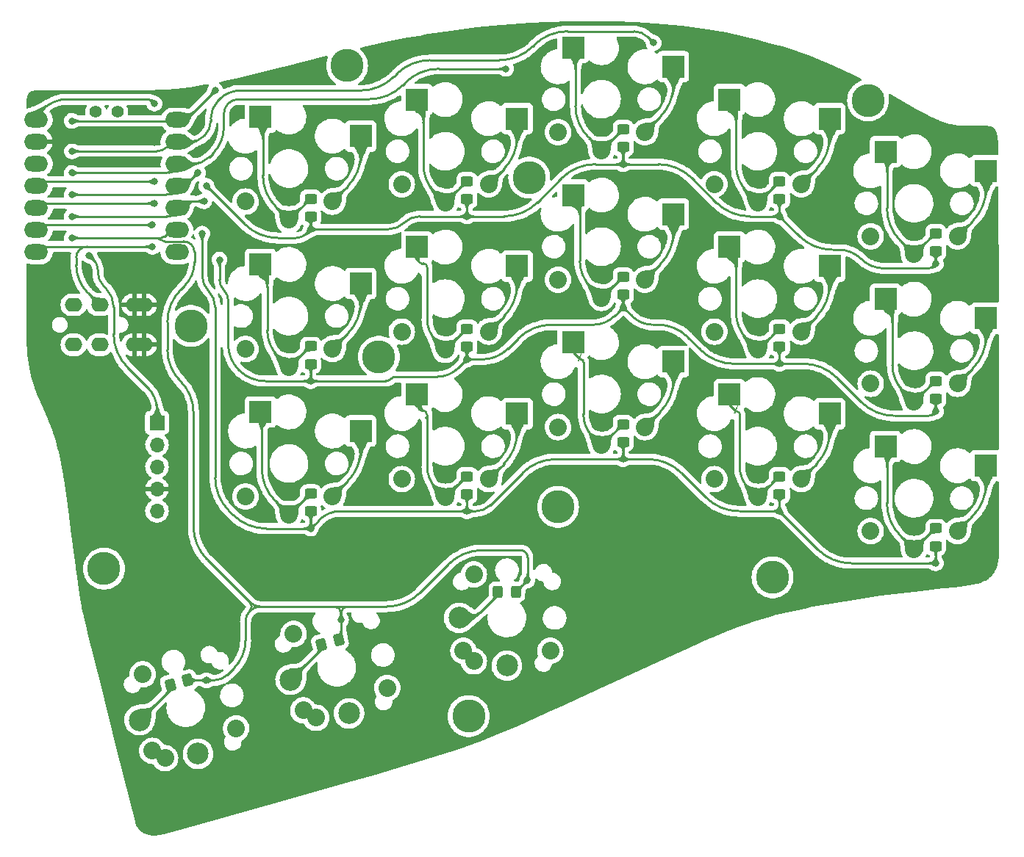
<source format=gbr>
%TF.GenerationSoftware,KiCad,Pcbnew,6.0.7*%
%TF.CreationDate,2023-01-29T15:54:58+00:00*%
%TF.ProjectId,rknt36-rounded,726b6e74-3336-42d7-926f-756e6465642e,rev?*%
%TF.SameCoordinates,Original*%
%TF.FileFunction,Copper,L2,Bot*%
%TF.FilePolarity,Positive*%
%FSLAX46Y46*%
G04 Gerber Fmt 4.6, Leading zero omitted, Abs format (unit mm)*
G04 Created by KiCad (PCBNEW 6.0.7) date 2023-01-29 15:54:58*
%MOMM*%
%LPD*%
G01*
G04 APERTURE LIST*
G04 Aperture macros list*
%AMRoundRect*
0 Rectangle with rounded corners*
0 $1 Rounding radius*
0 $2 $3 $4 $5 $6 $7 $8 $9 X,Y pos of 4 corners*
0 Add a 4 corners polygon primitive as box body*
4,1,4,$2,$3,$4,$5,$6,$7,$8,$9,$2,$3,0*
0 Add four circle primitives for the rounded corners*
1,1,$1+$1,$2,$3*
1,1,$1+$1,$4,$5*
1,1,$1+$1,$6,$7*
1,1,$1+$1,$8,$9*
0 Add four rect primitives between the rounded corners*
20,1,$1+$1,$2,$3,$4,$5,0*
20,1,$1+$1,$4,$5,$6,$7,0*
20,1,$1+$1,$6,$7,$8,$9,0*
20,1,$1+$1,$8,$9,$2,$3,0*%
G04 Aperture macros list end*
%TA.AperFunction,SMDPad,CuDef*%
%ADD10R,2.600000X2.600000*%
%TD*%
%TA.AperFunction,ComponentPad*%
%ADD11C,2.032000*%
%TD*%
%TA.AperFunction,ComponentPad*%
%ADD12R,1.700000X1.700000*%
%TD*%
%TA.AperFunction,ComponentPad*%
%ADD13O,1.700000X1.700000*%
%TD*%
%TA.AperFunction,ComponentPad*%
%ADD14C,2.500000*%
%TD*%
%TA.AperFunction,ComponentPad*%
%ADD15C,3.800000*%
%TD*%
%TA.AperFunction,ComponentPad*%
%ADD16O,2.000000X1.600000*%
%TD*%
%TA.AperFunction,ComponentPad*%
%ADD17C,1.397000*%
%TD*%
%TA.AperFunction,SMDPad,CuDef*%
%ADD18RoundRect,0.250000X0.450000X-0.325000X0.450000X0.325000X-0.450000X0.325000X-0.450000X-0.325000X0*%
%TD*%
%TA.AperFunction,SMDPad,CuDef*%
%ADD19RoundRect,0.250000X0.325000X0.450000X-0.325000X0.450000X-0.325000X-0.450000X0.325000X-0.450000X0*%
%TD*%
%TA.AperFunction,SMDPad,CuDef*%
%ADD20O,2.750000X1.800000*%
%TD*%
%TA.AperFunction,SMDPad,CuDef*%
%ADD21RoundRect,0.250000X0.197457X0.518783X-0.430394X0.350550X-0.197457X-0.518783X0.430394X-0.350550X0*%
%TD*%
%TA.AperFunction,ViaPad*%
%ADD22C,0.800000*%
%TD*%
%TA.AperFunction,Conductor*%
%ADD23C,0.250000*%
%TD*%
G04 APERTURE END LIST*
D10*
%TO.P,SW9,1,1*%
%TO.N,Net-(D17-Pad2)*%
X164725000Y-66050000D03*
D11*
X168000000Y-77900000D03*
%TO.P,SW9,2,2*%
%TO.N,COL3*%
X163000000Y-75800000D03*
X173000000Y-75800000D03*
D10*
X176275000Y-68250000D03*
%TD*%
%TO.P,SW15,1,1*%
%TO.N,Net-(D29-Pad2)*%
X182725000Y-89050000D03*
D11*
X186000000Y-100900000D03*
%TO.P,SW15,2,2*%
%TO.N,COL4*%
X181000000Y-98800000D03*
X191000000Y-98800000D03*
D10*
X194275000Y-91250000D03*
%TD*%
%TO.P,SW14,1,1*%
%TO.N,Net-(D27-Pad2)*%
X164725000Y-83050000D03*
D11*
X168000000Y-94900000D03*
%TO.P,SW14,2,2*%
%TO.N,COL3*%
X173000000Y-92800000D03*
X163000000Y-92800000D03*
D10*
X176275000Y-85250000D03*
%TD*%
D11*
%TO.P,SW6,1,1*%
%TO.N,Net-(D11-Pad2)*%
X114000000Y-79900000D03*
D10*
X110725000Y-68050000D03*
D11*
%TO.P,SW6,2,2*%
%TO.N,COL0*%
X119000000Y-77800000D03*
D10*
X122275000Y-70250000D03*
D11*
X109000000Y-77800000D03*
%TD*%
D12*
%TO.P,J1,1,Pin_1*%
%TO.N,PIN7*%
X98800000Y-86300000D03*
D13*
%TO.P,J1,2,Pin_2*%
%TO.N,PIN15*%
X98800000Y-88840000D03*
%TO.P,J1,3,Pin_3*%
%TO.N,PIN16*%
X98800000Y-91380000D03*
%TO.P,J1,4,Pin_4*%
%TO.N,GND*%
X98800000Y-93920000D03*
%TO.P,J1,5,Pin_5*%
%TO.N,3V3*%
X98800000Y-96460000D03*
%TD*%
D10*
%TO.P,SW4,1,1*%
%TO.N,Net-(D7-Pad2)*%
X164725000Y-49050000D03*
D11*
X168000000Y-60900000D03*
%TO.P,SW4,2,2*%
%TO.N,COL3*%
X173000000Y-58800000D03*
X163000000Y-58800000D03*
D10*
X176275000Y-51250000D03*
%TD*%
%TO.P,SW13,1,1*%
%TO.N,Net-(D25-Pad2)*%
X146725000Y-77050000D03*
D11*
X150000000Y-88900000D03*
%TO.P,SW13,2,2*%
%TO.N,COL2*%
X155000000Y-86800000D03*
D10*
X158275000Y-79250000D03*
D11*
X145000000Y-86800000D03*
%TD*%
D14*
%TO.P,SW16,1,1*%
%TO.N,Net-(D31-Pad2)*%
X103536840Y-124471335D03*
X96800743Y-120582248D03*
D11*
%TO.P,SW16,2,2*%
%TO.N,COL0*%
X98267218Y-124123356D03*
X99736912Y-124971885D03*
X107926477Y-121535166D03*
X97148722Y-115312626D03*
%TD*%
D14*
%TO.P,SW17,1,1*%
%TO.N,Net-(D33-Pad2)*%
X114187408Y-115923505D03*
X120923505Y-119812592D03*
D11*
%TO.P,SW17,2,2*%
%TO.N,COL1*%
X115653883Y-119464613D03*
X117123577Y-120313142D03*
X114535387Y-110653883D03*
X125313142Y-116876423D03*
%TD*%
%TO.P,SW8,1,1*%
%TO.N,Net-(D15-Pad2)*%
X150000000Y-71900000D03*
D10*
X146725000Y-60050000D03*
D11*
%TO.P,SW8,2,2*%
%TO.N,COL2*%
X145000000Y-69800000D03*
X155000000Y-69800000D03*
D10*
X158275000Y-62250000D03*
%TD*%
D11*
%TO.P,SW3,1,1*%
%TO.N,Net-(D5-Pad2)*%
X150000000Y-54900000D03*
D10*
X146725000Y-43050000D03*
D11*
%TO.P,SW3,2,2*%
%TO.N,COL2*%
X145000000Y-52800000D03*
D10*
X158275000Y-45250000D03*
D11*
X155000000Y-52800000D03*
%TD*%
D10*
%TO.P,SW1,1,1*%
%TO.N,Net-(D1-Pad2)*%
X110725000Y-51050000D03*
D11*
X114000000Y-62900000D03*
D10*
%TO.P,SW1,2,2*%
%TO.N,COL0*%
X122275000Y-53250000D03*
D11*
X119000000Y-60800000D03*
X109000000Y-60800000D03*
%TD*%
D15*
%TO.P,H3,1*%
%TO.N,N/C*%
X169700000Y-104130000D03*
%TD*%
D11*
%TO.P,SW12,1,1*%
%TO.N,Net-(D23-Pad2)*%
X132000000Y-94900000D03*
D10*
X128725000Y-83050000D03*
D11*
%TO.P,SW12,2,2*%
%TO.N,COL1*%
X137000000Y-92800000D03*
X127000000Y-92800000D03*
D10*
X140275000Y-85250000D03*
%TD*%
D11*
%TO.P,SW5,1,1*%
%TO.N,Net-(D10-Pad2)*%
X186000000Y-66900000D03*
D10*
X182725000Y-55050000D03*
D11*
%TO.P,SW5,2,2*%
%TO.N,COL4*%
X181000000Y-64800000D03*
D10*
X194275000Y-57250000D03*
D11*
X191000000Y-64800000D03*
%TD*%
%TO.P,SW10,1,1*%
%TO.N,Net-(D19-Pad2)*%
X186000000Y-83900000D03*
D10*
X182725000Y-72050000D03*
D11*
%TO.P,SW10,2,2*%
%TO.N,COL4*%
X181000000Y-81800000D03*
X191000000Y-81800000D03*
D10*
X194275000Y-74250000D03*
%TD*%
D15*
%TO.P,H1,1*%
%TO.N,N/C*%
X102700000Y-75130000D03*
%TD*%
%TO.P,H7,1*%
%TO.N,N/C*%
X145000000Y-96000000D03*
%TD*%
D16*
%TO.P,U3,1,SLEEVE*%
%TO.N,GND*%
X97300000Y-77300000D03*
%TO.P,U3,2,TIP*%
X96200000Y-72700000D03*
%TO.P,U3,3,RING1*%
%TO.N,DATA*%
X92200000Y-72700000D03*
%TO.P,U3,4,RING2*%
%TO.N,5V*%
X89200000Y-72700000D03*
%TD*%
D15*
%TO.P,H5,1*%
%TO.N,N/C*%
X92700000Y-103130000D03*
%TD*%
D11*
%TO.P,SW2,1,1*%
%TO.N,Net-(D3-Pad2)*%
X132000000Y-60900000D03*
D10*
X128725000Y-49050000D03*
D11*
%TO.P,SW2,2,2*%
%TO.N,COL1*%
X137000000Y-58800000D03*
D10*
X140275000Y-51250000D03*
D11*
X127000000Y-58800000D03*
%TD*%
D15*
%TO.P,H4,1*%
%TO.N,N/C*%
X180700000Y-49130000D03*
%TD*%
%TO.P,H10,1*%
%TO.N,N/C*%
X124362174Y-78682808D03*
%TD*%
D10*
%TO.P,SW11,1,1*%
%TO.N,Net-(D21-Pad2)*%
X110725000Y-85050000D03*
D11*
X114000000Y-96900000D03*
%TO.P,SW11,2,2*%
%TO.N,COL0*%
X109000000Y-94800000D03*
X119000000Y-94800000D03*
D10*
X122275000Y-87250000D03*
%TD*%
D15*
%TO.P,H6,1*%
%TO.N,N/C*%
X120700000Y-45130000D03*
%TD*%
D17*
%TO.P,U1,15,A31_SWDIO*%
%TO.N,PIN15*%
X91730000Y-50428000D03*
%TO.P,U1,16,A30_SWCLK*%
%TO.N,PIN16*%
X94270000Y-50428000D03*
%TD*%
D14*
%TO.P,SW18,1,1*%
%TO.N,Net-(D35-Pad2)*%
X139100000Y-114300000D03*
X133600000Y-108800000D03*
D11*
%TO.P,SW18,2,2*%
%TO.N,COL2*%
X144100000Y-112600000D03*
X135300000Y-113800000D03*
X135300000Y-103800000D03*
X134100000Y-112600000D03*
%TD*%
D15*
%TO.P,H8,1*%
%TO.N,N/C*%
X141679366Y-58044982D03*
%TD*%
D10*
%TO.P,SW7,1,1*%
%TO.N,Net-(D13-Pad2)*%
X128725000Y-66050000D03*
D11*
X132000000Y-77900000D03*
%TO.P,SW7,2,2*%
%TO.N,COL1*%
X127000000Y-75800000D03*
D10*
X140275000Y-68250000D03*
D11*
X137000000Y-75800000D03*
%TD*%
D15*
%TO.P,H2,1*%
%TO.N,N/C*%
X134700000Y-120130000D03*
%TD*%
D18*
%TO.P,D12,1,K*%
%TO.N,ROW1*%
X116500000Y-79525000D03*
%TO.P,D12,2,A*%
%TO.N,Net-(D11-Pad2)*%
X116500000Y-77475000D03*
%TD*%
%TO.P,D18,1,K*%
%TO.N,ROW1*%
X170500000Y-77525000D03*
%TO.P,D18,2,A*%
%TO.N,Net-(D17-Pad2)*%
X170500000Y-75475000D03*
%TD*%
D19*
%TO.P,D36,1,K*%
%TO.N,ROW3*%
X140125000Y-105800000D03*
%TO.P,D36,2,A*%
%TO.N,Net-(D35-Pad2)*%
X138075000Y-105800000D03*
%TD*%
D18*
%TO.P,D14,1,K*%
%TO.N,ROW1*%
X134500000Y-77525000D03*
%TO.P,D14,2,A*%
%TO.N,Net-(D13-Pad2)*%
X134500000Y-75475000D03*
%TD*%
%TO.P,D30,1,K*%
%TO.N,ROW2*%
X188500000Y-100525000D03*
%TO.P,D30,2,A*%
%TO.N,Net-(D29-Pad2)*%
X188500000Y-98475000D03*
%TD*%
%TO.P,D8,1,K*%
%TO.N,ROW0*%
X170500000Y-60525000D03*
%TO.P,D8,2,A*%
%TO.N,Net-(D7-Pad2)*%
X170500000Y-58475000D03*
%TD*%
%TO.P,D6,1,K*%
%TO.N,ROW0*%
X152500000Y-54525000D03*
%TO.P,D6,2,A*%
%TO.N,Net-(D5-Pad2)*%
X152500000Y-52475000D03*
%TD*%
D20*
%TO.P,U2,1,A2*%
%TO.N,COL4*%
X101094960Y-51380000D03*
%TO.P,U2,2,A4*%
%TO.N,COL3*%
X101094960Y-53920000D03*
%TO.P,U2,3,A10*%
%TO.N,COL2*%
X101094960Y-56460000D03*
%TO.P,U2,4,A11*%
%TO.N,COL1*%
X101094960Y-59000000D03*
%TO.P,U2,5,A8_SDA*%
%TO.N,COL0*%
X101094960Y-61540000D03*
%TO.P,U2,6,A9_SCL*%
%TO.N,ROW3*%
X101094960Y-64080000D03*
%TO.P,U2,7,B8_TX*%
%TO.N,unconnected-(U2-Pad7)*%
X101094960Y-66620000D03*
%TO.P,U2,8,B9_RX*%
%TO.N,DATA*%
X84905040Y-66620000D03*
%TO.P,U2,9,A7_SCK*%
%TO.N,ROW2*%
X84905040Y-64080000D03*
%TO.P,U2,10,A5_MISO*%
%TO.N,ROW1*%
X84905040Y-61540000D03*
%TO.P,U2,11,A6_MOSI*%
%TO.N,ROW0*%
X84905040Y-59000000D03*
%TO.P,U2,12,3V3*%
%TO.N,unconnected-(U2-Pad12)*%
X84905040Y-56460000D03*
%TO.P,U2,13,GND*%
%TO.N,GND*%
X84905040Y-53920000D03*
%TO.P,U2,14,5V*%
%TO.N,5V*%
X84905040Y-51380000D03*
%TD*%
D18*
%TO.P,D10,1,K*%
%TO.N,ROW0*%
X188500000Y-66525000D03*
%TO.P,D10,2,A*%
%TO.N,Net-(D10-Pad2)*%
X188500000Y-64475000D03*
%TD*%
%TO.P,D28,1,K*%
%TO.N,ROW2*%
X170500000Y-94525000D03*
%TO.P,D28,2,A*%
%TO.N,Net-(D27-Pad2)*%
X170500000Y-92475000D03*
%TD*%
%TO.P,D4,1,K*%
%TO.N,ROW0*%
X134500000Y-60525000D03*
%TO.P,D4,2,A*%
%TO.N,Net-(D3-Pad2)*%
X134500000Y-58475000D03*
%TD*%
%TO.P,D26,1,K*%
%TO.N,ROW2*%
X152500000Y-88525000D03*
%TO.P,D26,2,A*%
%TO.N,Net-(D25-Pad2)*%
X152500000Y-86475000D03*
%TD*%
%TO.P,D22,1,K*%
%TO.N,ROW2*%
X116500000Y-96525000D03*
%TO.P,D22,2,A*%
%TO.N,Net-(D21-Pad2)*%
X116500000Y-94475000D03*
%TD*%
%TO.P,D2,1,K*%
%TO.N,ROW0*%
X116500000Y-62525000D03*
%TO.P,D2,2,A*%
%TO.N,Net-(D1-Pad2)*%
X116500000Y-60475000D03*
%TD*%
%TO.P,D16,1,K*%
%TO.N,ROW1*%
X152500000Y-71525000D03*
%TO.P,D16,2,A*%
%TO.N,Net-(D15-Pad2)*%
X152500000Y-69475000D03*
%TD*%
D21*
%TO.P,D34,1,K*%
%TO.N,ROW3*%
X119713617Y-111336933D03*
%TO.P,D34,2,A*%
%TO.N,Net-(D33-Pad2)*%
X117733469Y-111867513D03*
%TD*%
%TO.P,D32,1,K*%
%TO.N,ROW3*%
X102326952Y-115995675D03*
%TO.P,D32,2,A*%
%TO.N,Net-(D31-Pad2)*%
X100346804Y-116526255D03*
%TD*%
D18*
%TO.P,D24,1,K*%
%TO.N,ROW2*%
X134500000Y-94525000D03*
%TO.P,D24,2,A*%
%TO.N,Net-(D23-Pad2)*%
X134500000Y-92475000D03*
%TD*%
%TO.P,D20,1,K*%
%TO.N,ROW1*%
X188500000Y-83525000D03*
%TO.P,D20,2,A*%
%TO.N,Net-(D19-Pad2)*%
X188500000Y-81475000D03*
%TD*%
D16*
%TO.P,U4,1,SLEEVE*%
%TO.N,GND*%
X97300000Y-72700000D03*
%TO.P,U4,2,TIP*%
X96200000Y-77300000D03*
%TO.P,U4,3,RING1*%
%TO.N,DATA*%
X92200000Y-77300000D03*
%TO.P,U4,4,RING2*%
%TO.N,5V*%
X89200000Y-77300000D03*
%TD*%
D22*
%TO.N,ROW0*%
X116500000Y-64000000D03*
X98500000Y-58500000D03*
X170500000Y-62500000D03*
X134500000Y-62500000D03*
X152500000Y-56500000D03*
X104500000Y-59000000D03*
X188500000Y-68000000D03*
%TO.N,ROW1*%
X106000000Y-67500000D03*
X134500000Y-79000000D03*
X188500000Y-85000000D03*
X152500000Y-73000000D03*
X116500000Y-81500000D03*
X170500000Y-79500000D03*
X98500000Y-61000000D03*
%TO.N,ROW2*%
X188500000Y-102500000D03*
X98275000Y-63500000D03*
X152500000Y-90500000D03*
X116500000Y-98500000D03*
X134500000Y-96500000D03*
X170500000Y-96500000D03*
X104000000Y-64500000D03*
%TO.N,COL3*%
X89000000Y-55000000D03*
X156000000Y-42500000D03*
%TO.N,COL0*%
X104237700Y-60762300D03*
X89000000Y-62500000D03*
%TO.N,COL1*%
X89000000Y-60000000D03*
X103500000Y-57500000D03*
%TO.N,COL2*%
X139000000Y-45500000D03*
X89000000Y-57500000D03*
%TO.N,DATA*%
X98275500Y-66000000D03*
%TO.N,GND*%
X98500000Y-54000000D03*
%TO.N,ROW3*%
X104504325Y-115995675D03*
X141462500Y-104462500D03*
X120000000Y-109000000D03*
X89000000Y-65000000D03*
%TO.N,COL4*%
X105500000Y-48000000D03*
X89000000Y-51500000D03*
%TO.N,PIN7*%
X91000000Y-67000000D03*
%TO.N,5V*%
X98500000Y-49500000D03*
%TD*%
D23*
%TO.N,5V*%
X97646446Y-49000023D02*
G75*
G02*
X98249999Y-49250001I54J-853477D01*
G01*
X85620016Y-50189976D02*
G75*
G02*
X88492954Y-49000000I2872884J-2872924D01*
G01*
%TO.N,PIN7*%
X93807554Y-72970584D02*
G75*
G03*
X92903768Y-70788694I-3085654J-16D01*
G01*
X95401313Y-79901345D02*
G75*
G02*
X93807537Y-76053573I3847787J3847745D01*
G01*
X92666404Y-70551364D02*
G75*
G02*
X92000000Y-68942463I1608896J1608864D01*
G01*
X98800005Y-84800000D02*
G75*
G03*
X97739338Y-82239340I-3621305J0D01*
G01*
X91999997Y-68707106D02*
G75*
G03*
X91500000Y-67500000I-1707097J6D01*
G01*
%TO.N,COL4*%
X192763563Y-80036444D02*
G75*
G03*
X194275000Y-76387500I-3648963J3648944D01*
G01*
X192763563Y-97036444D02*
G75*
G03*
X194275000Y-93387500I-3648963J3648944D01*
G01*
X192763563Y-63036444D02*
G75*
G03*
X194275000Y-59387500I-3648963J3648944D01*
G01*
%TO.N,ROW3*%
X109000003Y-109207106D02*
G75*
G02*
X109500000Y-108000000I1707097J6D01*
G01*
X99999988Y-74706173D02*
G75*
G02*
X101559999Y-70939999I5326212J-27D01*
G01*
X99250000Y-64999985D02*
G75*
G03*
X99676776Y-64823223I0J603585D01*
G01*
X125246036Y-107500010D02*
G75*
G03*
X129093792Y-105906207I-36J5441610D01*
G01*
X101882347Y-65394951D02*
G75*
G02*
X102757500Y-65757500I-47J-1237649D01*
G01*
X103120019Y-66632652D02*
G75*
G03*
X102757499Y-65757501I-1237719J-48D01*
G01*
X141500019Y-101853553D02*
G75*
G03*
X141250000Y-101250000I-853619J-47D01*
G01*
X132406236Y-102593821D02*
G75*
G02*
X136253963Y-101000000I3847764J-3847679D01*
G01*
X141481255Y-104443755D02*
G75*
G03*
X141500000Y-104398483I-45255J45255D01*
G01*
X119250000Y-107500000D02*
G75*
G02*
X120000000Y-108250000I0J-750000D01*
G01*
X120000000Y-108250000D02*
G75*
G02*
X120000000Y-108250000I0J0D01*
G01*
X120000000Y-108250000D02*
G75*
G02*
X120750000Y-107500000I750000J0D01*
G01*
X101967422Y-70532591D02*
G75*
G03*
X103120000Y-67750000I-2782622J2782591D01*
G01*
X105394739Y-115995695D02*
G75*
G03*
X106914772Y-115366056I-39J2149695D01*
G01*
X140646446Y-101000023D02*
G75*
G02*
X141249999Y-101250001I54J-853477D01*
G01*
X99674307Y-65394997D02*
G75*
G02*
X99197500Y-65197500I-7J674297D01*
G01*
X107642549Y-114638224D02*
G75*
G03*
X109000000Y-111361142I-3277049J3277124D01*
G01*
X109499999Y-107000001D02*
G75*
G02*
X109499999Y-107999999I-499999J-499999D01*
G01*
X109499998Y-107999998D02*
G75*
G02*
X110707106Y-107500000I1207102J-1207102D01*
G01*
X110707106Y-107499997D02*
G75*
G02*
X109500000Y-107000000I-6J1707097D01*
G01*
X102999991Y-85121320D02*
G75*
G03*
X101500000Y-81500000I-5121291J20D01*
G01*
X101499994Y-81500006D02*
G75*
G02*
X100000000Y-77878679I3621306J3621306D01*
G01*
X104593800Y-102093784D02*
G75*
G02*
X103000000Y-98246036I3847800J3847784D01*
G01*
X98750000Y-64999985D02*
G75*
G02*
X99176776Y-65176776I0J-603515D01*
G01*
X99176720Y-65176832D02*
G75*
G02*
X99250000Y-65000000I73280J73232D01*
G01*
X119250000Y-107500000D02*
X120750000Y-107500000D01*
X98750000Y-65000000D02*
X99250000Y-65000000D01*
%TO.N,DATA*%
X89500000Y-67250000D02*
G75*
G02*
X90750000Y-66000000I1250000J0D01*
G01*
X90750000Y-66000001D02*
G75*
G02*
X90828428Y-66000001I39214J-1007741823D01*
G01*
X90850003Y-71349997D02*
G75*
G02*
X89500000Y-68090811I3259197J3259197D01*
G01*
X90750000Y-66000000D02*
X93250000Y-66000000D01*
X93250000Y-66000000D02*
X90828428Y-66000000D01*
%TO.N,COL2*%
X106500003Y-50707106D02*
G75*
G02*
X107000000Y-49500000I1707097J6D01*
G01*
X127406215Y-47093801D02*
G75*
G02*
X131253963Y-45500000I3847785J-3847799D01*
G01*
X102804980Y-56499994D02*
G75*
G03*
X104845005Y-55654992I20J2884994D01*
G01*
X99794568Y-57499975D02*
G75*
G03*
X101049960Y-56980000I32J1775375D01*
G01*
X105249990Y-55249990D02*
G75*
G03*
X106500000Y-52232233I-3017790J3017790D01*
G01*
X106999998Y-49499998D02*
G75*
G02*
X108207106Y-49000000I1207102J-1207102D01*
G01*
X156763563Y-68036444D02*
G75*
G03*
X158275000Y-64387500I-3648963J3648944D01*
G01*
X156763563Y-85036444D02*
G75*
G03*
X158275000Y-81387500I-3648963J3648944D01*
G01*
X156763563Y-51036444D02*
G75*
G03*
X158275000Y-47387500I-3648963J3648944D01*
G01*
X123246036Y-49000010D02*
G75*
G03*
X127093792Y-47406207I-36J5441610D01*
G01*
%TO.N,COL1*%
X99862853Y-59999968D02*
G75*
G03*
X101069959Y-59499999I47J1707068D01*
G01*
X138763563Y-74036444D02*
G75*
G03*
X140275000Y-70387500I-3648963J3648944D01*
G01*
X138763563Y-91036444D02*
G75*
G03*
X140275000Y-87387500I-3648963J3648944D01*
G01*
X138763563Y-57036444D02*
G75*
G03*
X140275000Y-53387500I-3648963J3648944D01*
G01*
%TO.N,COL0*%
X101958825Y-61151165D02*
G75*
G02*
X102897576Y-60762300I938775J-938735D01*
G01*
X99931137Y-62500033D02*
G75*
G03*
X101089960Y-62020000I-37J1638833D01*
G01*
X120763563Y-93036444D02*
G75*
G03*
X122275000Y-89387500I-3648963J3648944D01*
G01*
X120763563Y-59036444D02*
G75*
G03*
X122275000Y-55387500I-3648963J3648944D01*
G01*
X120763563Y-76036444D02*
G75*
G03*
X122275000Y-72387500I-3648963J3648944D01*
G01*
X101958810Y-61151150D02*
X101181110Y-61928850D01*
%TO.N,Net-(D35-Pad2)*%
X134487608Y-108799997D02*
G75*
G03*
X136002849Y-108172366I-8J2142897D01*
G01*
%TO.N,COL3*%
X105999996Y-48999996D02*
G75*
G02*
X108414213Y-48000000I2414204J-2414204D01*
G01*
X104289998Y-53209998D02*
G75*
G03*
X105000000Y-51495908I-1714098J1714098D01*
G01*
X122246036Y-48000009D02*
G75*
G03*
X126093792Y-46406206I-36J5441609D01*
G01*
X98736324Y-55000010D02*
G75*
G03*
X100040000Y-54460000I-24J1843710D01*
G01*
X174763563Y-74036444D02*
G75*
G03*
X176275000Y-70387500I-3648963J3648944D01*
G01*
X142231215Y-42768799D02*
G75*
G02*
X146078964Y-41174999I3847785J-3847801D01*
G01*
X153738081Y-41175007D02*
G75*
G02*
X155337499Y-41837499I19J-2261893D01*
G01*
X174763563Y-57036444D02*
G75*
G03*
X176275000Y-53387500I-3648963J3648944D01*
G01*
X126406236Y-46093821D02*
G75*
G02*
X130253963Y-44500000I3847764J-3847679D01*
G01*
X138246036Y-44500010D02*
G75*
G03*
X142093792Y-42906207I-36J5441610D01*
G01*
X174763563Y-91036444D02*
G75*
G03*
X176275000Y-87387500I-3648963J3648944D01*
G01*
X102575908Y-53920003D02*
G75*
G03*
X104290000Y-53210000I-8J2424103D01*
G01*
X105000009Y-51250000D02*
G75*
G02*
X105883883Y-49116116I3017791J0D01*
G01*
%TO.N,Net-(D29-Pad2)*%
X184437498Y-99337502D02*
G75*
G02*
X182875001Y-95565293I3772202J3772202D01*
G01*
%TO.N,Net-(D27-Pad2)*%
X165910487Y-85306427D02*
G75*
G03*
X165820747Y-85089751I-306387J27D01*
G01*
X165615499Y-84999990D02*
G75*
G02*
X165812667Y-85081671I1J-278810D01*
G01*
X166955248Y-93855250D02*
G75*
G02*
X165910499Y-91332998I2522252J2522250D01*
G01*
X165615499Y-85000012D02*
G75*
G02*
X165418329Y-84918329I1J278812D01*
G01*
%TO.N,Net-(D25-Pad2)*%
X147615499Y-79000012D02*
G75*
G02*
X147418329Y-78918329I1J278812D01*
G01*
X147615499Y-78999990D02*
G75*
G02*
X147812667Y-79081671I1J-278810D01*
G01*
X148955248Y-87855250D02*
G75*
G02*
X147910499Y-85332998I2522252J2522250D01*
G01*
X147910487Y-79306427D02*
G75*
G03*
X147820747Y-79089751I-306387J27D01*
G01*
%TO.N,Net-(D23-Pad2)*%
X129390684Y-84875008D02*
G75*
G02*
X129758248Y-85027252I16J-519792D01*
G01*
X129910492Y-85394815D02*
G75*
G03*
X129758248Y-85027252I-519792J15D01*
G01*
X130955248Y-93855250D02*
G75*
G02*
X129910499Y-91332998I2522252J2522250D01*
G01*
X129240500Y-84874999D02*
G75*
G02*
X128875001Y-84509502I0J365499D01*
G01*
%TO.N,Net-(D21-Pad2)*%
X112437498Y-95337502D02*
G75*
G02*
X110875001Y-91565293I3772202J3772202D01*
G01*
%TO.N,ROW2*%
X140906236Y-92093821D02*
G75*
G02*
X144753963Y-90500000I3847764J-3847679D01*
G01*
X165863963Y-96500010D02*
G75*
G02*
X162016208Y-94906206I37J5441610D01*
G01*
X111393963Y-98500010D02*
G75*
G02*
X107546208Y-96906206I37J5441610D01*
G01*
X178753963Y-102500010D02*
G75*
G02*
X174906208Y-100906206I37J5441610D01*
G01*
X104750012Y-71139988D02*
G75*
G02*
X104000000Y-69329339I1810688J1810688D01*
G01*
X155356036Y-90499990D02*
G75*
G02*
X159203791Y-92093793I-36J-5441610D01*
G01*
X105500016Y-72950660D02*
G75*
G03*
X104750000Y-71140000I-2560716J-40D01*
G01*
X117499996Y-97499996D02*
G75*
G02*
X119914213Y-96500000I2414204J-2414204D01*
G01*
X107093800Y-96453784D02*
G75*
G02*
X105500000Y-92606036I3847800J3847784D01*
G01*
X135500000Y-96500003D02*
G75*
G03*
X137207106Y-95792893I0J2414203D01*
G01*
%TO.N,Net-(D19-Pad2)*%
X183499996Y-74548007D02*
G75*
G03*
X183112499Y-73612501I-1322996J7D01*
G01*
X184750010Y-82649990D02*
G75*
G02*
X183500000Y-79632233I3017790J3017790D01*
G01*
%TO.N,Net-(D17-Pad2)*%
X166750010Y-76649990D02*
G75*
G02*
X165500000Y-73632233I3017790J3017790D01*
G01*
X165499996Y-68548007D02*
G75*
G03*
X165112499Y-67612501I-1322996J7D01*
G01*
%TO.N,Net-(D15-Pad2)*%
X148750010Y-70649990D02*
G75*
G02*
X147500000Y-67632233I3017790J3017790D01*
G01*
%TO.N,Net-(D13-Pad2)*%
X129910515Y-68359459D02*
G75*
G03*
X129783249Y-68052251I-434515J-41D01*
G01*
X129265500Y-67924999D02*
G75*
G02*
X128875001Y-67534502I0J390499D01*
G01*
X130955248Y-76855250D02*
G75*
G02*
X129910499Y-74332998I2522252J2522250D01*
G01*
X129476040Y-67924985D02*
G75*
G02*
X129783249Y-68052251I-40J-434515D01*
G01*
%TO.N,Net-(D11-Pad2)*%
X112750010Y-78649990D02*
G75*
G02*
X111500000Y-75632233I3017790J3017790D01*
G01*
X111499996Y-70548007D02*
G75*
G03*
X111112499Y-69612501I-1322996J7D01*
G01*
%TO.N,ROW1*%
X165253963Y-79500010D02*
G75*
G02*
X161406208Y-77906206I37J5441610D01*
G01*
X173246036Y-79499990D02*
G75*
G02*
X177093791Y-81093793I-36J-5441610D01*
G01*
X125749984Y-81249984D02*
G75*
G02*
X126353553Y-81000000I603516J-603516D01*
G01*
X131085786Y-80999994D02*
G75*
G03*
X133500000Y-80000000I14J3414194D01*
G01*
X140406215Y-76593801D02*
G75*
G02*
X144253963Y-75000000I3847785J-3847799D01*
G01*
X125146446Y-81500019D02*
G75*
G03*
X125750000Y-81250000I-46J853619D01*
G01*
X136250000Y-78999991D02*
G75*
G03*
X139237436Y-77762563I0J4224891D01*
G01*
X149085786Y-74999994D02*
G75*
G03*
X151500000Y-74000000I14J3414194D01*
G01*
X156500000Y-74999993D02*
G75*
G02*
X159914212Y-76414214I0J-4828407D01*
G01*
X84700059Y-61270019D02*
G75*
G02*
X85351877Y-61000000I651841J-651781D01*
G01*
X108250010Y-80249990D02*
G75*
G02*
X107000000Y-77232233I3017790J3017790D01*
G01*
X155914213Y-74999994D02*
G75*
G02*
X153500000Y-74000000I-13J3414194D01*
G01*
X111267766Y-81500013D02*
G75*
G02*
X108250000Y-80250000I34J4267813D01*
G01*
X183753963Y-85500010D02*
G75*
G02*
X179906208Y-83906206I37J5441610D01*
G01*
X106499998Y-71000002D02*
G75*
G02*
X106000000Y-69792893I1207102J1207102D01*
G01*
X187646446Y-85500019D02*
G75*
G03*
X188250000Y-85250000I-46J853619D01*
G01*
X106999997Y-72207106D02*
G75*
G03*
X106500000Y-71000000I-1707097J6D01*
G01*
%TO.N,Net-(D10-Pad2)*%
X184437498Y-65337502D02*
G75*
G02*
X182875001Y-61565293I3772202J3772202D01*
G01*
%TO.N,Net-(D7-Pad2)*%
X165499996Y-51548007D02*
G75*
G03*
X165112499Y-50612501I-1322996J7D01*
G01*
X166750010Y-59649990D02*
G75*
G02*
X165500000Y-56632233I3017790J3017790D01*
G01*
%TO.N,Net-(D5-Pad2)*%
X148499994Y-53400006D02*
G75*
G02*
X147000000Y-49778679I3621306J3621306D01*
G01*
%TO.N,Net-(D3-Pad2)*%
X130750010Y-59649990D02*
G75*
G02*
X129500000Y-56632233I3017790J3017790D01*
G01*
X129499996Y-51548007D02*
G75*
G03*
X129112499Y-50612501I-1322996J7D01*
G01*
%TO.N,Net-(D1-Pad2)*%
X112499994Y-61400006D02*
G75*
G02*
X111000000Y-57778679I3621306J3621306D01*
G01*
%TO.N,ROW0*%
X176606641Y-66356623D02*
G75*
G02*
X172765650Y-64765650I-41J5431923D01*
G01*
X127250032Y-63250032D02*
G75*
G02*
X129060660Y-62500000I1810668J-1810568D01*
G01*
X138771036Y-62500010D02*
G75*
G03*
X142618792Y-60906207I-36J5441610D01*
G01*
X177341057Y-66356676D02*
G75*
G02*
X179928320Y-67428320I43J-3658924D01*
G01*
X182515583Y-68500024D02*
G75*
G02*
X179928320Y-67428320I17J3658924D01*
G01*
X112753963Y-65000010D02*
G75*
G02*
X108906208Y-63406206I37J5441610D01*
G01*
X125439339Y-64000016D02*
G75*
G03*
X127250000Y-63250000I-39J2560716D01*
G01*
X145431236Y-58093821D02*
G75*
G02*
X149278963Y-56500000I3847764J-3847679D01*
G01*
X156549575Y-56500033D02*
G75*
G02*
X160397330Y-58093793I25J-5441567D01*
G01*
X84680054Y-58750014D02*
G75*
G02*
X85283593Y-58500000I603546J-603486D01*
G01*
X187646446Y-68500019D02*
G75*
G03*
X188250000Y-68250000I-46J853619D01*
G01*
X114792893Y-64999997D02*
G75*
G03*
X116000000Y-64500000I7J1707097D01*
G01*
X167057502Y-62499983D02*
G75*
G02*
X163209746Y-60906207I-2J5441583D01*
G01*
%TO.N,ROW2*%
X165863963Y-96500000D02*
X170500000Y-96500000D01*
X162016207Y-94906207D02*
X159203792Y-92093792D01*
X152500000Y-90500000D02*
X155356036Y-90500000D01*
%TO.N,ROW0*%
X172765650Y-64765650D02*
X170500000Y-62500000D01*
X84680040Y-58750000D02*
X84430040Y-59000000D01*
X188500000Y-68000000D02*
X188250000Y-68250000D01*
X112753963Y-65000000D02*
X114792893Y-65000000D01*
X182515583Y-68500000D02*
X187646446Y-68500000D01*
X138771036Y-62500000D02*
X134500000Y-62500000D01*
X152500000Y-56500000D02*
X149278963Y-56500000D01*
X85283593Y-58500000D02*
X98500000Y-58500000D01*
X176606641Y-66356641D02*
X177341057Y-66356641D01*
X152500000Y-56500000D02*
X152500000Y-54525000D01*
X170500000Y-62500000D02*
X170500000Y-60525000D01*
X108906207Y-63406207D02*
X104500000Y-59000000D01*
X170500000Y-62500000D02*
X167057502Y-62500000D01*
X125439339Y-64000000D02*
X116500000Y-64000000D01*
X142618792Y-60906207D02*
X145431207Y-58093792D01*
X116500000Y-64000000D02*
X116500000Y-62525000D01*
X129060660Y-62500000D02*
X134500000Y-62500000D01*
X188500000Y-68000000D02*
X188500000Y-66525000D01*
X160397331Y-58093792D02*
X163209746Y-60906207D01*
X134500000Y-62500000D02*
X134500000Y-60525000D01*
X116500000Y-64000000D02*
X116000000Y-64500000D01*
X152500000Y-56500000D02*
X156549575Y-56500000D01*
%TO.N,Net-(D1-Pad2)*%
X114000000Y-62900000D02*
X116425000Y-60475000D01*
X111000000Y-57778679D02*
X111000000Y-51325000D01*
X114000000Y-62900000D02*
X112500000Y-61400000D01*
%TO.N,Net-(D3-Pad2)*%
X129500000Y-56632233D02*
X129500000Y-51548007D01*
X129112500Y-50612500D02*
X128725000Y-50225000D01*
X132000000Y-60900000D02*
X134425000Y-58475000D01*
X130750000Y-59650000D02*
X132000000Y-60900000D01*
%TO.N,Net-(D5-Pad2)*%
X150000000Y-54900000D02*
X152425000Y-52475000D01*
X147000000Y-49778679D02*
X147000000Y-43325000D01*
X148500000Y-53400000D02*
X150000000Y-54900000D01*
%TO.N,Net-(D7-Pad2)*%
X168000000Y-60900000D02*
X166750000Y-59650000D01*
X165500000Y-51548007D02*
X165500000Y-56632233D01*
X165112500Y-50612500D02*
X164725000Y-50225000D01*
X168000000Y-60900000D02*
X170425000Y-58475000D01*
%TO.N,Net-(D10-Pad2)*%
X184437500Y-65337500D02*
X186000000Y-66900000D01*
X186000000Y-66900000D02*
X188425000Y-64475000D01*
X182875001Y-61565293D02*
X182875001Y-54899999D01*
%TO.N,ROW1*%
X106000000Y-67500000D02*
X106000000Y-69792893D01*
X177093792Y-81093792D02*
X179906207Y-83906207D01*
X107000000Y-77232233D02*
X107000000Y-72207106D01*
X165253963Y-79500000D02*
X170500000Y-79500000D01*
X111267766Y-81500000D02*
X116500000Y-81500000D01*
X85351877Y-61000000D02*
X98500000Y-61000000D01*
X153500000Y-74000000D02*
X152500000Y-73000000D01*
X170500000Y-79500000D02*
X170500000Y-77525000D01*
X173246036Y-79500000D02*
X170500000Y-79500000D01*
X151500000Y-74000000D02*
X152500000Y-73000000D01*
X156500000Y-75000000D02*
X155914213Y-75000000D01*
X161406207Y-77906207D02*
X159914213Y-76414213D01*
X183753963Y-85500000D02*
X187646446Y-85500000D01*
X188500000Y-85000000D02*
X188500000Y-83525000D01*
X152500000Y-73000000D02*
X152500000Y-71525000D01*
X134500000Y-79000000D02*
X134500000Y-77525000D01*
X133500000Y-80000000D02*
X134500000Y-79000000D01*
X84700040Y-61270000D02*
X84430040Y-61540000D01*
X136250000Y-79000000D02*
X134500000Y-79000000D01*
X125146446Y-81500000D02*
X116500000Y-81500000D01*
X144253963Y-75000000D02*
X149085786Y-75000000D01*
X140406206Y-76593792D02*
X139237436Y-77762563D01*
X188500000Y-85000000D02*
X188250000Y-85250000D01*
X126353553Y-81000000D02*
X131085786Y-81000000D01*
X116500000Y-81500000D02*
X116500000Y-79525000D01*
%TO.N,Net-(D11-Pad2)*%
X114000000Y-79900000D02*
X116425000Y-77475000D01*
X111112500Y-69612500D02*
X110725000Y-69225000D01*
X111500000Y-75632233D02*
X111500000Y-70548007D01*
X112750000Y-78650000D02*
X114000000Y-79900000D01*
%TO.N,Net-(D13-Pad2)*%
X128875001Y-67534502D02*
X128875001Y-65899999D01*
X132000000Y-77900000D02*
X134425000Y-75475000D01*
X129265500Y-67925001D02*
X129476040Y-67925001D01*
X130955249Y-76855249D02*
X132000000Y-77900000D01*
X129910499Y-68359459D02*
X129910499Y-74332998D01*
%TO.N,Net-(D15-Pad2)*%
X148750000Y-70650000D02*
X150000000Y-71900000D01*
X147500000Y-67632233D02*
X147500000Y-60825000D01*
X150000000Y-71900000D02*
X152425000Y-69475000D01*
%TO.N,Net-(D17-Pad2)*%
X165112500Y-67612500D02*
X164725000Y-67225000D01*
X165500000Y-73632233D02*
X165500000Y-68548007D01*
X166750000Y-76650000D02*
X168000000Y-77900000D01*
X168000000Y-77900000D02*
X170425000Y-75475000D01*
%TO.N,Net-(D19-Pad2)*%
X183500000Y-74548007D02*
X183500000Y-79632233D01*
X183112500Y-73612500D02*
X182725000Y-73225000D01*
X186000000Y-83900000D02*
X188425000Y-81475000D01*
X186000000Y-83900000D02*
X184750000Y-82650000D01*
%TO.N,ROW2*%
X116500000Y-98500000D02*
X117500000Y-97500000D01*
X111393963Y-98500000D02*
X116500000Y-98500000D01*
X134500000Y-96500000D02*
X134500000Y-94525000D01*
X188500000Y-102500000D02*
X178753963Y-102500000D01*
X116500000Y-98500000D02*
X116500000Y-96525000D01*
X144753963Y-90500000D02*
X152500000Y-90500000D01*
X134500000Y-96500000D02*
X135500000Y-96500000D01*
X119914213Y-96500000D02*
X134500000Y-96500000D01*
X105500000Y-72950660D02*
X105500000Y-92606036D01*
X98275000Y-63500000D02*
X85010040Y-63500000D01*
X107546207Y-96906207D02*
X107093792Y-96453792D01*
X140906207Y-92093792D02*
X137207106Y-95792893D01*
X174906207Y-100906207D02*
X170500000Y-96500000D01*
X104000000Y-69329339D02*
X104000000Y-64500000D01*
X170500000Y-96500000D02*
X170500000Y-94525000D01*
X152500000Y-90500000D02*
X152500000Y-88525000D01*
X188500000Y-102500000D02*
X188500000Y-100525000D01*
%TO.N,Net-(D21-Pad2)*%
X110875001Y-91565293D02*
X110875001Y-84899999D01*
X112437500Y-95337500D02*
X114000000Y-96900000D01*
X114000000Y-96900000D02*
X116425000Y-94475000D01*
%TO.N,Net-(D23-Pad2)*%
X130955249Y-93855249D02*
X132000000Y-94900000D01*
X129910499Y-85394815D02*
X129910499Y-91332998D01*
X128875001Y-84509502D02*
X128875001Y-82899999D01*
X132000000Y-94900000D02*
X134425000Y-92475000D01*
X129390684Y-84875001D02*
X129240500Y-84875001D01*
%TO.N,Net-(D25-Pad2)*%
X147418329Y-78918329D02*
X146725000Y-78225000D01*
X147812668Y-79081670D02*
X147820748Y-79089750D01*
X150000000Y-88900000D02*
X152425000Y-86475000D01*
X147910499Y-85332998D02*
X147910499Y-79306427D01*
X148955249Y-87855249D02*
X150000000Y-88900000D01*
%TO.N,Net-(D27-Pad2)*%
X165820748Y-85089750D02*
X165812668Y-85081670D01*
X165910499Y-85306427D02*
X165910499Y-91332998D01*
X168000000Y-94900000D02*
X170425000Y-92475000D01*
X165418329Y-84918329D02*
X164725000Y-84225000D01*
X166955249Y-93855249D02*
X168000000Y-94900000D01*
%TO.N,Net-(D29-Pad2)*%
X186000000Y-100900000D02*
X188425000Y-98475000D01*
X186000000Y-100900000D02*
X184437500Y-99337500D01*
X182875001Y-95565293D02*
X182875001Y-88899999D01*
%TO.N,COL3*%
X126093792Y-46406206D02*
X126406207Y-46093792D01*
X98736324Y-55000000D02*
X89000000Y-55000000D01*
X174763559Y-57036440D02*
X173000000Y-58800000D01*
X108414213Y-48000000D02*
X122246036Y-48000000D01*
X174763559Y-91036440D02*
X173000000Y-92800000D01*
X156000000Y-42500000D02*
X155337499Y-41837499D01*
X130253963Y-44500000D02*
X138246036Y-44500000D01*
X146078964Y-41174999D02*
X153738081Y-41174999D01*
X176275000Y-87387500D02*
X176275000Y-85250000D01*
X176275000Y-70387500D02*
X176275000Y-68250000D01*
X176275000Y-53387500D02*
X176275000Y-51250000D01*
X105999999Y-48999999D02*
X105883883Y-49116116D01*
X142231207Y-42768791D02*
X142093792Y-42906207D01*
X102575908Y-53920000D02*
X101569960Y-53920000D01*
X100040000Y-54460000D02*
X100580000Y-53920000D01*
X174763559Y-74036440D02*
X173000000Y-75800000D01*
X105000000Y-51495908D02*
X105000000Y-51250000D01*
%TO.N,Net-(D31-Pad2)*%
X100346804Y-117036187D02*
X96800743Y-120582248D01*
%TO.N,Net-(D33-Pad2)*%
X117733469Y-112377444D02*
X114187408Y-115923505D01*
%TO.N,Net-(D35-Pad2)*%
X134487608Y-108800000D02*
X133600000Y-108800000D01*
X136002849Y-108172366D02*
X138109926Y-106065290D01*
%TO.N,COL0*%
X122275000Y-89387500D02*
X122275000Y-87250000D01*
X122275000Y-55387500D02*
X122275000Y-53250000D01*
X101089960Y-62020000D02*
X101181110Y-61928850D01*
X120763559Y-93036440D02*
X119000000Y-94800000D01*
X120763559Y-76036440D02*
X119000000Y-77800000D01*
X120763559Y-59036440D02*
X119000000Y-60800000D01*
X99931137Y-62500000D02*
X89000000Y-62500000D01*
X102897576Y-60762300D02*
X104237700Y-60762300D01*
X122275000Y-72387500D02*
X122275000Y-70250000D01*
%TO.N,COL1*%
X103500000Y-57500000D02*
X102000000Y-59000000D01*
X140275000Y-70387500D02*
X140275000Y-68250000D01*
X138763559Y-57036440D02*
X137000000Y-58800000D01*
X138763559Y-91036440D02*
X137000000Y-92800000D01*
X140275000Y-87387500D02*
X140275000Y-85250000D01*
X99862853Y-60000000D02*
X89000000Y-60000000D01*
X101069960Y-59500000D02*
X101569960Y-59000000D01*
X138763559Y-74036440D02*
X137000000Y-75800000D01*
X140275000Y-53387500D02*
X140275000Y-51250000D01*
%TO.N,COL2*%
X108207106Y-49000000D02*
X123246036Y-49000000D01*
X158275000Y-47387500D02*
X158275000Y-45250000D01*
X158275000Y-81387500D02*
X158275000Y-79250000D01*
X156763559Y-85036440D02*
X155000000Y-86800000D01*
X158275000Y-64387500D02*
X158275000Y-62250000D01*
X89000000Y-57500000D02*
X99794568Y-57500000D01*
X101049960Y-56980000D02*
X101569960Y-56460000D01*
X156763559Y-51036440D02*
X155000000Y-52800000D01*
X127406206Y-47093792D02*
X127093792Y-47406207D01*
X139000000Y-45500000D02*
X131253963Y-45500000D01*
X106500000Y-50707106D02*
X106500000Y-52232233D01*
X104845006Y-55654993D02*
X105250000Y-55250000D01*
X156763559Y-68036440D02*
X155000000Y-69800000D01*
X102804980Y-56500000D02*
X101609960Y-56500000D01*
%TO.N,DATA*%
X98275500Y-66000000D02*
X93250000Y-66000000D01*
X89500000Y-67250000D02*
X89500000Y-68090811D01*
X90850000Y-71350000D02*
X92200000Y-72700000D01*
X90828428Y-66000000D02*
X85050040Y-66000000D01*
%TO.N,GND*%
X98500000Y-54000000D02*
X84510040Y-54000000D01*
%TO.N,ROW3*%
X109000000Y-109207106D02*
X109000000Y-111361142D01*
X120000000Y-108250000D02*
X120000000Y-109000000D01*
X103120000Y-66632652D02*
X103120000Y-67750000D01*
X141481250Y-104443750D02*
X141462500Y-104462500D01*
X129093792Y-105906207D02*
X132406207Y-102593792D01*
X141500000Y-101853553D02*
X141500000Y-104398483D01*
X119250000Y-107500000D02*
X110707106Y-107500000D01*
X101882347Y-65395000D02*
X99674307Y-65395000D01*
X120000000Y-108250000D02*
X120000000Y-111050550D01*
X105394739Y-115995675D02*
X104504325Y-115995675D01*
X109500000Y-107000000D02*
X104593792Y-102093792D01*
X106914772Y-115366056D02*
X107642577Y-114638252D01*
X125246036Y-107500000D02*
X120750000Y-107500000D01*
X99197500Y-65197500D02*
X99176776Y-65176776D01*
X103000000Y-85121320D02*
X103000000Y-98246036D01*
X141462500Y-104462500D02*
X140125000Y-105800000D01*
X104504325Y-115995675D02*
X102326952Y-115995675D01*
X89000000Y-65000000D02*
X98750000Y-65000000D01*
X100000000Y-74706173D02*
X100000000Y-77878679D01*
X101559999Y-70939999D02*
X101967415Y-70532584D01*
X136253963Y-101000000D02*
X140646446Y-101000000D01*
X99676776Y-64823223D02*
X100420000Y-64080000D01*
%TO.N,COL4*%
X192763559Y-63036440D02*
X191000000Y-64800000D01*
X194275000Y-76387500D02*
X194275000Y-74250000D01*
X192763559Y-80036440D02*
X191000000Y-81800000D01*
X105500000Y-48000000D02*
X102120000Y-51380000D01*
X194275000Y-93387500D02*
X194275000Y-91250000D01*
X192763559Y-97036440D02*
X191000000Y-98800000D01*
X194275000Y-59387500D02*
X194275000Y-57250000D01*
X89000000Y-51500000D02*
X101449960Y-51500000D01*
%TO.N,PIN7*%
X91000000Y-67000000D02*
X91500000Y-67500000D01*
X98800000Y-84800000D02*
X98800000Y-86300000D01*
X95401329Y-79901329D02*
X97739339Y-82239339D01*
X93807537Y-72970584D02*
X93807537Y-76053573D01*
X92903768Y-70788694D02*
X92666421Y-70551347D01*
X92000000Y-68942463D02*
X92000000Y-68707106D01*
%TO.N,5V*%
X98250000Y-49250000D02*
X98500000Y-49500000D01*
X97646446Y-49000000D02*
X88492954Y-49000000D01*
X85620040Y-50190000D02*
X84430040Y-51380000D01*
%TD*%
%TA.AperFunction,Conductor*%
%TO.N,Net-(D35-Pad2)*%
G36*
X138188010Y-105541287D02*
G01*
X138194506Y-105548048D01*
X138445602Y-106229151D01*
X138445248Y-106238099D01*
X138441855Y-106242396D01*
X138345013Y-106318536D01*
X138344187Y-106319130D01*
X138316160Y-106337460D01*
X138250113Y-106380656D01*
X138249305Y-106381138D01*
X138161710Y-106428663D01*
X138161103Y-106428968D01*
X138077380Y-106468007D01*
X138077125Y-106468122D01*
X137994929Y-106504081D01*
X137994906Y-106504091D01*
X137994852Y-106504115D01*
X137911702Y-106542489D01*
X137872699Y-106563356D01*
X137825604Y-106588552D01*
X137825597Y-106588556D01*
X137825386Y-106588669D01*
X137733462Y-106648147D01*
X137633489Y-106726414D01*
X137633294Y-106726595D01*
X137531290Y-106821294D01*
X137522896Y-106824412D01*
X137515057Y-106820993D01*
X137354100Y-106660035D01*
X137350673Y-106651762D01*
X137353675Y-106643937D01*
X137423231Y-106566625D01*
X137423233Y-106566622D01*
X137423488Y-106566339D01*
X137478271Y-106486547D01*
X137513867Y-106410777D01*
X137516682Y-106400223D01*
X137533422Y-106337460D01*
X137533423Y-106337454D01*
X137533546Y-106336993D01*
X137540577Y-106263161D01*
X137538229Y-106187245D01*
X137529771Y-106107213D01*
X137518481Y-106021092D01*
X137518459Y-106020910D01*
X137507631Y-105926935D01*
X137507581Y-105926397D01*
X137501000Y-105830455D01*
X137503853Y-105821966D01*
X137508200Y-105818843D01*
X137680136Y-105747706D01*
X138179057Y-105541284D01*
X138188010Y-105541287D01*
G37*
%TD.AperFunction*%
%TD*%
%TA.AperFunction,Conductor*%
%TO.N,Net-(D33-Pad2)*%
G36*
X117770675Y-111592410D02*
G01*
X117771974Y-111594327D01*
X118135812Y-112266263D01*
X118136737Y-112275170D01*
X118133628Y-112280271D01*
X118122811Y-112290660D01*
X118050844Y-112359775D01*
X118050465Y-112360123D01*
X117971284Y-112429740D01*
X117970894Y-112430068D01*
X117898718Y-112488152D01*
X117898393Y-112488405D01*
X117830248Y-112539399D01*
X117830107Y-112539502D01*
X117763283Y-112587637D01*
X117694994Y-112637217D01*
X117694915Y-112637276D01*
X117622561Y-112692472D01*
X117622442Y-112692563D01*
X117622348Y-112692640D01*
X117622342Y-112692645D01*
X117542990Y-112757863D01*
X117542916Y-112757924D01*
X117542843Y-112757989D01*
X117542835Y-112757996D01*
X117541395Y-112759281D01*
X117453581Y-112837648D01*
X117359902Y-112928075D01*
X117351570Y-112931354D01*
X117343504Y-112927929D01*
X117182620Y-112767045D01*
X117179193Y-112758772D01*
X117182111Y-112751041D01*
X117220734Y-112707170D01*
X117238207Y-112687323D01*
X117281397Y-112619105D01*
X117293583Y-112587637D01*
X117306620Y-112553972D01*
X117306621Y-112553967D01*
X117306846Y-112553387D01*
X117316973Y-112488936D01*
X117314438Y-112430068D01*
X117314219Y-112424971D01*
X117314219Y-112424967D01*
X117314199Y-112424513D01*
X117300942Y-112358882D01*
X117300854Y-112358602D01*
X117300852Y-112358593D01*
X117279668Y-112290952D01*
X117279623Y-112290807D01*
X117273748Y-112275170D01*
X117252677Y-112219093D01*
X117252661Y-112219051D01*
X117222492Y-112142422D01*
X117222432Y-112142265D01*
X117194397Y-112067330D01*
X117194707Y-112058380D01*
X117197867Y-112054240D01*
X117754197Y-111590908D01*
X117762748Y-111588246D01*
X117770675Y-111592410D01*
G37*
%TD.AperFunction*%
%TD*%
%TA.AperFunction,Conductor*%
%TO.N,Net-(D33-Pad2)*%
G36*
X115867539Y-114082246D02*
G01*
X116028667Y-114243374D01*
X116032094Y-114251647D01*
X116029115Y-114259446D01*
X115838487Y-114472620D01*
X115700675Y-114676566D01*
X115611416Y-114868490D01*
X115559066Y-115053850D01*
X115531986Y-115238102D01*
X115531971Y-115238311D01*
X115531970Y-115238321D01*
X115518533Y-115426703D01*
X115507081Y-115624889D01*
X115507043Y-115625365D01*
X115485994Y-115838306D01*
X115485864Y-115839238D01*
X115443637Y-116072576D01*
X115443363Y-116073743D01*
X115370573Y-116325444D01*
X115364983Y-116332440D01*
X115359563Y-116333892D01*
X113757632Y-116365208D01*
X113749293Y-116361943D01*
X113745705Y-116353281D01*
X113777021Y-114751350D01*
X113780609Y-114743146D01*
X113785469Y-114740340D01*
X114037169Y-114667549D01*
X114038336Y-114667275D01*
X114119579Y-114652573D01*
X114271684Y-114625047D01*
X114272595Y-114624920D01*
X114485563Y-114603868D01*
X114486010Y-114603832D01*
X114684209Y-114592379D01*
X114684904Y-114592329D01*
X114872591Y-114578942D01*
X114872601Y-114578941D01*
X114872810Y-114578926D01*
X115057062Y-114551846D01*
X115242422Y-114499496D01*
X115434346Y-114410237D01*
X115638292Y-114272425D01*
X115851468Y-114081797D01*
X115859918Y-114078837D01*
X115867539Y-114082246D01*
G37*
%TD.AperFunction*%
%TD*%
%TA.AperFunction,Conductor*%
%TO.N,COL3*%
G36*
X174352050Y-57286855D02*
G01*
X174513144Y-57447949D01*
X174516571Y-57456222D01*
X174513575Y-57464039D01*
X174360230Y-57634760D01*
X174316943Y-57697763D01*
X174261237Y-57778841D01*
X174247131Y-57799371D01*
X174172538Y-57954073D01*
X174127296Y-58103317D01*
X174102255Y-58251555D01*
X174102236Y-58251759D01*
X174102235Y-58251768D01*
X174088262Y-58403236D01*
X174076181Y-58562600D01*
X174076141Y-58563025D01*
X174056860Y-58734311D01*
X174056728Y-58735180D01*
X174021158Y-58922892D01*
X174020894Y-58923994D01*
X173962139Y-59125175D01*
X173956530Y-59132156D01*
X173951137Y-59133593D01*
X172652956Y-59158972D01*
X172644617Y-59155707D01*
X172641029Y-59147045D01*
X172666406Y-57848863D01*
X172669994Y-57840659D01*
X172674824Y-57837861D01*
X172876004Y-57779105D01*
X172877104Y-57778842D01*
X173064822Y-57743269D01*
X173065683Y-57743139D01*
X173158038Y-57732742D01*
X173236973Y-57723857D01*
X173237398Y-57723817D01*
X173396762Y-57711736D01*
X173548230Y-57697763D01*
X173548239Y-57697762D01*
X173548443Y-57697743D01*
X173696681Y-57672702D01*
X173697030Y-57672596D01*
X173697035Y-57672595D01*
X173766927Y-57651408D01*
X173845925Y-57627460D01*
X174000627Y-57552867D01*
X174000984Y-57552622D01*
X174000987Y-57552620D01*
X174129911Y-57464040D01*
X174165238Y-57439768D01*
X174335959Y-57286424D01*
X174344403Y-57283445D01*
X174352050Y-57286855D01*
G37*
%TD.AperFunction*%
%TD*%
%TA.AperFunction,Conductor*%
%TO.N,Net-(D31-Pad2)*%
G36*
X100384010Y-116251152D02*
G01*
X100385309Y-116253069D01*
X100749147Y-116925005D01*
X100750072Y-116933912D01*
X100746963Y-116939013D01*
X100736146Y-116949402D01*
X100664179Y-117018517D01*
X100663800Y-117018865D01*
X100584619Y-117088482D01*
X100584229Y-117088810D01*
X100512053Y-117146894D01*
X100511728Y-117147147D01*
X100443583Y-117198142D01*
X100443442Y-117198245D01*
X100423356Y-117212713D01*
X100376618Y-117246380D01*
X100308329Y-117295960D01*
X100308250Y-117296019D01*
X100235896Y-117351215D01*
X100235777Y-117351306D01*
X100235683Y-117351383D01*
X100235677Y-117351388D01*
X100156325Y-117416606D01*
X100156251Y-117416667D01*
X100156178Y-117416732D01*
X100156170Y-117416739D01*
X100154730Y-117418024D01*
X100066916Y-117496391D01*
X99973237Y-117586818D01*
X99964905Y-117590097D01*
X99956839Y-117586672D01*
X99795955Y-117425788D01*
X99792528Y-117417515D01*
X99795446Y-117409784D01*
X99834069Y-117365913D01*
X99851542Y-117346066D01*
X99883227Y-117296019D01*
X99894428Y-117278328D01*
X99894430Y-117278324D01*
X99894732Y-117277847D01*
X99920181Y-117212130D01*
X99930309Y-117147678D01*
X99927773Y-117088810D01*
X99927554Y-117083714D01*
X99927554Y-117083711D01*
X99927534Y-117083255D01*
X99914277Y-117017624D01*
X99914189Y-117017344D01*
X99914187Y-117017335D01*
X99893003Y-116949694D01*
X99892958Y-116949549D01*
X99887083Y-116933912D01*
X99866012Y-116877836D01*
X99865996Y-116877794D01*
X99835827Y-116801164D01*
X99835767Y-116801007D01*
X99807732Y-116726072D01*
X99808042Y-116717122D01*
X99811202Y-116712982D01*
X100367532Y-116249650D01*
X100376083Y-116246988D01*
X100384010Y-116251152D01*
G37*
%TD.AperFunction*%
%TD*%
%TA.AperFunction,Conductor*%
%TO.N,COL0*%
G36*
X122283433Y-69608769D02*
G01*
X123439127Y-70810548D01*
X123439293Y-70810721D01*
X123442558Y-70819060D01*
X123441341Y-70824031D01*
X123274112Y-71161122D01*
X123274024Y-71161295D01*
X123136029Y-71428200D01*
X123123310Y-71452801D01*
X122989284Y-71706692D01*
X122868586Y-71938067D01*
X122757804Y-72162132D01*
X122653524Y-72394090D01*
X122552333Y-72649146D01*
X122450820Y-72942505D01*
X122450795Y-72942588D01*
X122345590Y-73289303D01*
X122345582Y-73289331D01*
X122345570Y-73289371D01*
X122345551Y-73289442D01*
X122236188Y-73693793D01*
X122230720Y-73700884D01*
X122221978Y-73702069D01*
X122001826Y-73645406D01*
X121994668Y-73640025D01*
X121993276Y-73631745D01*
X122071372Y-73247395D01*
X122071372Y-73247393D01*
X122071446Y-73247030D01*
X122095760Y-72911836D01*
X122070948Y-72623815D01*
X122023881Y-72445311D01*
X122004071Y-72370178D01*
X122004070Y-72370176D01*
X122003953Y-72369731D01*
X121901720Y-72136348D01*
X121787196Y-71938130D01*
X121771269Y-71910563D01*
X121771261Y-71910550D01*
X121771191Y-71910429D01*
X121619311Y-71678737D01*
X121453133Y-71428200D01*
X121452913Y-71427855D01*
X121279466Y-71145404D01*
X121279101Y-71144766D01*
X121108972Y-70824142D01*
X121108121Y-70815228D01*
X121110874Y-70810548D01*
X122266567Y-69608769D01*
X122274771Y-69605181D01*
X122283433Y-69608769D01*
G37*
%TD.AperFunction*%
%TD*%
%TA.AperFunction,Conductor*%
%TO.N,COL0*%
G36*
X104069403Y-60408126D02*
G01*
X104428931Y-60753867D01*
X104432519Y-60762071D01*
X104428931Y-60770733D01*
X104069403Y-61116474D01*
X104061065Y-61119739D01*
X104055891Y-61118419D01*
X103993694Y-61086036D01*
X103993165Y-61085743D01*
X103984439Y-61080611D01*
X103933761Y-61050803D01*
X103933485Y-61050633D01*
X103880890Y-61017418D01*
X103880888Y-61017415D01*
X103880887Y-61017416D01*
X103832137Y-60986610D01*
X103832127Y-60986604D01*
X103832059Y-60986561D01*
X103784052Y-60958776D01*
X103783850Y-60958679D01*
X103783844Y-60958676D01*
X103734039Y-60934806D01*
X103733764Y-60934674D01*
X103678089Y-60914864D01*
X103652257Y-60908863D01*
X103614224Y-60900028D01*
X103614221Y-60900028D01*
X103613922Y-60899958D01*
X103613613Y-60899920D01*
X103613609Y-60899919D01*
X103569586Y-60894462D01*
X103538161Y-60890566D01*
X103482570Y-60888559D01*
X103458978Y-60887707D01*
X103450834Y-60883984D01*
X103447700Y-60876015D01*
X103447700Y-60648585D01*
X103451127Y-60640312D01*
X103458978Y-60636893D01*
X103491912Y-60635703D01*
X103538161Y-60634033D01*
X103569586Y-60630137D01*
X103613609Y-60624680D01*
X103613613Y-60624679D01*
X103613922Y-60624641D01*
X103614221Y-60624571D01*
X103614224Y-60624571D01*
X103677770Y-60609809D01*
X103677768Y-60609809D01*
X103678089Y-60609735D01*
X103733764Y-60589925D01*
X103753466Y-60580482D01*
X103783844Y-60565923D01*
X103783850Y-60565920D01*
X103784052Y-60565823D01*
X103832059Y-60538038D01*
X103880887Y-60507183D01*
X103933485Y-60473966D01*
X103933761Y-60473796D01*
X103993165Y-60438856D01*
X103993694Y-60438563D01*
X104001579Y-60434458D01*
X104055891Y-60406181D01*
X104064811Y-60405400D01*
X104069403Y-60408126D01*
G37*
%TD.AperFunction*%
%TD*%
%TA.AperFunction,Conductor*%
%TO.N,COL0*%
G36*
X89181808Y-62143881D02*
G01*
X89236828Y-62172527D01*
X89244005Y-62176263D01*
X89244534Y-62176556D01*
X89303938Y-62211496D01*
X89304214Y-62211666D01*
X89356809Y-62244881D01*
X89356811Y-62244884D01*
X89356812Y-62244883D01*
X89405640Y-62275738D01*
X89453647Y-62303523D01*
X89453849Y-62303620D01*
X89453855Y-62303623D01*
X89484233Y-62318182D01*
X89503935Y-62327625D01*
X89559610Y-62347435D01*
X89559931Y-62347509D01*
X89559929Y-62347509D01*
X89623475Y-62362271D01*
X89623478Y-62362271D01*
X89623777Y-62362341D01*
X89624086Y-62362379D01*
X89624090Y-62362380D01*
X89668113Y-62367837D01*
X89699538Y-62371733D01*
X89746068Y-62373413D01*
X89778722Y-62374593D01*
X89786866Y-62378316D01*
X89790000Y-62386285D01*
X89790000Y-62613715D01*
X89786573Y-62621988D01*
X89778722Y-62625407D01*
X89755541Y-62626244D01*
X89699538Y-62628266D01*
X89668113Y-62632162D01*
X89624090Y-62637619D01*
X89624086Y-62637620D01*
X89623777Y-62637658D01*
X89623478Y-62637728D01*
X89623475Y-62637728D01*
X89585442Y-62646563D01*
X89559610Y-62652564D01*
X89503935Y-62672374D01*
X89503660Y-62672506D01*
X89453855Y-62696376D01*
X89453849Y-62696379D01*
X89453647Y-62696476D01*
X89405640Y-62724261D01*
X89356812Y-62755116D01*
X89304214Y-62788333D01*
X89303938Y-62788503D01*
X89253260Y-62818311D01*
X89244534Y-62823443D01*
X89244005Y-62823736D01*
X89181809Y-62856119D01*
X89172889Y-62856900D01*
X89168298Y-62854175D01*
X88808769Y-62508433D01*
X88805181Y-62500229D01*
X88808769Y-62491567D01*
X89168297Y-62145826D01*
X89176636Y-62142561D01*
X89181808Y-62143881D01*
G37*
%TD.AperFunction*%
%TD*%
%TA.AperFunction,Conductor*%
%TO.N,COL0*%
G36*
X120352050Y-59286855D02*
G01*
X120513144Y-59447949D01*
X120516571Y-59456222D01*
X120513575Y-59464039D01*
X120360230Y-59634760D01*
X120316943Y-59697763D01*
X120261237Y-59778841D01*
X120247131Y-59799371D01*
X120172538Y-59954073D01*
X120127296Y-60103317D01*
X120102255Y-60251555D01*
X120102236Y-60251759D01*
X120102235Y-60251768D01*
X120088262Y-60403236D01*
X120076181Y-60562600D01*
X120076141Y-60563025D01*
X120056860Y-60734311D01*
X120056728Y-60735180D01*
X120021158Y-60922892D01*
X120020894Y-60923994D01*
X119962139Y-61125175D01*
X119956530Y-61132156D01*
X119951137Y-61133593D01*
X118652956Y-61158972D01*
X118644617Y-61155707D01*
X118641029Y-61147045D01*
X118666406Y-59848863D01*
X118669994Y-59840659D01*
X118674824Y-59837861D01*
X118876004Y-59779105D01*
X118877104Y-59778842D01*
X119064822Y-59743269D01*
X119065683Y-59743139D01*
X119158038Y-59732742D01*
X119236973Y-59723857D01*
X119237398Y-59723817D01*
X119396762Y-59711736D01*
X119548230Y-59697763D01*
X119548239Y-59697762D01*
X119548443Y-59697743D01*
X119696681Y-59672702D01*
X119697030Y-59672596D01*
X119697035Y-59672595D01*
X119766927Y-59651408D01*
X119845925Y-59627460D01*
X120000627Y-59552867D01*
X120000984Y-59552622D01*
X120000987Y-59552620D01*
X120129911Y-59464040D01*
X120165238Y-59439768D01*
X120335959Y-59286424D01*
X120344403Y-59283445D01*
X120352050Y-59286855D01*
G37*
%TD.AperFunction*%
%TD*%
%TA.AperFunction,Conductor*%
%TO.N,COL0*%
G36*
X120352050Y-76286855D02*
G01*
X120513144Y-76447949D01*
X120516571Y-76456222D01*
X120513575Y-76464039D01*
X120360230Y-76634760D01*
X120316943Y-76697763D01*
X120261237Y-76778841D01*
X120247131Y-76799371D01*
X120172538Y-76954073D01*
X120127296Y-77103317D01*
X120102255Y-77251555D01*
X120102236Y-77251759D01*
X120102235Y-77251768D01*
X120088262Y-77403236D01*
X120076181Y-77562600D01*
X120076141Y-77563025D01*
X120056860Y-77734311D01*
X120056728Y-77735180D01*
X120021158Y-77922892D01*
X120020894Y-77923994D01*
X119962139Y-78125175D01*
X119956530Y-78132156D01*
X119951137Y-78133593D01*
X118652956Y-78158972D01*
X118644617Y-78155707D01*
X118641029Y-78147045D01*
X118666406Y-76848863D01*
X118669994Y-76840659D01*
X118674824Y-76837861D01*
X118876004Y-76779105D01*
X118877104Y-76778842D01*
X119064822Y-76743269D01*
X119065683Y-76743139D01*
X119158038Y-76732742D01*
X119236973Y-76723857D01*
X119237398Y-76723817D01*
X119396762Y-76711736D01*
X119548230Y-76697763D01*
X119548239Y-76697762D01*
X119548443Y-76697743D01*
X119696681Y-76672702D01*
X119697030Y-76672596D01*
X119697035Y-76672595D01*
X119766927Y-76651408D01*
X119845925Y-76627460D01*
X120000627Y-76552867D01*
X120000984Y-76552622D01*
X120000987Y-76552620D01*
X120129911Y-76464040D01*
X120165238Y-76439768D01*
X120335959Y-76286424D01*
X120344403Y-76283445D01*
X120352050Y-76286855D01*
G37*
%TD.AperFunction*%
%TD*%
%TA.AperFunction,Conductor*%
%TO.N,COL0*%
G36*
X120352050Y-93286855D02*
G01*
X120513144Y-93447949D01*
X120516571Y-93456222D01*
X120513575Y-93464039D01*
X120360230Y-93634760D01*
X120316943Y-93697763D01*
X120261237Y-93778841D01*
X120247131Y-93799371D01*
X120172538Y-93954073D01*
X120127296Y-94103317D01*
X120102255Y-94251555D01*
X120102236Y-94251759D01*
X120102235Y-94251768D01*
X120088262Y-94403236D01*
X120076181Y-94562600D01*
X120076141Y-94563025D01*
X120056860Y-94734311D01*
X120056728Y-94735180D01*
X120021158Y-94922892D01*
X120020894Y-94923994D01*
X119962139Y-95125175D01*
X119956530Y-95132156D01*
X119951137Y-95133593D01*
X118652956Y-95158972D01*
X118644617Y-95155707D01*
X118641029Y-95147045D01*
X118666406Y-93848863D01*
X118669994Y-93840659D01*
X118674824Y-93837861D01*
X118876004Y-93779105D01*
X118877104Y-93778842D01*
X119064822Y-93743269D01*
X119065683Y-93743139D01*
X119158038Y-93732742D01*
X119236973Y-93723857D01*
X119237398Y-93723817D01*
X119396762Y-93711736D01*
X119548230Y-93697763D01*
X119548239Y-93697762D01*
X119548443Y-93697743D01*
X119696681Y-93672702D01*
X119697030Y-93672596D01*
X119697035Y-93672595D01*
X119766927Y-93651408D01*
X119845925Y-93627460D01*
X120000627Y-93552867D01*
X120000984Y-93552622D01*
X120000987Y-93552620D01*
X120129911Y-93464040D01*
X120165238Y-93439768D01*
X120335959Y-93286424D01*
X120344403Y-93283445D01*
X120352050Y-93286855D01*
G37*
%TD.AperFunction*%
%TD*%
%TA.AperFunction,Conductor*%
%TO.N,COL0*%
G36*
X122283433Y-52608769D02*
G01*
X123439127Y-53810548D01*
X123439293Y-53810721D01*
X123442558Y-53819060D01*
X123441341Y-53824031D01*
X123274112Y-54161122D01*
X123274024Y-54161295D01*
X123136029Y-54428200D01*
X123123310Y-54452801D01*
X122989284Y-54706692D01*
X122868586Y-54938067D01*
X122757804Y-55162132D01*
X122653524Y-55394090D01*
X122552333Y-55649146D01*
X122450820Y-55942505D01*
X122450795Y-55942588D01*
X122345590Y-56289303D01*
X122345582Y-56289331D01*
X122345570Y-56289371D01*
X122345551Y-56289442D01*
X122236188Y-56693793D01*
X122230720Y-56700884D01*
X122221978Y-56702069D01*
X122001826Y-56645406D01*
X121994668Y-56640025D01*
X121993276Y-56631745D01*
X122071372Y-56247395D01*
X122071372Y-56247393D01*
X122071446Y-56247030D01*
X122095760Y-55911836D01*
X122070948Y-55623815D01*
X122023881Y-55445311D01*
X122004071Y-55370178D01*
X122004070Y-55370176D01*
X122003953Y-55369731D01*
X121901720Y-55136348D01*
X121787196Y-54938130D01*
X121771269Y-54910563D01*
X121771261Y-54910550D01*
X121771191Y-54910429D01*
X121619311Y-54678737D01*
X121453133Y-54428200D01*
X121452913Y-54427855D01*
X121279466Y-54145404D01*
X121279101Y-54144766D01*
X121108972Y-53824142D01*
X121108121Y-53815228D01*
X121110874Y-53810548D01*
X122266567Y-52608769D01*
X122274771Y-52605181D01*
X122283433Y-52608769D01*
G37*
%TD.AperFunction*%
%TD*%
%TA.AperFunction,Conductor*%
%TO.N,COL0*%
G36*
X122283433Y-86608769D02*
G01*
X123439127Y-87810548D01*
X123439293Y-87810721D01*
X123442558Y-87819060D01*
X123441341Y-87824031D01*
X123274112Y-88161122D01*
X123274024Y-88161295D01*
X123136029Y-88428200D01*
X123123310Y-88452801D01*
X122989284Y-88706692D01*
X122868586Y-88938067D01*
X122757804Y-89162132D01*
X122653524Y-89394090D01*
X122552333Y-89649146D01*
X122450820Y-89942505D01*
X122450795Y-89942588D01*
X122345590Y-90289303D01*
X122345582Y-90289331D01*
X122345570Y-90289371D01*
X122345551Y-90289442D01*
X122236188Y-90693793D01*
X122230720Y-90700884D01*
X122221978Y-90702069D01*
X122001826Y-90645406D01*
X121994668Y-90640025D01*
X121993276Y-90631745D01*
X122071372Y-90247395D01*
X122071372Y-90247393D01*
X122071446Y-90247030D01*
X122095760Y-89911836D01*
X122070948Y-89623815D01*
X122023881Y-89445311D01*
X122004071Y-89370178D01*
X122004070Y-89370176D01*
X122003953Y-89369731D01*
X121901720Y-89136348D01*
X121787196Y-88938130D01*
X121771269Y-88910563D01*
X121771261Y-88910550D01*
X121771191Y-88910429D01*
X121619311Y-88678737D01*
X121453133Y-88428200D01*
X121452913Y-88427855D01*
X121279466Y-88145404D01*
X121279101Y-88144766D01*
X121108972Y-87824142D01*
X121108121Y-87815228D01*
X121110874Y-87810548D01*
X122266567Y-86608769D01*
X122274771Y-86605181D01*
X122283433Y-86608769D01*
G37*
%TD.AperFunction*%
%TD*%
%TA.AperFunction,Conductor*%
%TO.N,Net-(D29-Pad2)*%
G36*
X182649708Y-88413149D02*
G01*
X182652464Y-88415350D01*
X183952127Y-89453750D01*
X183956452Y-89461592D01*
X183955680Y-89467253D01*
X183880943Y-89653228D01*
X183855965Y-89715382D01*
X183855332Y-89716710D01*
X183738796Y-89926037D01*
X183738126Y-89927101D01*
X183695738Y-89986988D01*
X183613403Y-90103313D01*
X183612921Y-90103947D01*
X183485588Y-90260129D01*
X183361585Y-90408965D01*
X183247012Y-90563051D01*
X183246841Y-90563348D01*
X183147945Y-90734898D01*
X183147942Y-90734905D01*
X183147718Y-90735293D01*
X183069552Y-90938594D01*
X183069455Y-90939063D01*
X183027181Y-91143268D01*
X183018363Y-91185861D01*
X183004042Y-91423065D01*
X183000665Y-91479004D01*
X182996746Y-91487056D01*
X182988986Y-91489999D01*
X182760983Y-91489999D01*
X182752710Y-91486572D01*
X182749306Y-91479039D01*
X182745757Y-91423065D01*
X182745886Y-91420444D01*
X182748658Y-91403426D01*
X182748658Y-91403421D01*
X182748728Y-91402994D01*
X182752134Y-91142835D01*
X182752076Y-91142412D01*
X182752076Y-91142405D01*
X182717106Y-90885458D01*
X182717048Y-90885030D01*
X182644242Y-90635243D01*
X182535314Y-90398961D01*
X182535077Y-90398600D01*
X182535074Y-90398594D01*
X182392896Y-90181736D01*
X182392894Y-90181733D01*
X182392659Y-90181375D01*
X182360449Y-90145286D01*
X182219694Y-89987584D01*
X182219692Y-89987582D01*
X182219409Y-89987265D01*
X182019371Y-89820895D01*
X181796939Y-89685920D01*
X181757432Y-89669354D01*
X181734145Y-89659588D01*
X181727841Y-89653228D01*
X181727880Y-89644273D01*
X181729251Y-89641858D01*
X182632987Y-88415350D01*
X182640653Y-88410722D01*
X182649708Y-88413149D01*
G37*
%TD.AperFunction*%
%TD*%
%TA.AperFunction,Conductor*%
%TO.N,Net-(D29-Pad2)*%
G36*
X184664040Y-99386425D02*
G01*
X184834761Y-99539769D01*
X184870088Y-99564041D01*
X184999012Y-99652621D01*
X184999015Y-99652623D01*
X184999372Y-99652868D01*
X185154074Y-99727461D01*
X185233049Y-99751401D01*
X185302964Y-99772595D01*
X185302969Y-99772596D01*
X185303318Y-99772702D01*
X185451556Y-99797743D01*
X185451760Y-99797762D01*
X185451769Y-99797763D01*
X185603237Y-99811736D01*
X185762601Y-99823817D01*
X185763026Y-99823857D01*
X185841961Y-99832742D01*
X185934316Y-99843139D01*
X185935177Y-99843269D01*
X186123457Y-99878948D01*
X186333426Y-99940270D01*
X186358936Y-101245171D01*
X186358981Y-101247498D01*
X186358133Y-101249665D01*
X186357972Y-101249602D01*
X186355710Y-101255382D01*
X186347046Y-101258972D01*
X186176939Y-101255647D01*
X185048863Y-101233594D01*
X185040659Y-101230006D01*
X185037861Y-101225176D01*
X184979105Y-101023995D01*
X184978841Y-101022893D01*
X184943270Y-100835181D01*
X184943138Y-100834312D01*
X184923857Y-100663026D01*
X184923817Y-100662601D01*
X184911736Y-100503237D01*
X184897763Y-100351769D01*
X184897762Y-100351760D01*
X184897743Y-100351556D01*
X184872702Y-100203318D01*
X184827461Y-100054074D01*
X184752868Y-99899372D01*
X184738836Y-99878948D01*
X184665837Y-99772702D01*
X184639769Y-99734761D01*
X184486425Y-99564040D01*
X184483446Y-99555597D01*
X184486856Y-99547950D01*
X184647950Y-99386856D01*
X184656223Y-99383429D01*
X184664040Y-99386425D01*
G37*
%TD.AperFunction*%
%TD*%
%TA.AperFunction,Conductor*%
%TO.N,Net-(D29-Pad2)*%
G36*
X187997215Y-98238555D02*
G01*
X188709027Y-98290423D01*
X188717030Y-98294442D01*
X188719804Y-98303398D01*
X188714418Y-98351358D01*
X188645368Y-98966232D01*
X188638790Y-99024803D01*
X188634461Y-99032642D01*
X188629539Y-99034953D01*
X188524473Y-99056729D01*
X188523721Y-99056857D01*
X188468342Y-99064461D01*
X188422565Y-99070745D01*
X188422053Y-99070804D01*
X188330030Y-99079324D01*
X188329947Y-99079332D01*
X188244548Y-99086630D01*
X188244445Y-99086643D01*
X188163874Y-99096813D01*
X188163867Y-99096814D01*
X188163623Y-99096845D01*
X188084686Y-99114148D01*
X188005251Y-99142710D01*
X187971187Y-99160893D01*
X187923175Y-99186521D01*
X187923170Y-99186524D01*
X187922833Y-99186704D01*
X187922517Y-99186933D01*
X187835220Y-99250102D01*
X187835215Y-99250106D01*
X187834947Y-99250300D01*
X187834693Y-99250532D01*
X187747363Y-99330143D01*
X187738941Y-99333185D01*
X187731208Y-99329770D01*
X187570258Y-99168820D01*
X187566831Y-99160547D01*
X187569912Y-99152635D01*
X187655978Y-99058894D01*
X187673839Y-99034954D01*
X187725110Y-98966232D01*
X187725113Y-98966228D01*
X187725323Y-98965946D01*
X187775125Y-98879454D01*
X187810148Y-98796827D01*
X187835151Y-98715472D01*
X187854898Y-98632797D01*
X187874108Y-98546394D01*
X187874185Y-98546067D01*
X187897581Y-98453453D01*
X187897777Y-98452768D01*
X187930075Y-98351358D01*
X187930386Y-98350499D01*
X187973342Y-98244926D01*
X187979634Y-98238555D01*
X187985029Y-98237667D01*
X187997215Y-98238555D01*
G37*
%TD.AperFunction*%
%TD*%
%TA.AperFunction,Conductor*%
%TO.N,Net-(D29-Pad2)*%
G36*
X187352050Y-99386856D02*
G01*
X187513144Y-99547950D01*
X187516571Y-99556223D01*
X187513575Y-99564040D01*
X187360230Y-99734761D01*
X187334162Y-99772702D01*
X187261164Y-99878948D01*
X187247131Y-99899372D01*
X187172538Y-100054074D01*
X187127297Y-100203318D01*
X187102256Y-100351556D01*
X187102237Y-100351760D01*
X187102236Y-100351769D01*
X187088263Y-100503237D01*
X187076182Y-100662601D01*
X187076142Y-100663026D01*
X187056861Y-100834312D01*
X187056729Y-100835181D01*
X187021158Y-101022893D01*
X187020894Y-101023995D01*
X186962139Y-101225176D01*
X186956530Y-101232157D01*
X186951137Y-101233594D01*
X185823061Y-101255647D01*
X185652954Y-101258972D01*
X185644615Y-101255707D01*
X185642079Y-101249582D01*
X185641867Y-101249665D01*
X185641019Y-101247499D01*
X185666574Y-99940270D01*
X185876542Y-99878948D01*
X186000000Y-99855553D01*
X186064822Y-99843269D01*
X186065683Y-99843139D01*
X186158038Y-99832742D01*
X186236973Y-99823857D01*
X186237398Y-99823817D01*
X186396762Y-99811736D01*
X186548230Y-99797763D01*
X186548239Y-99797762D01*
X186548443Y-99797743D01*
X186696681Y-99772702D01*
X186697030Y-99772596D01*
X186697035Y-99772595D01*
X186766950Y-99751401D01*
X186845925Y-99727461D01*
X187000627Y-99652868D01*
X187000984Y-99652623D01*
X187000987Y-99652621D01*
X187129911Y-99564041D01*
X187165238Y-99539769D01*
X187335959Y-99386425D01*
X187344403Y-99383446D01*
X187352050Y-99386856D01*
G37*
%TD.AperFunction*%
%TD*%
%TA.AperFunction,Conductor*%
%TO.N,Net-(D27-Pad2)*%
G36*
X166463639Y-92994264D02*
G01*
X166609266Y-93227748D01*
X166762258Y-93409434D01*
X166919204Y-93540609D01*
X167082544Y-93631936D01*
X167254716Y-93694079D01*
X167255025Y-93694152D01*
X167255030Y-93694154D01*
X167416795Y-93732621D01*
X167438160Y-93737702D01*
X167635314Y-93773469D01*
X167848395Y-93812003D01*
X167848828Y-93812090D01*
X168023031Y-93851189D01*
X168023032Y-93851189D01*
X168080508Y-93864089D01*
X168333426Y-93940270D01*
X168358936Y-95245171D01*
X168358981Y-95247498D01*
X168358133Y-95249665D01*
X168357972Y-95249602D01*
X168355710Y-95255382D01*
X168347046Y-95258972D01*
X168176939Y-95255647D01*
X167295991Y-95238425D01*
X167048526Y-95233587D01*
X167040322Y-95229999D01*
X167037656Y-95225592D01*
X166952234Y-94969570D01*
X166952151Y-94969309D01*
X166882338Y-94742468D01*
X166882282Y-94742281D01*
X166824412Y-94542491D01*
X166824400Y-94542450D01*
X166772377Y-94360350D01*
X166720078Y-94186495D01*
X166720072Y-94186476D01*
X166720043Y-94186380D01*
X166661255Y-94011032D01*
X166634133Y-93940270D01*
X166589897Y-93824856D01*
X166589892Y-93824845D01*
X166589858Y-93824755D01*
X166499697Y-93618002D01*
X166384618Y-93381222D01*
X166243858Y-93115065D01*
X166243020Y-93106150D01*
X166248585Y-93099332D01*
X166448097Y-92990191D01*
X166457000Y-92989227D01*
X166463639Y-92994264D01*
G37*
%TD.AperFunction*%
%TD*%
%TA.AperFunction,Conductor*%
%TO.N,Net-(D27-Pad2)*%
G36*
X165895981Y-83682646D02*
G01*
X165896487Y-83690802D01*
X165875167Y-83761026D01*
X165802438Y-84000578D01*
X165802429Y-84000589D01*
X165802434Y-84000590D01*
X165684093Y-84388926D01*
X165566717Y-84774308D01*
X165466548Y-85104923D01*
X165466536Y-85104964D01*
X165427503Y-85236025D01*
X165421858Y-85242975D01*
X165412654Y-85243806D01*
X165260584Y-85194089D01*
X165253786Y-85188261D01*
X165253099Y-85179332D01*
X165253528Y-85178218D01*
X165286088Y-85104923D01*
X165354921Y-84949970D01*
X165474116Y-84671201D01*
X165601415Y-84365501D01*
X165727861Y-84054799D01*
X165844495Y-83761026D01*
X165874369Y-83683211D01*
X165880534Y-83676715D01*
X165889485Y-83676481D01*
X165895981Y-83682646D01*
G37*
%TD.AperFunction*%
%TD*%
%TA.AperFunction,Conductor*%
%TO.N,Net-(D27-Pad2)*%
G36*
X169997215Y-92238555D02*
G01*
X170709027Y-92290423D01*
X170717030Y-92294442D01*
X170719804Y-92303398D01*
X170714418Y-92351358D01*
X170645368Y-92966232D01*
X170638790Y-93024803D01*
X170634461Y-93032642D01*
X170629539Y-93034953D01*
X170524473Y-93056729D01*
X170523721Y-93056857D01*
X170468342Y-93064461D01*
X170422565Y-93070745D01*
X170422053Y-93070804D01*
X170330030Y-93079324D01*
X170329947Y-93079332D01*
X170244548Y-93086630D01*
X170244445Y-93086643D01*
X170163874Y-93096813D01*
X170163867Y-93096814D01*
X170163623Y-93096845D01*
X170084686Y-93114148D01*
X170005251Y-93142710D01*
X169971187Y-93160893D01*
X169923175Y-93186521D01*
X169923170Y-93186524D01*
X169922833Y-93186704D01*
X169922517Y-93186933D01*
X169835220Y-93250102D01*
X169835215Y-93250106D01*
X169834947Y-93250300D01*
X169834693Y-93250532D01*
X169747363Y-93330143D01*
X169738941Y-93333185D01*
X169731208Y-93329770D01*
X169570258Y-93168820D01*
X169566831Y-93160547D01*
X169569912Y-93152635D01*
X169655978Y-93058894D01*
X169673839Y-93034954D01*
X169725110Y-92966232D01*
X169725113Y-92966228D01*
X169725323Y-92965946D01*
X169775125Y-92879454D01*
X169810148Y-92796827D01*
X169835151Y-92715472D01*
X169854898Y-92632797D01*
X169874108Y-92546394D01*
X169874185Y-92546067D01*
X169897581Y-92453453D01*
X169897777Y-92452768D01*
X169930075Y-92351358D01*
X169930386Y-92350499D01*
X169973342Y-92244926D01*
X169979634Y-92238555D01*
X169985029Y-92237667D01*
X169997215Y-92238555D01*
G37*
%TD.AperFunction*%
%TD*%
%TA.AperFunction,Conductor*%
%TO.N,Net-(D27-Pad2)*%
G36*
X169352050Y-93386856D02*
G01*
X169513144Y-93547950D01*
X169516571Y-93556223D01*
X169513575Y-93564040D01*
X169360230Y-93734761D01*
X169334162Y-93772702D01*
X169261164Y-93878948D01*
X169247131Y-93899372D01*
X169172538Y-94054074D01*
X169127297Y-94203318D01*
X169102256Y-94351556D01*
X169102237Y-94351760D01*
X169102236Y-94351769D01*
X169088263Y-94503237D01*
X169076182Y-94662601D01*
X169076142Y-94663026D01*
X169056861Y-94834312D01*
X169056729Y-94835181D01*
X169021158Y-95022893D01*
X169020894Y-95023995D01*
X168962139Y-95225176D01*
X168956530Y-95232157D01*
X168951137Y-95233594D01*
X167823061Y-95255647D01*
X167652954Y-95258972D01*
X167644615Y-95255707D01*
X167642079Y-95249582D01*
X167641867Y-95249665D01*
X167641019Y-95247499D01*
X167666574Y-93940270D01*
X167876542Y-93878948D01*
X168023030Y-93851189D01*
X168023031Y-93851189D01*
X168064822Y-93843269D01*
X168065683Y-93843139D01*
X168158038Y-93832742D01*
X168236973Y-93823857D01*
X168237398Y-93823817D01*
X168396762Y-93811736D01*
X168548230Y-93797763D01*
X168548239Y-93797762D01*
X168548443Y-93797743D01*
X168696681Y-93772702D01*
X168697030Y-93772596D01*
X168697035Y-93772595D01*
X168766950Y-93751401D01*
X168845925Y-93727461D01*
X169000627Y-93652868D01*
X169000984Y-93652623D01*
X169000987Y-93652621D01*
X169129911Y-93564041D01*
X169165238Y-93539769D01*
X169335959Y-93386425D01*
X169344403Y-93383446D01*
X169352050Y-93386856D01*
G37*
%TD.AperFunction*%
%TD*%
%TA.AperFunction,Conductor*%
%TO.N,Net-(D25-Pad2)*%
G36*
X148463639Y-86994264D02*
G01*
X148609266Y-87227748D01*
X148762258Y-87409434D01*
X148919204Y-87540609D01*
X149082544Y-87631936D01*
X149254716Y-87694079D01*
X149255025Y-87694152D01*
X149255030Y-87694154D01*
X149416795Y-87732621D01*
X149438160Y-87737702D01*
X149635314Y-87773469D01*
X149848395Y-87812003D01*
X149848828Y-87812090D01*
X150023031Y-87851189D01*
X150023032Y-87851189D01*
X150080508Y-87864089D01*
X150333426Y-87940270D01*
X150358936Y-89245171D01*
X150358981Y-89247498D01*
X150358133Y-89249665D01*
X150357972Y-89249602D01*
X150355710Y-89255382D01*
X150347046Y-89258972D01*
X150176939Y-89255647D01*
X149295991Y-89238425D01*
X149048526Y-89233587D01*
X149040322Y-89229999D01*
X149037656Y-89225592D01*
X148952234Y-88969570D01*
X148952151Y-88969309D01*
X148882338Y-88742468D01*
X148882282Y-88742281D01*
X148824412Y-88542491D01*
X148824400Y-88542450D01*
X148772377Y-88360350D01*
X148720078Y-88186495D01*
X148720072Y-88186476D01*
X148720043Y-88186380D01*
X148661255Y-88011032D01*
X148634133Y-87940270D01*
X148589897Y-87824856D01*
X148589892Y-87824845D01*
X148589858Y-87824755D01*
X148499697Y-87618002D01*
X148384618Y-87381222D01*
X148243858Y-87115065D01*
X148243020Y-87106150D01*
X148248585Y-87099332D01*
X148448097Y-86990191D01*
X148457000Y-86989227D01*
X148463639Y-86994264D01*
G37*
%TD.AperFunction*%
%TD*%
%TA.AperFunction,Conductor*%
%TO.N,Net-(D25-Pad2)*%
G36*
X151997215Y-86238555D02*
G01*
X152709027Y-86290423D01*
X152717030Y-86294442D01*
X152719804Y-86303398D01*
X152714418Y-86351358D01*
X152645368Y-86966232D01*
X152638790Y-87024803D01*
X152634461Y-87032642D01*
X152629539Y-87034953D01*
X152524473Y-87056729D01*
X152523721Y-87056857D01*
X152468342Y-87064461D01*
X152422565Y-87070745D01*
X152422053Y-87070804D01*
X152330030Y-87079324D01*
X152329947Y-87079332D01*
X152244548Y-87086630D01*
X152244445Y-87086643D01*
X152163874Y-87096813D01*
X152163867Y-87096814D01*
X152163623Y-87096845D01*
X152084686Y-87114148D01*
X152005251Y-87142710D01*
X151971187Y-87160893D01*
X151923175Y-87186521D01*
X151923170Y-87186524D01*
X151922833Y-87186704D01*
X151922517Y-87186933D01*
X151835220Y-87250102D01*
X151835215Y-87250106D01*
X151834947Y-87250300D01*
X151834693Y-87250532D01*
X151747363Y-87330143D01*
X151738941Y-87333185D01*
X151731208Y-87329770D01*
X151570258Y-87168820D01*
X151566831Y-87160547D01*
X151569912Y-87152635D01*
X151655978Y-87058894D01*
X151673839Y-87034954D01*
X151725110Y-86966232D01*
X151725113Y-86966228D01*
X151725323Y-86965946D01*
X151775125Y-86879454D01*
X151810148Y-86796827D01*
X151835151Y-86715472D01*
X151854898Y-86632797D01*
X151874108Y-86546394D01*
X151874185Y-86546067D01*
X151897581Y-86453453D01*
X151897777Y-86452768D01*
X151930075Y-86351358D01*
X151930386Y-86350499D01*
X151973342Y-86244926D01*
X151979634Y-86238555D01*
X151985029Y-86237667D01*
X151997215Y-86238555D01*
G37*
%TD.AperFunction*%
%TD*%
%TA.AperFunction,Conductor*%
%TO.N,Net-(D25-Pad2)*%
G36*
X151352050Y-87386856D02*
G01*
X151513144Y-87547950D01*
X151516571Y-87556223D01*
X151513575Y-87564040D01*
X151360230Y-87734761D01*
X151334162Y-87772702D01*
X151261164Y-87878948D01*
X151247131Y-87899372D01*
X151172538Y-88054074D01*
X151127297Y-88203318D01*
X151102256Y-88351556D01*
X151102237Y-88351760D01*
X151102236Y-88351769D01*
X151088263Y-88503237D01*
X151076182Y-88662601D01*
X151076142Y-88663026D01*
X151056861Y-88834312D01*
X151056729Y-88835181D01*
X151021158Y-89022893D01*
X151020894Y-89023995D01*
X150962139Y-89225176D01*
X150956530Y-89232157D01*
X150951137Y-89233594D01*
X149823061Y-89255647D01*
X149652954Y-89258972D01*
X149644615Y-89255707D01*
X149642079Y-89249582D01*
X149641867Y-89249665D01*
X149641019Y-89247499D01*
X149666574Y-87940270D01*
X149876542Y-87878948D01*
X150023030Y-87851189D01*
X150023031Y-87851189D01*
X150064822Y-87843269D01*
X150065683Y-87843139D01*
X150158038Y-87832742D01*
X150236973Y-87823857D01*
X150237398Y-87823817D01*
X150396762Y-87811736D01*
X150548230Y-87797763D01*
X150548239Y-87797762D01*
X150548443Y-87797743D01*
X150696681Y-87772702D01*
X150697030Y-87772596D01*
X150697035Y-87772595D01*
X150766950Y-87751401D01*
X150845925Y-87727461D01*
X151000627Y-87652868D01*
X151000984Y-87652623D01*
X151000987Y-87652621D01*
X151129911Y-87564041D01*
X151165238Y-87539769D01*
X151335959Y-87386425D01*
X151344403Y-87383446D01*
X151352050Y-87386856D01*
G37*
%TD.AperFunction*%
%TD*%
%TA.AperFunction,Conductor*%
%TO.N,Net-(D25-Pad2)*%
G36*
X147895981Y-77682646D02*
G01*
X147896487Y-77690802D01*
X147875167Y-77761026D01*
X147802438Y-78000578D01*
X147802429Y-78000589D01*
X147802434Y-78000590D01*
X147684093Y-78388926D01*
X147566717Y-78774308D01*
X147466548Y-79104923D01*
X147466536Y-79104964D01*
X147427503Y-79236025D01*
X147421858Y-79242975D01*
X147412654Y-79243806D01*
X147260584Y-79194089D01*
X147253786Y-79188261D01*
X147253099Y-79179332D01*
X147253528Y-79178218D01*
X147286088Y-79104923D01*
X147354921Y-78949970D01*
X147474116Y-78671201D01*
X147601415Y-78365501D01*
X147727861Y-78054799D01*
X147844495Y-77761026D01*
X147874369Y-77683211D01*
X147880534Y-77676715D01*
X147889485Y-77676481D01*
X147895981Y-77682646D01*
G37*
%TD.AperFunction*%
%TD*%
%TA.AperFunction,Conductor*%
%TO.N,COL3*%
G36*
X89181808Y-54643881D02*
G01*
X89236828Y-54672527D01*
X89244005Y-54676263D01*
X89244534Y-54676556D01*
X89303938Y-54711496D01*
X89304214Y-54711666D01*
X89356809Y-54744881D01*
X89356811Y-54744884D01*
X89356812Y-54744883D01*
X89405640Y-54775738D01*
X89453647Y-54803523D01*
X89453849Y-54803620D01*
X89453855Y-54803623D01*
X89484233Y-54818182D01*
X89503935Y-54827625D01*
X89559610Y-54847435D01*
X89559931Y-54847509D01*
X89559929Y-54847509D01*
X89623475Y-54862271D01*
X89623478Y-54862271D01*
X89623777Y-54862341D01*
X89624086Y-54862379D01*
X89624090Y-54862380D01*
X89668113Y-54867837D01*
X89699538Y-54871733D01*
X89746068Y-54873413D01*
X89778722Y-54874593D01*
X89786866Y-54878316D01*
X89790000Y-54886285D01*
X89790000Y-55113715D01*
X89786573Y-55121988D01*
X89778722Y-55125407D01*
X89755541Y-55126244D01*
X89699538Y-55128266D01*
X89668113Y-55132162D01*
X89624090Y-55137619D01*
X89624086Y-55137620D01*
X89623777Y-55137658D01*
X89623478Y-55137728D01*
X89623475Y-55137728D01*
X89585442Y-55146563D01*
X89559610Y-55152564D01*
X89503935Y-55172374D01*
X89503660Y-55172506D01*
X89453855Y-55196376D01*
X89453849Y-55196379D01*
X89453647Y-55196476D01*
X89405640Y-55224261D01*
X89356812Y-55255116D01*
X89304214Y-55288333D01*
X89303938Y-55288503D01*
X89253260Y-55318311D01*
X89244534Y-55323443D01*
X89244005Y-55323736D01*
X89181809Y-55356119D01*
X89172889Y-55356900D01*
X89168298Y-55354175D01*
X88808769Y-55008433D01*
X88805181Y-55000229D01*
X88808769Y-54991567D01*
X89168297Y-54645826D01*
X89176636Y-54642561D01*
X89181808Y-54643881D01*
G37*
%TD.AperFunction*%
%TD*%
%TA.AperFunction,Conductor*%
%TO.N,Net-(D31-Pad2)*%
G36*
X98480874Y-118740989D02*
G01*
X98642002Y-118902117D01*
X98645429Y-118910390D01*
X98642450Y-118918189D01*
X98451822Y-119131363D01*
X98314010Y-119335309D01*
X98224751Y-119527233D01*
X98172401Y-119712593D01*
X98145321Y-119896845D01*
X98145306Y-119897054D01*
X98145305Y-119897064D01*
X98131868Y-120085446D01*
X98120416Y-120283632D01*
X98120378Y-120284108D01*
X98099329Y-120497049D01*
X98099199Y-120497981D01*
X98056972Y-120731319D01*
X98056698Y-120732486D01*
X97983908Y-120984187D01*
X97978318Y-120991183D01*
X97972898Y-120992635D01*
X96370967Y-121023951D01*
X96362628Y-121020686D01*
X96359040Y-121012024D01*
X96390356Y-119410093D01*
X96393944Y-119401889D01*
X96398804Y-119399083D01*
X96650504Y-119326292D01*
X96651671Y-119326018D01*
X96732914Y-119311316D01*
X96885019Y-119283790D01*
X96885930Y-119283663D01*
X97098898Y-119262611D01*
X97099345Y-119262575D01*
X97297544Y-119251122D01*
X97298239Y-119251072D01*
X97485926Y-119237685D01*
X97485936Y-119237684D01*
X97486145Y-119237669D01*
X97670397Y-119210589D01*
X97855757Y-119158239D01*
X98047681Y-119068980D01*
X98251627Y-118931168D01*
X98464803Y-118740540D01*
X98473253Y-118737580D01*
X98480874Y-118740989D01*
G37*
%TD.AperFunction*%
%TD*%
%TA.AperFunction,Conductor*%
%TO.N,COL3*%
G36*
X174352050Y-74286855D02*
G01*
X174513144Y-74447949D01*
X174516571Y-74456222D01*
X174513575Y-74464039D01*
X174360230Y-74634760D01*
X174316943Y-74697763D01*
X174261237Y-74778841D01*
X174247131Y-74799371D01*
X174172538Y-74954073D01*
X174127296Y-75103317D01*
X174102255Y-75251555D01*
X174102236Y-75251759D01*
X174102235Y-75251768D01*
X174088262Y-75403236D01*
X174076181Y-75562600D01*
X174076141Y-75563025D01*
X174056860Y-75734311D01*
X174056728Y-75735180D01*
X174021158Y-75922892D01*
X174020894Y-75923994D01*
X173962139Y-76125175D01*
X173956530Y-76132156D01*
X173951137Y-76133593D01*
X172652956Y-76158972D01*
X172644617Y-76155707D01*
X172641029Y-76147045D01*
X172666406Y-74848863D01*
X172669994Y-74840659D01*
X172674824Y-74837861D01*
X172876004Y-74779105D01*
X172877104Y-74778842D01*
X173064822Y-74743269D01*
X173065683Y-74743139D01*
X173158038Y-74732742D01*
X173236973Y-74723857D01*
X173237398Y-74723817D01*
X173396762Y-74711736D01*
X173548230Y-74697763D01*
X173548239Y-74697762D01*
X173548443Y-74697743D01*
X173696681Y-74672702D01*
X173697030Y-74672596D01*
X173697035Y-74672595D01*
X173766927Y-74651408D01*
X173845925Y-74627460D01*
X174000627Y-74552867D01*
X174000984Y-74552622D01*
X174000987Y-74552620D01*
X174129911Y-74464040D01*
X174165238Y-74439768D01*
X174335959Y-74286424D01*
X174344403Y-74283445D01*
X174352050Y-74286855D01*
G37*
%TD.AperFunction*%
%TD*%
%TA.AperFunction,Conductor*%
%TO.N,COL3*%
G36*
X101969817Y-53114197D02*
G01*
X102118326Y-53196687D01*
X102131867Y-53204208D01*
X102132829Y-53204804D01*
X102278995Y-53305594D01*
X102279544Y-53305998D01*
X102409586Y-53407887D01*
X102529875Y-53504749D01*
X102529962Y-53504813D01*
X102529974Y-53504822D01*
X102640167Y-53585538D01*
X102646731Y-53590346D01*
X102718815Y-53631372D01*
X102738189Y-53642399D01*
X102766740Y-53658649D01*
X102767248Y-53658825D01*
X102767250Y-53658826D01*
X102819219Y-53676842D01*
X102896488Y-53703630D01*
X102897147Y-53703700D01*
X102897149Y-53703701D01*
X103041913Y-53719192D01*
X103041915Y-53719192D01*
X103042560Y-53719261D01*
X103123468Y-53709805D01*
X103211015Y-53699574D01*
X103211018Y-53699573D01*
X103211543Y-53699512D01*
X103212053Y-53699355D01*
X103399623Y-53641560D01*
X103408538Y-53642399D01*
X103413971Y-53648496D01*
X103496567Y-53860645D01*
X103496375Y-53869598D01*
X103490138Y-53875701D01*
X103277084Y-53963864D01*
X103276974Y-53963916D01*
X103276960Y-53963922D01*
X103144352Y-54026447D01*
X103092765Y-54050770D01*
X103092635Y-54050840D01*
X103092625Y-54050845D01*
X102938972Y-54133523D01*
X102938962Y-54133529D01*
X102938837Y-54133596D01*
X102806370Y-54213899D01*
X102686437Y-54293238D01*
X102686385Y-54293274D01*
X102570162Y-54373134D01*
X102570080Y-54373190D01*
X102448613Y-54455149D01*
X102448315Y-54455344D01*
X102378912Y-54499156D01*
X102312734Y-54540933D01*
X102312324Y-54541178D01*
X102153695Y-54631977D01*
X102153215Y-54632237D01*
X101969688Y-54726197D01*
X101960762Y-54726917D01*
X101956246Y-54724216D01*
X101128729Y-53928433D01*
X101125141Y-53920229D01*
X101128729Y-53911567D01*
X101328776Y-53719192D01*
X101956028Y-53115993D01*
X101964367Y-53112728D01*
X101969817Y-53114197D01*
G37*
%TD.AperFunction*%
%TD*%
%TA.AperFunction,Conductor*%
%TO.N,COL3*%
G36*
X176283433Y-50608769D02*
G01*
X177439127Y-51810548D01*
X177439293Y-51810721D01*
X177442558Y-51819060D01*
X177441341Y-51824031D01*
X177274112Y-52161122D01*
X177274024Y-52161295D01*
X177136029Y-52428200D01*
X177123310Y-52452801D01*
X176989284Y-52706692D01*
X176868586Y-52938067D01*
X176757804Y-53162132D01*
X176653524Y-53394090D01*
X176552333Y-53649146D01*
X176450820Y-53942505D01*
X176450795Y-53942588D01*
X176345590Y-54289303D01*
X176345582Y-54289331D01*
X176345570Y-54289371D01*
X176345551Y-54289442D01*
X176236188Y-54693793D01*
X176230720Y-54700884D01*
X176221978Y-54702069D01*
X176001826Y-54645406D01*
X175994668Y-54640025D01*
X175993276Y-54631745D01*
X176071372Y-54247395D01*
X176071372Y-54247393D01*
X176071446Y-54247030D01*
X176095760Y-53911836D01*
X176070948Y-53623815D01*
X176023881Y-53445311D01*
X176004071Y-53370178D01*
X176004070Y-53370176D01*
X176003953Y-53369731D01*
X175901720Y-53136348D01*
X175787196Y-52938130D01*
X175771269Y-52910563D01*
X175771261Y-52910550D01*
X175771191Y-52910429D01*
X175619311Y-52678737D01*
X175453133Y-52428200D01*
X175452913Y-52427855D01*
X175279466Y-52145404D01*
X175279101Y-52144766D01*
X175108972Y-51824142D01*
X175108121Y-51815228D01*
X175110874Y-51810548D01*
X176266567Y-50608769D01*
X176274771Y-50605181D01*
X176283433Y-50608769D01*
G37*
%TD.AperFunction*%
%TD*%
%TA.AperFunction,Conductor*%
%TO.N,COL3*%
G36*
X176283433Y-67608769D02*
G01*
X177439127Y-68810548D01*
X177439293Y-68810721D01*
X177442558Y-68819060D01*
X177441341Y-68824031D01*
X177274112Y-69161122D01*
X177274024Y-69161295D01*
X177136029Y-69428200D01*
X177123310Y-69452801D01*
X176989284Y-69706692D01*
X176868586Y-69938067D01*
X176757804Y-70162132D01*
X176653524Y-70394090D01*
X176552333Y-70649146D01*
X176450820Y-70942505D01*
X176450795Y-70942588D01*
X176345590Y-71289303D01*
X176345582Y-71289331D01*
X176345570Y-71289371D01*
X176345551Y-71289442D01*
X176236188Y-71693793D01*
X176230720Y-71700884D01*
X176221978Y-71702069D01*
X176001826Y-71645406D01*
X175994668Y-71640025D01*
X175993276Y-71631745D01*
X176071372Y-71247395D01*
X176071372Y-71247393D01*
X176071446Y-71247030D01*
X176095760Y-70911836D01*
X176070948Y-70623815D01*
X176023881Y-70445311D01*
X176004071Y-70370178D01*
X176004070Y-70370176D01*
X176003953Y-70369731D01*
X175901720Y-70136348D01*
X175787196Y-69938130D01*
X175771269Y-69910563D01*
X175771261Y-69910550D01*
X175771191Y-69910429D01*
X175619311Y-69678737D01*
X175453133Y-69428200D01*
X175452913Y-69427855D01*
X175279466Y-69145404D01*
X175279101Y-69144766D01*
X175108972Y-68824142D01*
X175108121Y-68815228D01*
X175110874Y-68810548D01*
X176266567Y-67608769D01*
X176274771Y-67605181D01*
X176283433Y-67608769D01*
G37*
%TD.AperFunction*%
%TD*%
%TA.AperFunction,Conductor*%
%TO.N,COL3*%
G36*
X176283433Y-84608769D02*
G01*
X177439127Y-85810548D01*
X177439293Y-85810721D01*
X177442558Y-85819060D01*
X177441341Y-85824031D01*
X177274112Y-86161122D01*
X177274024Y-86161295D01*
X177136029Y-86428200D01*
X177123310Y-86452801D01*
X176989284Y-86706692D01*
X176868586Y-86938067D01*
X176757804Y-87162132D01*
X176653524Y-87394090D01*
X176552333Y-87649146D01*
X176450820Y-87942505D01*
X176450795Y-87942588D01*
X176345590Y-88289303D01*
X176345582Y-88289331D01*
X176345570Y-88289371D01*
X176345551Y-88289442D01*
X176236188Y-88693793D01*
X176230720Y-88700884D01*
X176221978Y-88702069D01*
X176001826Y-88645406D01*
X175994668Y-88640025D01*
X175993276Y-88631745D01*
X176071372Y-88247395D01*
X176071372Y-88247393D01*
X176071446Y-88247030D01*
X176095760Y-87911836D01*
X176070948Y-87623815D01*
X176023881Y-87445311D01*
X176004071Y-87370178D01*
X176004070Y-87370176D01*
X176003953Y-87369731D01*
X175901720Y-87136348D01*
X175787196Y-86938130D01*
X175771269Y-86910563D01*
X175771261Y-86910550D01*
X175771191Y-86910429D01*
X175619311Y-86678737D01*
X175453133Y-86428200D01*
X175452913Y-86427855D01*
X175279466Y-86145404D01*
X175279101Y-86144766D01*
X175108972Y-85824142D01*
X175108121Y-85815228D01*
X175110874Y-85810548D01*
X176266567Y-84608769D01*
X176274771Y-84605181D01*
X176283433Y-84608769D01*
G37*
%TD.AperFunction*%
%TD*%
%TA.AperFunction,Conductor*%
%TO.N,COL3*%
G36*
X155538037Y-41860685D02*
G01*
X155568812Y-41889314D01*
X155596050Y-41914653D01*
X155596236Y-41914798D01*
X155596243Y-41914804D01*
X155656019Y-41961395D01*
X155656024Y-41961398D01*
X155656262Y-41961584D01*
X155656523Y-41961747D01*
X155656525Y-41961748D01*
X155711890Y-41996239D01*
X155711897Y-41996243D01*
X155712175Y-41996416D01*
X155765550Y-42021777D01*
X155765836Y-42021878D01*
X155765844Y-42021881D01*
X155817931Y-42040215D01*
X155818153Y-42040293D01*
X155871745Y-42054592D01*
X155928085Y-42067299D01*
X155928089Y-42067302D01*
X155928089Y-42067300D01*
X155988797Y-42081012D01*
X155989156Y-42081100D01*
X156055781Y-42098375D01*
X156056362Y-42098541D01*
X156123254Y-42119627D01*
X156130114Y-42125383D01*
X156131434Y-42130557D01*
X156141183Y-42629256D01*
X156137918Y-42637595D01*
X156129256Y-42641183D01*
X155630557Y-42631434D01*
X155622353Y-42627846D01*
X155619627Y-42623254D01*
X155598541Y-42556362D01*
X155598375Y-42555781D01*
X155581100Y-42489156D01*
X155581012Y-42488797D01*
X155567300Y-42428089D01*
X155567301Y-42428089D01*
X155567299Y-42428085D01*
X155554623Y-42371883D01*
X155554592Y-42371745D01*
X155540293Y-42318153D01*
X155540215Y-42317931D01*
X155521881Y-42265844D01*
X155521878Y-42265836D01*
X155521777Y-42265550D01*
X155496416Y-42212175D01*
X155496243Y-42211897D01*
X155496239Y-42211890D01*
X155461748Y-42156525D01*
X155461747Y-42156523D01*
X155461584Y-42156262D01*
X155437516Y-42125383D01*
X155414804Y-42096243D01*
X155414798Y-42096236D01*
X155414653Y-42096050D01*
X155376085Y-42054592D01*
X155360685Y-42038037D01*
X155357559Y-42029646D01*
X155360978Y-42021795D01*
X155521795Y-41860978D01*
X155530068Y-41857551D01*
X155538037Y-41860685D01*
G37*
%TD.AperFunction*%
%TD*%
%TA.AperFunction,Conductor*%
%TO.N,COL3*%
G36*
X174352050Y-91286855D02*
G01*
X174513144Y-91447949D01*
X174516571Y-91456222D01*
X174513575Y-91464039D01*
X174360230Y-91634760D01*
X174316943Y-91697763D01*
X174261237Y-91778841D01*
X174247131Y-91799371D01*
X174172538Y-91954073D01*
X174127296Y-92103317D01*
X174102255Y-92251555D01*
X174102236Y-92251759D01*
X174102235Y-92251768D01*
X174088262Y-92403236D01*
X174076181Y-92562600D01*
X174076141Y-92563025D01*
X174056860Y-92734311D01*
X174056728Y-92735180D01*
X174021158Y-92922892D01*
X174020894Y-92923994D01*
X173962139Y-93125175D01*
X173956530Y-93132156D01*
X173951137Y-93133593D01*
X172652956Y-93158972D01*
X172644617Y-93155707D01*
X172641029Y-93147045D01*
X172666406Y-91848863D01*
X172669994Y-91840659D01*
X172674824Y-91837861D01*
X172876004Y-91779105D01*
X172877104Y-91778842D01*
X173064822Y-91743269D01*
X173065683Y-91743139D01*
X173158038Y-91732742D01*
X173236973Y-91723857D01*
X173237398Y-91723817D01*
X173396762Y-91711736D01*
X173548230Y-91697763D01*
X173548239Y-91697762D01*
X173548443Y-91697743D01*
X173696681Y-91672702D01*
X173697030Y-91672596D01*
X173697035Y-91672595D01*
X173766927Y-91651408D01*
X173845925Y-91627460D01*
X174000627Y-91552867D01*
X174000984Y-91552622D01*
X174000987Y-91552620D01*
X174129911Y-91464040D01*
X174165238Y-91439768D01*
X174335959Y-91286424D01*
X174344403Y-91283445D01*
X174352050Y-91286855D01*
G37*
%TD.AperFunction*%
%TD*%
%TA.AperFunction,Conductor*%
%TO.N,ROW3*%
G36*
X89181808Y-64643881D02*
G01*
X89236828Y-64672527D01*
X89244005Y-64676263D01*
X89244534Y-64676556D01*
X89303938Y-64711496D01*
X89304214Y-64711666D01*
X89356809Y-64744881D01*
X89356811Y-64744884D01*
X89356812Y-64744883D01*
X89405640Y-64775738D01*
X89453647Y-64803523D01*
X89453849Y-64803620D01*
X89453855Y-64803623D01*
X89484233Y-64818182D01*
X89503935Y-64827625D01*
X89559610Y-64847435D01*
X89559931Y-64847509D01*
X89559929Y-64847509D01*
X89623475Y-64862271D01*
X89623478Y-64862271D01*
X89623777Y-64862341D01*
X89624086Y-64862379D01*
X89624090Y-64862380D01*
X89668113Y-64867837D01*
X89699538Y-64871733D01*
X89746068Y-64873413D01*
X89778722Y-64874593D01*
X89786866Y-64878316D01*
X89790000Y-64886285D01*
X89790000Y-65113715D01*
X89786573Y-65121988D01*
X89778722Y-65125407D01*
X89755541Y-65126244D01*
X89699538Y-65128266D01*
X89668113Y-65132162D01*
X89624090Y-65137619D01*
X89624086Y-65137620D01*
X89623777Y-65137658D01*
X89623478Y-65137728D01*
X89623475Y-65137728D01*
X89585442Y-65146563D01*
X89559610Y-65152564D01*
X89503935Y-65172374D01*
X89503660Y-65172506D01*
X89453855Y-65196376D01*
X89453849Y-65196379D01*
X89453647Y-65196476D01*
X89405640Y-65224261D01*
X89356812Y-65255116D01*
X89304214Y-65288333D01*
X89303938Y-65288503D01*
X89253260Y-65318311D01*
X89244534Y-65323443D01*
X89244005Y-65323736D01*
X89181809Y-65356119D01*
X89172889Y-65356900D01*
X89168298Y-65354175D01*
X88808769Y-65008433D01*
X88805181Y-65000229D01*
X88808769Y-64991567D01*
X89168297Y-64645826D01*
X89176636Y-64642561D01*
X89181808Y-64643881D01*
G37*
%TD.AperFunction*%
%TD*%
%TA.AperFunction,Conductor*%
%TO.N,ROW3*%
G36*
X102585085Y-115482181D02*
G01*
X102634653Y-115508664D01*
X102682223Y-115534081D01*
X102682960Y-115534511D01*
X102770670Y-115590128D01*
X102771169Y-115590463D01*
X102847450Y-115644776D01*
X102847600Y-115644885D01*
X102917368Y-115696543D01*
X102985396Y-115744050D01*
X102985591Y-115744165D01*
X102985602Y-115744172D01*
X103049535Y-115781839D01*
X103056574Y-115785987D01*
X103056887Y-115786125D01*
X103135509Y-115820831D01*
X103135514Y-115820833D01*
X103135861Y-115820986D01*
X103228213Y-115847679D01*
X103228582Y-115847736D01*
X103228587Y-115847737D01*
X103297521Y-115858366D01*
X103338591Y-115864698D01*
X103338910Y-115864712D01*
X103338917Y-115864713D01*
X103433587Y-115868956D01*
X103460776Y-115870174D01*
X103468887Y-115873968D01*
X103471952Y-115881862D01*
X103471952Y-116109488D01*
X103468525Y-116117761D01*
X103460776Y-116121176D01*
X103420192Y-116122994D01*
X103338917Y-116126636D01*
X103338910Y-116126637D01*
X103338591Y-116126651D01*
X103297521Y-116132983D01*
X103228587Y-116143612D01*
X103228582Y-116143613D01*
X103228213Y-116143670D01*
X103135861Y-116170363D01*
X103135514Y-116170516D01*
X103135509Y-116170518D01*
X103080670Y-116194726D01*
X103056574Y-116205362D01*
X103056271Y-116205540D01*
X103056272Y-116205540D01*
X102985602Y-116247177D01*
X102985591Y-116247184D01*
X102985396Y-116247299D01*
X102917368Y-116294806D01*
X102917290Y-116294864D01*
X102847626Y-116346445D01*
X102847471Y-116346557D01*
X102771169Y-116400886D01*
X102770670Y-116401221D01*
X102682960Y-116456838D01*
X102682223Y-116457268D01*
X102629849Y-116485252D01*
X102585085Y-116509169D01*
X102576173Y-116510046D01*
X102571461Y-116507283D01*
X102460814Y-116400879D01*
X102048221Y-116004108D01*
X102044633Y-115995904D01*
X102048221Y-115987242D01*
X102169437Y-115870675D01*
X102571461Y-115484067D01*
X102579800Y-115480802D01*
X102585085Y-115482181D01*
G37*
%TD.AperFunction*%
%TD*%
%TA.AperFunction,Conductor*%
%TO.N,ROW3*%
G36*
X104336028Y-115641501D02*
G01*
X104499891Y-115799080D01*
X104704325Y-115995675D01*
X104504325Y-116188006D01*
X104336028Y-116349849D01*
X104327690Y-116353114D01*
X104322516Y-116351794D01*
X104260319Y-116319411D01*
X104259790Y-116319118D01*
X104251064Y-116313986D01*
X104200386Y-116284178D01*
X104200110Y-116284008D01*
X104147515Y-116250793D01*
X104147513Y-116250790D01*
X104147512Y-116250791D01*
X104098762Y-116219985D01*
X104098752Y-116219979D01*
X104098684Y-116219936D01*
X104050677Y-116192151D01*
X104050475Y-116192054D01*
X104050469Y-116192051D01*
X104000664Y-116168181D01*
X104000389Y-116168049D01*
X103944714Y-116148239D01*
X103918882Y-116142238D01*
X103880849Y-116133403D01*
X103880846Y-116133403D01*
X103880547Y-116133333D01*
X103880238Y-116133295D01*
X103880234Y-116133294D01*
X103836211Y-116127837D01*
X103804786Y-116123941D01*
X103749195Y-116121934D01*
X103725603Y-116121082D01*
X103717459Y-116117359D01*
X103714325Y-116109390D01*
X103714325Y-115881960D01*
X103717752Y-115873687D01*
X103725603Y-115870268D01*
X103758537Y-115869078D01*
X103804786Y-115867408D01*
X103836211Y-115863512D01*
X103880234Y-115858055D01*
X103880238Y-115858054D01*
X103880547Y-115858016D01*
X103880846Y-115857946D01*
X103880849Y-115857946D01*
X103944395Y-115843184D01*
X103944393Y-115843184D01*
X103944714Y-115843110D01*
X104000389Y-115823300D01*
X104045221Y-115801813D01*
X104050469Y-115799298D01*
X104050475Y-115799295D01*
X104050677Y-115799198D01*
X104098684Y-115771413D01*
X104147512Y-115740558D01*
X104200110Y-115707341D01*
X104200386Y-115707171D01*
X104259790Y-115672231D01*
X104260319Y-115671938D01*
X104268204Y-115667833D01*
X104322516Y-115639556D01*
X104331436Y-115638775D01*
X104336028Y-115641501D01*
G37*
%TD.AperFunction*%
%TD*%
%TA.AperFunction,Conductor*%
%TO.N,ROW3*%
G36*
X141023024Y-105078752D02*
G01*
X141009915Y-105093092D01*
X141009913Y-105093093D01*
X141009754Y-105093267D01*
X141009747Y-105093274D01*
X140938678Y-105171012D01*
X140932950Y-105177278D01*
X140866936Y-105267361D01*
X140820507Y-105351538D01*
X140789191Y-105432350D01*
X140789109Y-105432666D01*
X140789109Y-105432667D01*
X140768568Y-105512127D01*
X140768565Y-105512139D01*
X140768515Y-105512334D01*
X140754004Y-105594030D01*
X140753987Y-105594144D01*
X140753981Y-105594181D01*
X140741203Y-105679861D01*
X140741169Y-105680076D01*
X140725637Y-105772410D01*
X140725516Y-105773025D01*
X140702831Y-105874338D01*
X140702610Y-105875180D01*
X140670623Y-105980566D01*
X140664941Y-105987487D01*
X140659656Y-105988866D01*
X139933872Y-106003055D01*
X139925533Y-105999790D01*
X139921945Y-105991128D01*
X139936134Y-105265344D01*
X139939722Y-105257140D01*
X139944434Y-105254377D01*
X140049819Y-105222389D01*
X140050661Y-105222168D01*
X140151974Y-105199483D01*
X140152589Y-105199362D01*
X140244923Y-105183830D01*
X140245138Y-105183796D01*
X140288841Y-105177278D01*
X140330969Y-105170995D01*
X140331064Y-105170978D01*
X140331071Y-105170977D01*
X140347116Y-105168127D01*
X140412665Y-105156484D01*
X140412860Y-105156434D01*
X140412872Y-105156431D01*
X140492332Y-105135890D01*
X140492333Y-105135890D01*
X140492649Y-105135808D01*
X140492946Y-105135693D01*
X140492952Y-105135691D01*
X140573100Y-105104632D01*
X140573101Y-105104631D01*
X140573461Y-105104492D01*
X140634524Y-105070812D01*
X140657314Y-105058242D01*
X140657317Y-105058240D01*
X140657638Y-105058063D01*
X140747721Y-104992049D01*
X140747955Y-104991835D01*
X140747960Y-104991831D01*
X140831724Y-104915254D01*
X140831727Y-104915251D01*
X140846248Y-104901976D01*
X141023024Y-105078752D01*
G37*
%TD.AperFunction*%
%TD*%
%TA.AperFunction,Conductor*%
%TO.N,ROW3*%
G36*
X141599895Y-104527012D02*
G01*
X141599846Y-104529500D01*
X141599846Y-104529501D01*
X141593934Y-104831943D01*
X141590346Y-104840147D01*
X141585753Y-104842873D01*
X141518867Y-104863957D01*
X141518311Y-104864117D01*
X141451630Y-104881406D01*
X141451297Y-104881487D01*
X141390589Y-104895199D01*
X141390589Y-104895198D01*
X141390585Y-104895200D01*
X141334245Y-104907907D01*
X141280653Y-104922206D01*
X141280434Y-104922283D01*
X141280431Y-104922284D01*
X141228344Y-104940618D01*
X141228336Y-104940621D01*
X141228050Y-104940722D01*
X141174675Y-104966083D01*
X141174397Y-104966256D01*
X141174390Y-104966260D01*
X141119025Y-105000751D01*
X141118762Y-105000915D01*
X141118524Y-105001101D01*
X141118519Y-105001104D01*
X141058743Y-105047695D01*
X141058736Y-105047701D01*
X141058550Y-105047846D01*
X140992275Y-105109502D01*
X140815498Y-104932725D01*
X140877153Y-104866449D01*
X140877298Y-104866263D01*
X140877304Y-104866256D01*
X140923895Y-104806480D01*
X140923898Y-104806475D01*
X140924084Y-104806237D01*
X140924248Y-104805974D01*
X140958739Y-104750609D01*
X140958743Y-104750602D01*
X140958916Y-104750324D01*
X140984277Y-104696949D01*
X140984378Y-104696663D01*
X140984381Y-104696655D01*
X141002715Y-104644568D01*
X141002716Y-104644565D01*
X141002793Y-104644346D01*
X141017092Y-104590754D01*
X141029799Y-104534414D01*
X141029802Y-104534410D01*
X141029800Y-104534410D01*
X141043512Y-104473702D01*
X141043600Y-104473343D01*
X141060875Y-104406718D01*
X141061041Y-104406137D01*
X141082127Y-104339246D01*
X141087883Y-104332386D01*
X141093057Y-104331066D01*
X141121353Y-104330513D01*
X141178994Y-104329386D01*
X141603921Y-104321079D01*
X141599895Y-104527012D01*
G37*
%TD.AperFunction*%
%TD*%
%TA.AperFunction,Conductor*%
%TO.N,ROW3*%
G36*
X104686133Y-115639556D02*
G01*
X104741153Y-115668201D01*
X104748330Y-115671938D01*
X104748859Y-115672231D01*
X104808263Y-115707171D01*
X104808539Y-115707341D01*
X104861134Y-115740556D01*
X104861136Y-115740559D01*
X104861137Y-115740558D01*
X104909965Y-115771413D01*
X104957972Y-115799198D01*
X104958174Y-115799295D01*
X104958180Y-115799298D01*
X104963428Y-115801813D01*
X105008260Y-115823300D01*
X105063935Y-115843110D01*
X105064256Y-115843184D01*
X105064254Y-115843184D01*
X105127800Y-115857946D01*
X105127803Y-115857946D01*
X105128102Y-115858016D01*
X105128411Y-115858054D01*
X105128415Y-115858055D01*
X105172438Y-115863512D01*
X105203863Y-115867408D01*
X105250393Y-115869088D01*
X105283047Y-115870268D01*
X105291191Y-115873991D01*
X105294325Y-115881960D01*
X105294325Y-116109390D01*
X105290898Y-116117663D01*
X105283047Y-116121082D01*
X105259866Y-116121919D01*
X105203863Y-116123941D01*
X105172438Y-116127837D01*
X105128415Y-116133294D01*
X105128411Y-116133295D01*
X105128102Y-116133333D01*
X105127803Y-116133403D01*
X105127800Y-116133403D01*
X105089767Y-116142238D01*
X105063935Y-116148239D01*
X105008260Y-116168049D01*
X105007985Y-116168181D01*
X104958180Y-116192051D01*
X104958174Y-116192054D01*
X104957972Y-116192151D01*
X104909965Y-116219936D01*
X104861137Y-116250791D01*
X104808539Y-116284008D01*
X104808263Y-116284178D01*
X104757585Y-116313986D01*
X104748859Y-116319118D01*
X104748330Y-116319411D01*
X104686134Y-116351794D01*
X104677214Y-116352575D01*
X104672623Y-116349850D01*
X104304325Y-115995675D01*
X104504325Y-115803344D01*
X104508637Y-115799198D01*
X104624894Y-115687398D01*
X104672622Y-115641501D01*
X104680961Y-115638236D01*
X104686133Y-115639556D01*
G37*
%TD.AperFunction*%
%TD*%
%TA.AperFunction,Conductor*%
%TO.N,ROW3*%
G36*
X120121924Y-110258977D02*
G01*
X120125346Y-110266893D01*
X120129581Y-110405833D01*
X120129599Y-110406017D01*
X120129600Y-110406031D01*
X120141002Y-110521908D01*
X120142016Y-110532213D01*
X120160341Y-110640140D01*
X120182593Y-110735066D01*
X120182618Y-110735158D01*
X120182619Y-110735160D01*
X120206795Y-110822397D01*
X120206808Y-110822444D01*
X120230972Y-110907547D01*
X120231065Y-110907894D01*
X120253192Y-110996033D01*
X120253342Y-110996720D01*
X120271518Y-111093374D01*
X120271648Y-111094242D01*
X120283985Y-111205069D01*
X120284050Y-111205955D01*
X120288317Y-111328320D01*
X120285180Y-111336708D01*
X120280482Y-111339774D01*
X119584114Y-111582984D01*
X119575173Y-111582476D01*
X119569210Y-111575796D01*
X119568923Y-111574846D01*
X119507825Y-111336708D01*
X119445393Y-111093374D01*
X119388627Y-110872123D01*
X119389890Y-110863257D01*
X119393546Y-110859430D01*
X119450047Y-110822397D01*
X119468093Y-110810569D01*
X119468379Y-110810389D01*
X119516680Y-110780988D01*
X119544805Y-110763869D01*
X119544816Y-110763862D01*
X119615394Y-110721012D01*
X119615475Y-110720963D01*
X119679386Y-110678577D01*
X119679578Y-110678423D01*
X119679584Y-110678419D01*
X119735408Y-110633752D01*
X119735409Y-110633751D01*
X119735724Y-110633499D01*
X119783667Y-110582523D01*
X119822389Y-110522445D01*
X119851068Y-110450060D01*
X119868879Y-110362163D01*
X119874367Y-110266579D01*
X119878263Y-110258516D01*
X119886048Y-110255550D01*
X120113651Y-110255550D01*
X120121924Y-110258977D01*
G37*
%TD.AperFunction*%
%TD*%
%TA.AperFunction,Conductor*%
%TO.N,ROW3*%
G36*
X141621948Y-103661910D02*
G01*
X141625369Y-103669801D01*
X141628118Y-103754192D01*
X141637028Y-103834517D01*
X141651067Y-103902780D01*
X141669569Y-103962306D01*
X141691869Y-104016420D01*
X141717302Y-104068447D01*
X141725106Y-104083343D01*
X141745161Y-104121627D01*
X141745204Y-104121710D01*
X141774812Y-104179343D01*
X141774996Y-104179717D01*
X141805626Y-104244969D01*
X141805871Y-104245529D01*
X141833906Y-104314384D01*
X141833852Y-104323339D01*
X141830718Y-104327650D01*
X141444016Y-104661644D01*
X141125377Y-104262166D01*
X141122897Y-104253561D01*
X141124668Y-104248565D01*
X141162023Y-104190176D01*
X141162300Y-104189763D01*
X141201671Y-104133627D01*
X141201805Y-104133439D01*
X141216736Y-104113019D01*
X141238473Y-104083289D01*
X141271841Y-104036352D01*
X141301380Y-103989751D01*
X141326615Y-103940534D01*
X141347070Y-103885750D01*
X141347152Y-103885410D01*
X141362197Y-103822749D01*
X141362199Y-103822740D01*
X141362269Y-103822447D01*
X141371738Y-103747675D01*
X141374588Y-103669755D01*
X141378315Y-103661613D01*
X141386280Y-103658483D01*
X141613675Y-103658483D01*
X141621948Y-103661910D01*
G37*
%TD.AperFunction*%
%TD*%
%TA.AperFunction,Conductor*%
%TO.N,ROW3*%
G36*
X120121962Y-108263427D02*
G01*
X120125382Y-108271305D01*
X120127607Y-108337150D01*
X120135185Y-108403544D01*
X120147365Y-108461076D01*
X120147459Y-108461367D01*
X120147460Y-108461369D01*
X120163687Y-108511354D01*
X120163690Y-108511362D01*
X120163781Y-108511642D01*
X120184064Y-108557136D01*
X120184191Y-108557362D01*
X120184195Y-108557370D01*
X120207747Y-108599276D01*
X120207754Y-108599287D01*
X120207847Y-108599453D01*
X120234762Y-108640490D01*
X120234840Y-108640599D01*
X120264404Y-108682088D01*
X120264441Y-108682140D01*
X120296450Y-108726206D01*
X120296558Y-108726357D01*
X120325653Y-108767783D01*
X120327604Y-108776523D01*
X120325315Y-108781691D01*
X120009236Y-109188124D01*
X120001452Y-109192551D01*
X119992817Y-109190177D01*
X119990764Y-109188124D01*
X119674685Y-108781691D01*
X119672311Y-108773056D01*
X119674345Y-108767786D01*
X119703440Y-108726358D01*
X119703549Y-108726206D01*
X119735558Y-108682140D01*
X119735595Y-108682088D01*
X119765159Y-108640599D01*
X119765237Y-108640490D01*
X119792152Y-108599453D01*
X119792245Y-108599287D01*
X119792252Y-108599276D01*
X119815804Y-108557370D01*
X119815808Y-108557362D01*
X119815935Y-108557136D01*
X119836218Y-108511642D01*
X119836309Y-108511362D01*
X119836312Y-108511354D01*
X119852539Y-108461369D01*
X119852540Y-108461367D01*
X119852634Y-108461076D01*
X119864814Y-108403544D01*
X119872392Y-108337150D01*
X119874618Y-108271305D01*
X119878322Y-108263152D01*
X119886311Y-108260000D01*
X120113689Y-108260000D01*
X120121962Y-108263427D01*
G37*
%TD.AperFunction*%
%TD*%
%TA.AperFunction,Conductor*%
%TO.N,5V*%
G36*
X86260838Y-49533168D02*
G01*
X86382232Y-49725137D01*
X86383757Y-49733961D01*
X86379002Y-49741009D01*
X86136466Y-49908893D01*
X86136238Y-49909088D01*
X86136231Y-49909094D01*
X85972945Y-50049205D01*
X85941458Y-50076223D01*
X85941212Y-50076497D01*
X85941208Y-50076501D01*
X85793954Y-50240547D01*
X85793951Y-50240551D01*
X85793670Y-50240864D01*
X85793435Y-50241219D01*
X85793434Y-50241220D01*
X85718274Y-50354675D01*
X85683564Y-50407069D01*
X85683388Y-50407439D01*
X85683386Y-50407442D01*
X85626341Y-50527171D01*
X85601603Y-50579093D01*
X85538252Y-50761188D01*
X85483972Y-50957609D01*
X85483944Y-50957719D01*
X85483940Y-50957734D01*
X85429251Y-51172515D01*
X85429202Y-51172701D01*
X85364544Y-51410204D01*
X85364404Y-51410678D01*
X85282736Y-51667370D01*
X85276962Y-51674215D01*
X85271817Y-51675521D01*
X84674148Y-51687205D01*
X84124007Y-51697960D01*
X84115668Y-51694695D01*
X84112080Y-51686033D01*
X84134524Y-50537995D01*
X84138112Y-50529791D01*
X84142385Y-50527171D01*
X84405324Y-50435889D01*
X84636143Y-50354675D01*
X84837186Y-50280868D01*
X85018500Y-50209130D01*
X85018572Y-50209098D01*
X85018583Y-50209094D01*
X85190033Y-50134167D01*
X85190053Y-50134158D01*
X85190128Y-50134125D01*
X85190203Y-50134088D01*
X85190215Y-50134083D01*
X85362025Y-50050563D01*
X85362036Y-50050557D01*
X85362119Y-50050517D01*
X85386287Y-50037592D01*
X85544441Y-49953010D01*
X85544454Y-49953003D01*
X85544517Y-49952969D01*
X85747368Y-49836146D01*
X85980718Y-49694710D01*
X86026013Y-49666368D01*
X86244743Y-49529503D01*
X86253574Y-49528019D01*
X86260838Y-49533168D01*
G37*
%TD.AperFunction*%
%TD*%
%TA.AperFunction,Conductor*%
%TO.N,PIN7*%
G36*
X98819809Y-83932826D02*
G01*
X98825050Y-83940008D01*
X98892294Y-84214037D01*
X98955403Y-84453933D01*
X99014548Y-84658333D01*
X99072675Y-84837168D01*
X99132729Y-85000370D01*
X99197656Y-85157870D01*
X99270401Y-85319601D01*
X99353910Y-85495494D01*
X99451128Y-85695481D01*
X99561427Y-85922152D01*
X99561965Y-85931090D01*
X99559339Y-85935380D01*
X99559176Y-85935551D01*
X98808433Y-86716231D01*
X98800229Y-86719819D01*
X98791567Y-86716231D01*
X98040825Y-85935551D01*
X98037560Y-85927212D01*
X98038880Y-85922039D01*
X98150755Y-85707100D01*
X98151020Y-85706618D01*
X98263087Y-85514017D01*
X98263210Y-85513810D01*
X98274346Y-85495547D01*
X98368038Y-85341884D01*
X98461773Y-85182021D01*
X98473977Y-85157793D01*
X98540440Y-85025841D01*
X98540441Y-85025839D01*
X98540591Y-85025541D01*
X98600727Y-84863671D01*
X98638415Y-84687640D01*
X98649890Y-84488675D01*
X98631384Y-84258003D01*
X98581252Y-83997844D01*
X98583052Y-83989072D01*
X98590020Y-83984251D01*
X98810966Y-83931417D01*
X98819809Y-83932826D01*
G37*
%TD.AperFunction*%
%TD*%
%TA.AperFunction,Conductor*%
%TO.N,PIN7*%
G36*
X91369815Y-66868573D02*
G01*
X91378019Y-66872161D01*
X91380585Y-66876281D01*
X91418166Y-66979887D01*
X91418191Y-66979948D01*
X91418200Y-66979973D01*
X91436826Y-67026352D01*
X91456042Y-67074202D01*
X91474962Y-67116108D01*
X91492948Y-67155948D01*
X91492957Y-67155967D01*
X91492996Y-67156053D01*
X91493045Y-67156149D01*
X91493055Y-67156170D01*
X91515754Y-67200753D01*
X91530551Y-67229818D01*
X91570230Y-67299877D01*
X91613554Y-67370606D01*
X91613581Y-67370649D01*
X91613584Y-67370653D01*
X91662048Y-67446384D01*
X91717200Y-67531538D01*
X91717233Y-67531589D01*
X91780583Y-67630524D01*
X91780656Y-67630639D01*
X91847532Y-67737802D01*
X91849005Y-67746635D01*
X91843732Y-67753964D01*
X91650413Y-67872778D01*
X91641571Y-67874190D01*
X91634535Y-67869275D01*
X91570779Y-67773099D01*
X91570778Y-67773098D01*
X91570645Y-67772897D01*
X91503626Y-67688461D01*
X91437966Y-67622021D01*
X91371908Y-67570209D01*
X91371588Y-67570019D01*
X91371584Y-67570016D01*
X91306859Y-67531538D01*
X91303692Y-67529655D01*
X91303403Y-67529524D01*
X91303399Y-67529522D01*
X91231771Y-67497085D01*
X91231769Y-67497084D01*
X91231561Y-67496990D01*
X91153758Y-67468845D01*
X91068523Y-67441852D01*
X91068508Y-67441847D01*
X91024036Y-67428090D01*
X90974179Y-67412666D01*
X90974049Y-67412625D01*
X90876597Y-67380444D01*
X90869816Y-67374596D01*
X90868568Y-67369563D01*
X90858817Y-66870744D01*
X90862082Y-66862405D01*
X90870744Y-66858817D01*
X91369815Y-66868573D01*
G37*
%TD.AperFunction*%
%TD*%
%TA.AperFunction,Conductor*%
%TO.N,COL4*%
G36*
X101080942Y-50634015D02*
G01*
X102016012Y-51320527D01*
X101662851Y-51764109D01*
X101661866Y-51765346D01*
X101293500Y-52228027D01*
X101285666Y-52232365D01*
X101280144Y-52231659D01*
X101101410Y-52162863D01*
X101100360Y-52162399D01*
X100945531Y-52084605D01*
X100944691Y-52084138D01*
X100943190Y-52083222D01*
X100812236Y-52003336D01*
X100811796Y-52003053D01*
X100692699Y-51922310D01*
X100578464Y-51845072D01*
X100578446Y-51845060D01*
X100578315Y-51844972D01*
X100578177Y-51844890D01*
X100578168Y-51844884D01*
X100460259Y-51774587D01*
X100459991Y-51774427D01*
X100439528Y-51764984D01*
X100329217Y-51714080D01*
X100329214Y-51714079D01*
X100328859Y-51713915D01*
X100176055Y-51666679D01*
X100175670Y-51666615D01*
X100175668Y-51666614D01*
X100120642Y-51657395D01*
X99992710Y-51635960D01*
X99992376Y-51635944D01*
X99992371Y-51635943D01*
X99781085Y-51625547D01*
X99772990Y-51621718D01*
X99769960Y-51613861D01*
X99769960Y-51386086D01*
X99773387Y-51377813D01*
X99781030Y-51374403D01*
X99973672Y-51364009D01*
X99973676Y-51364008D01*
X99974056Y-51363988D01*
X100140856Y-51332533D01*
X100142939Y-51331782D01*
X100277740Y-51283167D01*
X100278203Y-51283000D01*
X100393944Y-51217758D01*
X100495926Y-51139172D01*
X100591994Y-51049611D01*
X100689931Y-50951504D01*
X100690062Y-50951375D01*
X100797530Y-50847265D01*
X100798024Y-50846813D01*
X100922809Y-50739062D01*
X100923572Y-50738457D01*
X101067133Y-50633986D01*
X101075838Y-50631889D01*
X101080942Y-50634015D01*
G37*
%TD.AperFunction*%
%TD*%
%TA.AperFunction,Conductor*%
%TO.N,COL4*%
G36*
X89181808Y-51143881D02*
G01*
X89236828Y-51172527D01*
X89244005Y-51176263D01*
X89244534Y-51176556D01*
X89303938Y-51211496D01*
X89304214Y-51211666D01*
X89356809Y-51244881D01*
X89356811Y-51244884D01*
X89356812Y-51244883D01*
X89405640Y-51275738D01*
X89453647Y-51303523D01*
X89453849Y-51303620D01*
X89453855Y-51303623D01*
X89484233Y-51318182D01*
X89503935Y-51327625D01*
X89559610Y-51347435D01*
X89559931Y-51347509D01*
X89559929Y-51347509D01*
X89623475Y-51362271D01*
X89623478Y-51362271D01*
X89623777Y-51362341D01*
X89624086Y-51362379D01*
X89624090Y-51362380D01*
X89668113Y-51367837D01*
X89699538Y-51371733D01*
X89746068Y-51373413D01*
X89778722Y-51374593D01*
X89786866Y-51378316D01*
X89790000Y-51386285D01*
X89790000Y-51613715D01*
X89786573Y-51621988D01*
X89778722Y-51625407D01*
X89755541Y-51626244D01*
X89699538Y-51628266D01*
X89668113Y-51632162D01*
X89624090Y-51637619D01*
X89624086Y-51637620D01*
X89623777Y-51637658D01*
X89623478Y-51637728D01*
X89623475Y-51637728D01*
X89585442Y-51646563D01*
X89559610Y-51652564D01*
X89503935Y-51672374D01*
X89503660Y-51672506D01*
X89453855Y-51696376D01*
X89453849Y-51696379D01*
X89453647Y-51696476D01*
X89405640Y-51724261D01*
X89356812Y-51755116D01*
X89304214Y-51788333D01*
X89303938Y-51788503D01*
X89253260Y-51818311D01*
X89244534Y-51823443D01*
X89244005Y-51823736D01*
X89181809Y-51856119D01*
X89172889Y-51856900D01*
X89168298Y-51854175D01*
X88808769Y-51508433D01*
X88805181Y-51500229D01*
X88808769Y-51491567D01*
X89168297Y-51145826D01*
X89176636Y-51142561D01*
X89181808Y-51143881D01*
G37*
%TD.AperFunction*%
%TD*%
%TA.AperFunction,Conductor*%
%TO.N,COL4*%
G36*
X194283433Y-56608769D02*
G01*
X195439127Y-57810548D01*
X195439293Y-57810721D01*
X195442558Y-57819060D01*
X195441341Y-57824031D01*
X195274112Y-58161122D01*
X195274024Y-58161295D01*
X195136029Y-58428200D01*
X195123310Y-58452801D01*
X194989284Y-58706692D01*
X194868586Y-58938067D01*
X194757804Y-59162132D01*
X194653524Y-59394090D01*
X194552333Y-59649146D01*
X194450820Y-59942505D01*
X194450795Y-59942588D01*
X194345590Y-60289303D01*
X194345582Y-60289331D01*
X194345570Y-60289371D01*
X194345551Y-60289442D01*
X194236188Y-60693793D01*
X194230720Y-60700884D01*
X194221978Y-60702069D01*
X194001826Y-60645406D01*
X193994668Y-60640025D01*
X193993276Y-60631745D01*
X194071372Y-60247395D01*
X194071372Y-60247393D01*
X194071446Y-60247030D01*
X194095760Y-59911836D01*
X194070948Y-59623815D01*
X194023881Y-59445311D01*
X194004071Y-59370178D01*
X194004070Y-59370176D01*
X194003953Y-59369731D01*
X193901720Y-59136348D01*
X193787196Y-58938130D01*
X193771269Y-58910563D01*
X193771261Y-58910550D01*
X193771191Y-58910429D01*
X193619311Y-58678737D01*
X193453133Y-58428200D01*
X193452913Y-58427855D01*
X193279466Y-58145404D01*
X193279101Y-58144766D01*
X193108972Y-57824142D01*
X193108121Y-57815228D01*
X193110874Y-57810548D01*
X194266567Y-56608769D01*
X194274771Y-56605181D01*
X194283433Y-56608769D01*
G37*
%TD.AperFunction*%
%TD*%
%TA.AperFunction,Conductor*%
%TO.N,COL4*%
G36*
X192352050Y-97286855D02*
G01*
X192513144Y-97447949D01*
X192516571Y-97456222D01*
X192513575Y-97464039D01*
X192360230Y-97634760D01*
X192316943Y-97697763D01*
X192261237Y-97778841D01*
X192247131Y-97799371D01*
X192172538Y-97954073D01*
X192127296Y-98103317D01*
X192102255Y-98251555D01*
X192102236Y-98251759D01*
X192102235Y-98251768D01*
X192088262Y-98403236D01*
X192076181Y-98562600D01*
X192076141Y-98563025D01*
X192056860Y-98734311D01*
X192056728Y-98735180D01*
X192021158Y-98922892D01*
X192020894Y-98923994D01*
X191962139Y-99125175D01*
X191956530Y-99132156D01*
X191951137Y-99133593D01*
X190652956Y-99158972D01*
X190644617Y-99155707D01*
X190641029Y-99147045D01*
X190666406Y-97848863D01*
X190669994Y-97840659D01*
X190674824Y-97837861D01*
X190876004Y-97779105D01*
X190877104Y-97778842D01*
X191064822Y-97743269D01*
X191065683Y-97743139D01*
X191158038Y-97732742D01*
X191236973Y-97723857D01*
X191237398Y-97723817D01*
X191396762Y-97711736D01*
X191548230Y-97697763D01*
X191548239Y-97697762D01*
X191548443Y-97697743D01*
X191696681Y-97672702D01*
X191697030Y-97672596D01*
X191697035Y-97672595D01*
X191766927Y-97651408D01*
X191845925Y-97627460D01*
X192000627Y-97552867D01*
X192000984Y-97552622D01*
X192000987Y-97552620D01*
X192129911Y-97464040D01*
X192165238Y-97439768D01*
X192335959Y-97286424D01*
X192344403Y-97283445D01*
X192352050Y-97286855D01*
G37*
%TD.AperFunction*%
%TD*%
%TA.AperFunction,Conductor*%
%TO.N,COL4*%
G36*
X194283433Y-90608769D02*
G01*
X195439127Y-91810548D01*
X195439293Y-91810721D01*
X195442558Y-91819060D01*
X195441341Y-91824031D01*
X195274112Y-92161122D01*
X195274024Y-92161295D01*
X195136029Y-92428200D01*
X195123310Y-92452801D01*
X194989284Y-92706692D01*
X194868586Y-92938067D01*
X194757804Y-93162132D01*
X194653524Y-93394090D01*
X194552333Y-93649146D01*
X194450820Y-93942505D01*
X194450795Y-93942588D01*
X194345590Y-94289303D01*
X194345582Y-94289331D01*
X194345570Y-94289371D01*
X194345551Y-94289442D01*
X194236188Y-94693793D01*
X194230720Y-94700884D01*
X194221978Y-94702069D01*
X194001826Y-94645406D01*
X193994668Y-94640025D01*
X193993276Y-94631745D01*
X194071372Y-94247395D01*
X194071372Y-94247393D01*
X194071446Y-94247030D01*
X194095760Y-93911836D01*
X194070948Y-93623815D01*
X194023881Y-93445311D01*
X194004071Y-93370178D01*
X194004070Y-93370176D01*
X194003953Y-93369731D01*
X193901720Y-93136348D01*
X193787196Y-92938130D01*
X193771269Y-92910563D01*
X193771261Y-92910550D01*
X193771191Y-92910429D01*
X193619311Y-92678737D01*
X193453133Y-92428200D01*
X193452913Y-92427855D01*
X193279466Y-92145404D01*
X193279101Y-92144766D01*
X193108972Y-91824142D01*
X193108121Y-91815228D01*
X193110874Y-91810548D01*
X194266567Y-90608769D01*
X194274771Y-90605181D01*
X194283433Y-90608769D01*
G37*
%TD.AperFunction*%
%TD*%
%TA.AperFunction,Conductor*%
%TO.N,COL4*%
G36*
X102979841Y-50358940D02*
G01*
X103140924Y-50520023D01*
X103144351Y-50528296D01*
X103141282Y-50536195D01*
X102986691Y-50705127D01*
X102986497Y-50705339D01*
X102865298Y-50867452D01*
X102775527Y-51017588D01*
X102707472Y-51159062D01*
X102707408Y-51159218D01*
X102651419Y-51295185D01*
X102651400Y-51295232D01*
X102597741Y-51429053D01*
X102597546Y-51429509D01*
X102541890Y-51552628D01*
X102536671Y-51564172D01*
X102536220Y-51565067D01*
X102458439Y-51704037D01*
X102457764Y-51705104D01*
X102353312Y-51851931D01*
X102352525Y-51852917D01*
X102216912Y-52005104D01*
X102208850Y-52009001D01*
X102203366Y-52007985D01*
X101702121Y-51781827D01*
X101664971Y-51765065D01*
X101664970Y-51765065D01*
X101146023Y-51530920D01*
X101456178Y-50909507D01*
X101538334Y-50744903D01*
X101664099Y-50492926D01*
X101670860Y-50487054D01*
X101676267Y-50486575D01*
X101831512Y-50509372D01*
X101832166Y-50509488D01*
X101980082Y-50540073D01*
X101980322Y-50540126D01*
X102115978Y-50571769D01*
X102242274Y-50598842D01*
X102281145Y-50604315D01*
X102361756Y-50615664D01*
X102361761Y-50615664D01*
X102362135Y-50615717D01*
X102362518Y-50615721D01*
X102362524Y-50615721D01*
X102471121Y-50616725D01*
X102478623Y-50616794D01*
X102479147Y-50616702D01*
X102479151Y-50616702D01*
X102553806Y-50603645D01*
X102594799Y-50596476D01*
X102713724Y-50549163D01*
X102838458Y-50469258D01*
X102963819Y-50358447D01*
X102972287Y-50355535D01*
X102979841Y-50358940D01*
G37*
%TD.AperFunction*%
%TD*%
%TA.AperFunction,Conductor*%
%TO.N,COL4*%
G36*
X105637595Y-47862082D02*
G01*
X105641183Y-47870744D01*
X105631434Y-48369443D01*
X105627846Y-48377647D01*
X105623253Y-48380373D01*
X105556367Y-48401457D01*
X105555811Y-48401617D01*
X105489130Y-48418906D01*
X105488797Y-48418987D01*
X105428089Y-48432699D01*
X105428089Y-48432698D01*
X105428085Y-48432700D01*
X105371745Y-48445407D01*
X105318153Y-48459706D01*
X105317934Y-48459783D01*
X105317931Y-48459784D01*
X105265844Y-48478118D01*
X105265836Y-48478121D01*
X105265550Y-48478222D01*
X105212175Y-48503583D01*
X105211897Y-48503756D01*
X105211890Y-48503760D01*
X105156525Y-48538251D01*
X105156262Y-48538415D01*
X105156024Y-48538601D01*
X105156019Y-48538604D01*
X105096243Y-48585195D01*
X105096236Y-48585201D01*
X105096050Y-48585346D01*
X105066807Y-48612551D01*
X105038037Y-48639315D01*
X105029646Y-48642441D01*
X105021795Y-48639022D01*
X104860977Y-48478204D01*
X104857550Y-48469931D01*
X104860683Y-48461964D01*
X104914653Y-48403949D01*
X104914798Y-48403763D01*
X104914804Y-48403756D01*
X104961395Y-48343980D01*
X104961398Y-48343975D01*
X104961584Y-48343737D01*
X104961748Y-48343474D01*
X104996239Y-48288109D01*
X104996243Y-48288102D01*
X104996416Y-48287824D01*
X105021777Y-48234449D01*
X105021878Y-48234163D01*
X105021881Y-48234155D01*
X105040215Y-48182068D01*
X105040216Y-48182065D01*
X105040293Y-48181846D01*
X105054592Y-48128254D01*
X105067299Y-48071914D01*
X105067302Y-48071910D01*
X105067300Y-48071910D01*
X105081012Y-48011202D01*
X105081100Y-48010843D01*
X105098375Y-47944218D01*
X105098541Y-47943637D01*
X105119627Y-47876746D01*
X105125383Y-47869886D01*
X105130557Y-47868566D01*
X105629256Y-47858817D01*
X105637595Y-47862082D01*
G37*
%TD.AperFunction*%
%TD*%
%TA.AperFunction,Conductor*%
%TO.N,COL4*%
G36*
X192352050Y-80286855D02*
G01*
X192513144Y-80447949D01*
X192516571Y-80456222D01*
X192513575Y-80464039D01*
X192360230Y-80634760D01*
X192316943Y-80697763D01*
X192261237Y-80778841D01*
X192247131Y-80799371D01*
X192172538Y-80954073D01*
X192127296Y-81103317D01*
X192102255Y-81251555D01*
X192102236Y-81251759D01*
X192102235Y-81251768D01*
X192088262Y-81403236D01*
X192076181Y-81562600D01*
X192076141Y-81563025D01*
X192056860Y-81734311D01*
X192056728Y-81735180D01*
X192021158Y-81922892D01*
X192020894Y-81923994D01*
X191962139Y-82125175D01*
X191956530Y-82132156D01*
X191951137Y-82133593D01*
X190652956Y-82158972D01*
X190644617Y-82155707D01*
X190641029Y-82147045D01*
X190666406Y-80848863D01*
X190669994Y-80840659D01*
X190674824Y-80837861D01*
X190876004Y-80779105D01*
X190877104Y-80778842D01*
X191064822Y-80743269D01*
X191065683Y-80743139D01*
X191158038Y-80732742D01*
X191236973Y-80723857D01*
X191237398Y-80723817D01*
X191396762Y-80711736D01*
X191548230Y-80697763D01*
X191548239Y-80697762D01*
X191548443Y-80697743D01*
X191696681Y-80672702D01*
X191697030Y-80672596D01*
X191697035Y-80672595D01*
X191766927Y-80651408D01*
X191845925Y-80627460D01*
X192000627Y-80552867D01*
X192000984Y-80552622D01*
X192000987Y-80552620D01*
X192129911Y-80464040D01*
X192165238Y-80439768D01*
X192335959Y-80286424D01*
X192344403Y-80283445D01*
X192352050Y-80286855D01*
G37*
%TD.AperFunction*%
%TD*%
%TA.AperFunction,Conductor*%
%TO.N,COL4*%
G36*
X194283433Y-73608769D02*
G01*
X195439127Y-74810548D01*
X195439293Y-74810721D01*
X195442558Y-74819060D01*
X195441341Y-74824031D01*
X195274112Y-75161122D01*
X195274024Y-75161295D01*
X195136029Y-75428200D01*
X195123310Y-75452801D01*
X194989284Y-75706692D01*
X194868586Y-75938067D01*
X194757804Y-76162132D01*
X194653524Y-76394090D01*
X194552333Y-76649146D01*
X194450820Y-76942505D01*
X194450795Y-76942588D01*
X194345590Y-77289303D01*
X194345582Y-77289331D01*
X194345570Y-77289371D01*
X194345551Y-77289442D01*
X194236188Y-77693793D01*
X194230720Y-77700884D01*
X194221978Y-77702069D01*
X194001826Y-77645406D01*
X193994668Y-77640025D01*
X193993276Y-77631745D01*
X194071372Y-77247395D01*
X194071372Y-77247393D01*
X194071446Y-77247030D01*
X194095760Y-76911836D01*
X194070948Y-76623815D01*
X194023881Y-76445311D01*
X194004071Y-76370178D01*
X194004070Y-76370176D01*
X194003953Y-76369731D01*
X193901720Y-76136348D01*
X193787196Y-75938130D01*
X193771269Y-75910563D01*
X193771261Y-75910550D01*
X193771191Y-75910429D01*
X193619311Y-75678737D01*
X193453133Y-75428200D01*
X193452913Y-75427855D01*
X193279466Y-75145404D01*
X193279101Y-75144766D01*
X193108972Y-74824142D01*
X193108121Y-74815228D01*
X193110874Y-74810548D01*
X194266567Y-73608769D01*
X194274771Y-73605181D01*
X194283433Y-73608769D01*
G37*
%TD.AperFunction*%
%TD*%
%TA.AperFunction,Conductor*%
%TO.N,COL4*%
G36*
X192352050Y-63286855D02*
G01*
X192513144Y-63447949D01*
X192516571Y-63456222D01*
X192513575Y-63464039D01*
X192360230Y-63634760D01*
X192316943Y-63697763D01*
X192261237Y-63778841D01*
X192247131Y-63799371D01*
X192172538Y-63954073D01*
X192127296Y-64103317D01*
X192102255Y-64251555D01*
X192102236Y-64251759D01*
X192102235Y-64251768D01*
X192088262Y-64403236D01*
X192076181Y-64562600D01*
X192076141Y-64563025D01*
X192056860Y-64734311D01*
X192056728Y-64735180D01*
X192021158Y-64922892D01*
X192020894Y-64923994D01*
X191962139Y-65125175D01*
X191956530Y-65132156D01*
X191951137Y-65133593D01*
X190652956Y-65158972D01*
X190644617Y-65155707D01*
X190641029Y-65147045D01*
X190666406Y-63848863D01*
X190669994Y-63840659D01*
X190674824Y-63837861D01*
X190876004Y-63779105D01*
X190877104Y-63778842D01*
X191064822Y-63743269D01*
X191065683Y-63743139D01*
X191158038Y-63732742D01*
X191236973Y-63723857D01*
X191237398Y-63723817D01*
X191396762Y-63711736D01*
X191548230Y-63697763D01*
X191548239Y-63697762D01*
X191548443Y-63697743D01*
X191696681Y-63672702D01*
X191697030Y-63672596D01*
X191697035Y-63672595D01*
X191766927Y-63651408D01*
X191845925Y-63627460D01*
X192000627Y-63552867D01*
X192000984Y-63552622D01*
X192000987Y-63552620D01*
X192129911Y-63464040D01*
X192165238Y-63439768D01*
X192335959Y-63286424D01*
X192344403Y-63283445D01*
X192352050Y-63286855D01*
G37*
%TD.AperFunction*%
%TD*%
%TA.AperFunction,Conductor*%
%TO.N,COL1*%
G36*
X140283433Y-50608769D02*
G01*
X141439127Y-51810548D01*
X141439293Y-51810721D01*
X141442558Y-51819060D01*
X141441341Y-51824031D01*
X141274112Y-52161122D01*
X141274024Y-52161295D01*
X141136029Y-52428200D01*
X141123310Y-52452801D01*
X140989284Y-52706692D01*
X140868586Y-52938067D01*
X140757804Y-53162132D01*
X140653524Y-53394090D01*
X140552333Y-53649146D01*
X140450820Y-53942505D01*
X140450795Y-53942588D01*
X140345590Y-54289303D01*
X140345582Y-54289331D01*
X140345570Y-54289371D01*
X140345551Y-54289442D01*
X140236188Y-54693793D01*
X140230720Y-54700884D01*
X140221978Y-54702069D01*
X140001826Y-54645406D01*
X139994668Y-54640025D01*
X139993276Y-54631745D01*
X140071372Y-54247395D01*
X140071372Y-54247393D01*
X140071446Y-54247030D01*
X140095760Y-53911836D01*
X140070948Y-53623815D01*
X140023881Y-53445311D01*
X140004071Y-53370178D01*
X140004070Y-53370176D01*
X140003953Y-53369731D01*
X139901720Y-53136348D01*
X139787196Y-52938130D01*
X139771269Y-52910563D01*
X139771261Y-52910550D01*
X139771191Y-52910429D01*
X139619311Y-52678737D01*
X139453133Y-52428200D01*
X139452913Y-52427855D01*
X139279466Y-52145404D01*
X139279101Y-52144766D01*
X139108972Y-51824142D01*
X139108121Y-51815228D01*
X139110874Y-51810548D01*
X140266567Y-50608769D01*
X140274771Y-50605181D01*
X140283433Y-50608769D01*
G37*
%TD.AperFunction*%
%TD*%
%TA.AperFunction,Conductor*%
%TO.N,COL1*%
G36*
X138352050Y-74286855D02*
G01*
X138513144Y-74447949D01*
X138516571Y-74456222D01*
X138513575Y-74464039D01*
X138360230Y-74634760D01*
X138316943Y-74697763D01*
X138261237Y-74778841D01*
X138247131Y-74799371D01*
X138172538Y-74954073D01*
X138127296Y-75103317D01*
X138102255Y-75251555D01*
X138102236Y-75251759D01*
X138102235Y-75251768D01*
X138088262Y-75403236D01*
X138076181Y-75562600D01*
X138076141Y-75563025D01*
X138056860Y-75734311D01*
X138056728Y-75735180D01*
X138021158Y-75922892D01*
X138020894Y-75923994D01*
X137962139Y-76125175D01*
X137956530Y-76132156D01*
X137951137Y-76133593D01*
X136652956Y-76158972D01*
X136644617Y-76155707D01*
X136641029Y-76147045D01*
X136666406Y-74848863D01*
X136669994Y-74840659D01*
X136674824Y-74837861D01*
X136876004Y-74779105D01*
X136877104Y-74778842D01*
X137064822Y-74743269D01*
X137065683Y-74743139D01*
X137158038Y-74732742D01*
X137236973Y-74723857D01*
X137237398Y-74723817D01*
X137396762Y-74711736D01*
X137548230Y-74697763D01*
X137548239Y-74697762D01*
X137548443Y-74697743D01*
X137696681Y-74672702D01*
X137697030Y-74672596D01*
X137697035Y-74672595D01*
X137766927Y-74651408D01*
X137845925Y-74627460D01*
X138000627Y-74552867D01*
X138000984Y-74552622D01*
X138000987Y-74552620D01*
X138129911Y-74464040D01*
X138165238Y-74439768D01*
X138335959Y-74286424D01*
X138344403Y-74283445D01*
X138352050Y-74286855D01*
G37*
%TD.AperFunction*%
%TD*%
%TA.AperFunction,Conductor*%
%TO.N,COL1*%
G36*
X89181808Y-59643881D02*
G01*
X89236828Y-59672527D01*
X89244005Y-59676263D01*
X89244534Y-59676556D01*
X89303938Y-59711496D01*
X89304214Y-59711666D01*
X89356809Y-59744881D01*
X89356811Y-59744884D01*
X89356812Y-59744883D01*
X89405640Y-59775738D01*
X89453647Y-59803523D01*
X89453849Y-59803620D01*
X89453855Y-59803623D01*
X89484233Y-59818182D01*
X89503935Y-59827625D01*
X89559610Y-59847435D01*
X89559931Y-59847509D01*
X89559929Y-59847509D01*
X89623475Y-59862271D01*
X89623478Y-59862271D01*
X89623777Y-59862341D01*
X89624086Y-59862379D01*
X89624090Y-59862380D01*
X89668113Y-59867837D01*
X89699538Y-59871733D01*
X89746068Y-59873413D01*
X89778722Y-59874593D01*
X89786866Y-59878316D01*
X89790000Y-59886285D01*
X89790000Y-60113715D01*
X89786573Y-60121988D01*
X89778722Y-60125407D01*
X89755541Y-60126244D01*
X89699538Y-60128266D01*
X89668113Y-60132162D01*
X89624090Y-60137619D01*
X89624086Y-60137620D01*
X89623777Y-60137658D01*
X89623478Y-60137728D01*
X89623475Y-60137728D01*
X89585442Y-60146563D01*
X89559610Y-60152564D01*
X89503935Y-60172374D01*
X89503660Y-60172506D01*
X89453855Y-60196376D01*
X89453849Y-60196379D01*
X89453647Y-60196476D01*
X89405640Y-60224261D01*
X89356812Y-60255116D01*
X89304214Y-60288333D01*
X89303938Y-60288503D01*
X89253260Y-60318311D01*
X89244534Y-60323443D01*
X89244005Y-60323736D01*
X89181809Y-60356119D01*
X89172889Y-60356900D01*
X89168298Y-60354175D01*
X88808769Y-60008433D01*
X88805181Y-60000229D01*
X88808769Y-59991567D01*
X89168297Y-59645826D01*
X89176636Y-59642561D01*
X89181808Y-59643881D01*
G37*
%TD.AperFunction*%
%TD*%
%TA.AperFunction,Conductor*%
%TO.N,COL1*%
G36*
X140283433Y-84608769D02*
G01*
X141439127Y-85810548D01*
X141439293Y-85810721D01*
X141442558Y-85819060D01*
X141441341Y-85824031D01*
X141274112Y-86161122D01*
X141274024Y-86161295D01*
X141136029Y-86428200D01*
X141123310Y-86452801D01*
X140989284Y-86706692D01*
X140868586Y-86938067D01*
X140757804Y-87162132D01*
X140653524Y-87394090D01*
X140552333Y-87649146D01*
X140450820Y-87942505D01*
X140450795Y-87942588D01*
X140345590Y-88289303D01*
X140345582Y-88289331D01*
X140345570Y-88289371D01*
X140345551Y-88289442D01*
X140236188Y-88693793D01*
X140230720Y-88700884D01*
X140221978Y-88702069D01*
X140001826Y-88645406D01*
X139994668Y-88640025D01*
X139993276Y-88631745D01*
X140071372Y-88247395D01*
X140071372Y-88247393D01*
X140071446Y-88247030D01*
X140095760Y-87911836D01*
X140070948Y-87623815D01*
X140023881Y-87445311D01*
X140004071Y-87370178D01*
X140004070Y-87370176D01*
X140003953Y-87369731D01*
X139901720Y-87136348D01*
X139787196Y-86938130D01*
X139771269Y-86910563D01*
X139771261Y-86910550D01*
X139771191Y-86910429D01*
X139619311Y-86678737D01*
X139453133Y-86428200D01*
X139452913Y-86427855D01*
X139279466Y-86145404D01*
X139279101Y-86144766D01*
X139108972Y-85824142D01*
X139108121Y-85815228D01*
X139110874Y-85810548D01*
X140266567Y-84608769D01*
X140274771Y-84605181D01*
X140283433Y-84608769D01*
G37*
%TD.AperFunction*%
%TD*%
%TA.AperFunction,Conductor*%
%TO.N,COL1*%
G36*
X138352050Y-91286855D02*
G01*
X138513144Y-91447949D01*
X138516571Y-91456222D01*
X138513575Y-91464039D01*
X138360230Y-91634760D01*
X138316943Y-91697763D01*
X138261237Y-91778841D01*
X138247131Y-91799371D01*
X138172538Y-91954073D01*
X138127296Y-92103317D01*
X138102255Y-92251555D01*
X138102236Y-92251759D01*
X138102235Y-92251768D01*
X138088262Y-92403236D01*
X138076181Y-92562600D01*
X138076141Y-92563025D01*
X138056860Y-92734311D01*
X138056728Y-92735180D01*
X138021158Y-92922892D01*
X138020894Y-92923994D01*
X137962139Y-93125175D01*
X137956530Y-93132156D01*
X137951137Y-93133593D01*
X136652956Y-93158972D01*
X136644617Y-93155707D01*
X136641029Y-93147045D01*
X136666406Y-91848863D01*
X136669994Y-91840659D01*
X136674824Y-91837861D01*
X136876004Y-91779105D01*
X136877104Y-91778842D01*
X137064822Y-91743269D01*
X137065683Y-91743139D01*
X137158038Y-91732742D01*
X137236973Y-91723857D01*
X137237398Y-91723817D01*
X137396762Y-91711736D01*
X137548230Y-91697763D01*
X137548239Y-91697762D01*
X137548443Y-91697743D01*
X137696681Y-91672702D01*
X137697030Y-91672596D01*
X137697035Y-91672595D01*
X137766927Y-91651408D01*
X137845925Y-91627460D01*
X138000627Y-91552867D01*
X138000984Y-91552622D01*
X138000987Y-91552620D01*
X138129911Y-91464040D01*
X138165238Y-91439768D01*
X138335959Y-91286424D01*
X138344403Y-91283445D01*
X138352050Y-91286855D01*
G37*
%TD.AperFunction*%
%TD*%
%TA.AperFunction,Conductor*%
%TO.N,COL1*%
G36*
X138352050Y-57286855D02*
G01*
X138513144Y-57447949D01*
X138516571Y-57456222D01*
X138513575Y-57464039D01*
X138360230Y-57634760D01*
X138316943Y-57697763D01*
X138261237Y-57778841D01*
X138247131Y-57799371D01*
X138172538Y-57954073D01*
X138127296Y-58103317D01*
X138102255Y-58251555D01*
X138102236Y-58251759D01*
X138102235Y-58251768D01*
X138088262Y-58403236D01*
X138076181Y-58562600D01*
X138076141Y-58563025D01*
X138056860Y-58734311D01*
X138056728Y-58735180D01*
X138021158Y-58922892D01*
X138020894Y-58923994D01*
X137962139Y-59125175D01*
X137956530Y-59132156D01*
X137951137Y-59133593D01*
X136652956Y-59158972D01*
X136644617Y-59155707D01*
X136641029Y-59147045D01*
X136666406Y-57848863D01*
X136669994Y-57840659D01*
X136674824Y-57837861D01*
X136876004Y-57779105D01*
X136877104Y-57778842D01*
X137064822Y-57743269D01*
X137065683Y-57743139D01*
X137158038Y-57732742D01*
X137236973Y-57723857D01*
X137237398Y-57723817D01*
X137396762Y-57711736D01*
X137548230Y-57697763D01*
X137548239Y-57697762D01*
X137548443Y-57697743D01*
X137696681Y-57672702D01*
X137697030Y-57672596D01*
X137697035Y-57672595D01*
X137766927Y-57651408D01*
X137845925Y-57627460D01*
X138000627Y-57552867D01*
X138000984Y-57552622D01*
X138000987Y-57552620D01*
X138129911Y-57464040D01*
X138165238Y-57439768D01*
X138335959Y-57286424D01*
X138344403Y-57283445D01*
X138352050Y-57286855D01*
G37*
%TD.AperFunction*%
%TD*%
%TA.AperFunction,Conductor*%
%TO.N,COL1*%
G36*
X140283433Y-67608769D02*
G01*
X141439127Y-68810548D01*
X141439293Y-68810721D01*
X141442558Y-68819060D01*
X141441341Y-68824031D01*
X141274112Y-69161122D01*
X141274024Y-69161295D01*
X141136029Y-69428200D01*
X141123310Y-69452801D01*
X140989284Y-69706692D01*
X140868586Y-69938067D01*
X140757804Y-70162132D01*
X140653524Y-70394090D01*
X140552333Y-70649146D01*
X140450820Y-70942505D01*
X140450795Y-70942588D01*
X140345590Y-71289303D01*
X140345582Y-71289331D01*
X140345570Y-71289371D01*
X140345551Y-71289442D01*
X140236188Y-71693793D01*
X140230720Y-71700884D01*
X140221978Y-71702069D01*
X140001826Y-71645406D01*
X139994668Y-71640025D01*
X139993276Y-71631745D01*
X140071372Y-71247395D01*
X140071372Y-71247393D01*
X140071446Y-71247030D01*
X140095760Y-70911836D01*
X140070948Y-70623815D01*
X140023881Y-70445311D01*
X140004071Y-70370178D01*
X140004070Y-70370176D01*
X140003953Y-70369731D01*
X139901720Y-70136348D01*
X139787196Y-69938130D01*
X139771269Y-69910563D01*
X139771261Y-69910550D01*
X139771191Y-69910429D01*
X139619311Y-69678737D01*
X139453133Y-69428200D01*
X139452913Y-69427855D01*
X139279466Y-69145404D01*
X139279101Y-69144766D01*
X139108972Y-68824142D01*
X139108121Y-68815228D01*
X139110874Y-68810548D01*
X140266567Y-67608769D01*
X140274771Y-67605181D01*
X140283433Y-67608769D01*
G37*
%TD.AperFunction*%
%TD*%
%TA.AperFunction,Conductor*%
%TO.N,COL1*%
G36*
X103113692Y-58063085D02*
G01*
X103078473Y-58101698D01*
X102955165Y-58236889D01*
X102838258Y-58395766D01*
X102753559Y-58543332D01*
X102691655Y-58683203D01*
X102691585Y-58683399D01*
X102643132Y-58818998D01*
X102598634Y-58954163D01*
X102598526Y-58954477D01*
X102548729Y-59092413D01*
X102548408Y-59093210D01*
X102483964Y-59237556D01*
X102483433Y-59238600D01*
X102394916Y-59393195D01*
X102394242Y-59394240D01*
X102374861Y-59421016D01*
X102276838Y-59556439D01*
X102269211Y-59561132D01*
X102263652Y-59560676D01*
X101785102Y-59400763D01*
X101782896Y-59400026D01*
X101163468Y-59193038D01*
X101357613Y-58679721D01*
X101525100Y-58236889D01*
X101573854Y-58107983D01*
X101579986Y-58101457D01*
X101585358Y-58100435D01*
X101749266Y-58108301D01*
X101750050Y-58108366D01*
X101844089Y-58119247D01*
X101905013Y-58126297D01*
X101905413Y-58126351D01*
X102046948Y-58147917D01*
X102178251Y-58166998D01*
X102178424Y-58167013D01*
X102178428Y-58167013D01*
X102206014Y-58169333D01*
X102302511Y-58177449D01*
X102376958Y-58174800D01*
X102422625Y-58173175D01*
X102422629Y-58173175D01*
X102423122Y-58173157D01*
X102543476Y-58148010D01*
X102666964Y-58095895D01*
X102796980Y-58010698D01*
X102936915Y-57886308D01*
X103113692Y-58063085D01*
G37*
%TD.AperFunction*%
%TD*%
%TA.AperFunction,Conductor*%
%TO.N,COL1*%
G36*
X103637595Y-57362082D02*
G01*
X103641183Y-57370744D01*
X103631434Y-57869443D01*
X103627846Y-57877647D01*
X103623253Y-57880373D01*
X103556367Y-57901457D01*
X103555811Y-57901617D01*
X103489130Y-57918906D01*
X103488797Y-57918987D01*
X103428089Y-57932699D01*
X103428089Y-57932698D01*
X103428085Y-57932700D01*
X103371745Y-57945407D01*
X103318153Y-57959706D01*
X103317934Y-57959783D01*
X103317931Y-57959784D01*
X103265844Y-57978118D01*
X103265836Y-57978121D01*
X103265550Y-57978222D01*
X103212175Y-58003583D01*
X103211897Y-58003756D01*
X103211890Y-58003760D01*
X103156525Y-58038251D01*
X103156262Y-58038415D01*
X103156024Y-58038601D01*
X103156019Y-58038604D01*
X103096243Y-58085195D01*
X103096236Y-58085201D01*
X103096050Y-58085346D01*
X103029775Y-58147002D01*
X102852998Y-57970225D01*
X102914653Y-57903949D01*
X102914798Y-57903763D01*
X102914804Y-57903756D01*
X102961395Y-57843980D01*
X102961398Y-57843975D01*
X102961584Y-57843737D01*
X102961748Y-57843474D01*
X102996239Y-57788109D01*
X102996243Y-57788102D01*
X102996416Y-57787824D01*
X103021777Y-57734449D01*
X103021878Y-57734163D01*
X103021881Y-57734155D01*
X103040215Y-57682068D01*
X103040216Y-57682065D01*
X103040293Y-57681846D01*
X103054592Y-57628254D01*
X103067299Y-57571914D01*
X103067302Y-57571910D01*
X103067300Y-57571910D01*
X103081012Y-57511202D01*
X103081100Y-57510843D01*
X103098375Y-57444218D01*
X103098541Y-57443637D01*
X103119627Y-57376746D01*
X103125383Y-57369886D01*
X103130557Y-57368566D01*
X103629256Y-57358817D01*
X103637595Y-57362082D01*
G37*
%TD.AperFunction*%
%TD*%
%TA.AperFunction,Conductor*%
%TO.N,COL2*%
G36*
X138831703Y-45145826D02*
G01*
X139191231Y-45491567D01*
X139194819Y-45499771D01*
X139191231Y-45508433D01*
X138831703Y-45854174D01*
X138823365Y-45857439D01*
X138818191Y-45856119D01*
X138755994Y-45823736D01*
X138755465Y-45823443D01*
X138746739Y-45818311D01*
X138696061Y-45788503D01*
X138695785Y-45788333D01*
X138643190Y-45755118D01*
X138643188Y-45755115D01*
X138643187Y-45755116D01*
X138594437Y-45724310D01*
X138594427Y-45724304D01*
X138594359Y-45724261D01*
X138546352Y-45696476D01*
X138546150Y-45696379D01*
X138546144Y-45696376D01*
X138496339Y-45672506D01*
X138496064Y-45672374D01*
X138440389Y-45652564D01*
X138414557Y-45646563D01*
X138376524Y-45637728D01*
X138376521Y-45637728D01*
X138376222Y-45637658D01*
X138375913Y-45637620D01*
X138375909Y-45637619D01*
X138331886Y-45632162D01*
X138300461Y-45628266D01*
X138244870Y-45626259D01*
X138221278Y-45625407D01*
X138213134Y-45621684D01*
X138210000Y-45613715D01*
X138210000Y-45386285D01*
X138213427Y-45378012D01*
X138221278Y-45374593D01*
X138254212Y-45373403D01*
X138300461Y-45371733D01*
X138331886Y-45367837D01*
X138375909Y-45362380D01*
X138375913Y-45362379D01*
X138376222Y-45362341D01*
X138376521Y-45362271D01*
X138376524Y-45362271D01*
X138440070Y-45347509D01*
X138440068Y-45347509D01*
X138440389Y-45347435D01*
X138496064Y-45327625D01*
X138515766Y-45318182D01*
X138546144Y-45303623D01*
X138546150Y-45303620D01*
X138546352Y-45303523D01*
X138594359Y-45275738D01*
X138643187Y-45244883D01*
X138695785Y-45211666D01*
X138696061Y-45211496D01*
X138755465Y-45176556D01*
X138755994Y-45176263D01*
X138763879Y-45172158D01*
X138818191Y-45143881D01*
X138827111Y-45143100D01*
X138831703Y-45145826D01*
G37*
%TD.AperFunction*%
%TD*%
%TA.AperFunction,Conductor*%
%TO.N,COL2*%
G36*
X156352050Y-51286855D02*
G01*
X156513144Y-51447949D01*
X156516571Y-51456222D01*
X156513575Y-51464039D01*
X156360230Y-51634760D01*
X156316943Y-51697763D01*
X156261237Y-51778841D01*
X156247131Y-51799371D01*
X156172538Y-51954073D01*
X156127296Y-52103317D01*
X156102255Y-52251555D01*
X156102236Y-52251759D01*
X156102235Y-52251768D01*
X156088262Y-52403236D01*
X156076181Y-52562600D01*
X156076141Y-52563025D01*
X156056860Y-52734311D01*
X156056728Y-52735180D01*
X156021158Y-52922892D01*
X156020894Y-52923994D01*
X155962139Y-53125175D01*
X155956530Y-53132156D01*
X155951137Y-53133593D01*
X154652956Y-53158972D01*
X154644617Y-53155707D01*
X154641029Y-53147045D01*
X154666406Y-51848863D01*
X154669994Y-51840659D01*
X154674824Y-51837861D01*
X154876004Y-51779105D01*
X154877104Y-51778842D01*
X155064822Y-51743269D01*
X155065683Y-51743139D01*
X155158038Y-51732742D01*
X155236973Y-51723857D01*
X155237398Y-51723817D01*
X155396762Y-51711736D01*
X155548230Y-51697763D01*
X155548239Y-51697762D01*
X155548443Y-51697743D01*
X155696681Y-51672702D01*
X155697030Y-51672596D01*
X155697035Y-51672595D01*
X155766927Y-51651408D01*
X155845925Y-51627460D01*
X156000627Y-51552867D01*
X156000984Y-51552622D01*
X156000987Y-51552620D01*
X156129911Y-51464040D01*
X156165238Y-51439768D01*
X156335959Y-51286424D01*
X156344403Y-51283445D01*
X156352050Y-51286855D01*
G37*
%TD.AperFunction*%
%TD*%
%TA.AperFunction,Conductor*%
%TO.N,DATA*%
G36*
X84620644Y-65724334D02*
G01*
X84621186Y-65724360D01*
X84782776Y-65736099D01*
X84783343Y-65736153D01*
X84833711Y-65742341D01*
X84924163Y-65753453D01*
X84924632Y-65753521D01*
X85000960Y-65766059D01*
X85052616Y-65774545D01*
X85052795Y-65774576D01*
X85175905Y-65797500D01*
X85301831Y-65820440D01*
X85301891Y-65820449D01*
X85301913Y-65820453D01*
X85364611Y-65830134D01*
X85438348Y-65841519D01*
X85593315Y-65858880D01*
X85774592Y-65870660D01*
X85774716Y-65870662D01*
X85774727Y-65870663D01*
X85938637Y-65873965D01*
X85978576Y-65874769D01*
X85986778Y-65878362D01*
X85990040Y-65886467D01*
X85990040Y-66114120D01*
X85986613Y-66122393D01*
X85979188Y-66125789D01*
X85842288Y-66135740D01*
X85841768Y-66135875D01*
X85841769Y-66135875D01*
X85723374Y-66166650D01*
X85723373Y-66166650D01*
X85722736Y-66166816D01*
X85627127Y-66216515D01*
X85626597Y-66216980D01*
X85626594Y-66216982D01*
X85569884Y-66266731D01*
X85551201Y-66283121D01*
X85490700Y-66364919D01*
X85441368Y-66460194D01*
X85398945Y-66567231D01*
X85359173Y-66684315D01*
X85359151Y-66684383D01*
X85359139Y-66684417D01*
X85317840Y-66809598D01*
X85317745Y-66809874D01*
X85273364Y-66933913D01*
X85267350Y-66940548D01*
X85262211Y-66941670D01*
X84535377Y-66933170D01*
X84117172Y-66928280D01*
X84108941Y-66924757D01*
X84105611Y-66916444D01*
X84106019Y-66913516D01*
X84134195Y-66809733D01*
X84427640Y-65728840D01*
X84433114Y-65721753D01*
X84439196Y-65720208D01*
X84620644Y-65724334D01*
G37*
%TD.AperFunction*%
%TD*%
%TA.AperFunction,Conductor*%
%TO.N,DATA*%
G36*
X91172341Y-71494767D02*
G01*
X91302957Y-71612746D01*
X91302968Y-71612755D01*
X91303234Y-71612995D01*
X91430994Y-71702609D01*
X91550864Y-71763017D01*
X91666337Y-71801077D01*
X91780908Y-71823650D01*
X91898072Y-71837595D01*
X92021164Y-71849758D01*
X92021477Y-71849794D01*
X92153759Y-71866994D01*
X92154542Y-71867122D01*
X92179380Y-71872097D01*
X92299545Y-71896166D01*
X92300564Y-71896418D01*
X92454326Y-71941879D01*
X92461288Y-71947511D01*
X92462707Y-71952870D01*
X92482604Y-72970677D01*
X92479339Y-72979016D01*
X92470677Y-72982604D01*
X91452870Y-72962707D01*
X91444666Y-72959119D01*
X91441879Y-72954326D01*
X91396418Y-72800564D01*
X91396166Y-72799545D01*
X91367123Y-72654545D01*
X91366993Y-72653756D01*
X91349797Y-72521503D01*
X91349756Y-72521144D01*
X91337605Y-72398175D01*
X91337595Y-72398072D01*
X91323650Y-72280908D01*
X91301077Y-72166337D01*
X91263017Y-72050864D01*
X91202609Y-71930994D01*
X91157717Y-71866993D01*
X91113200Y-71803526D01*
X91113198Y-71803524D01*
X91112995Y-71803234D01*
X91112755Y-71802968D01*
X91112746Y-71802957D01*
X90994767Y-71672341D01*
X90991764Y-71663905D01*
X90995176Y-71656226D01*
X91156226Y-71495176D01*
X91164499Y-71491749D01*
X91172341Y-71494767D01*
G37*
%TD.AperFunction*%
%TD*%
%TA.AperFunction,Conductor*%
%TO.N,DATA*%
G36*
X98107203Y-65645826D02*
G01*
X98466731Y-65991567D01*
X98470319Y-65999771D01*
X98466731Y-66008433D01*
X98107203Y-66354174D01*
X98098865Y-66357439D01*
X98093691Y-66356119D01*
X98031494Y-66323736D01*
X98030965Y-66323443D01*
X98022239Y-66318311D01*
X97971561Y-66288503D01*
X97971285Y-66288333D01*
X97918690Y-66255118D01*
X97918688Y-66255115D01*
X97918687Y-66255116D01*
X97869937Y-66224310D01*
X97869927Y-66224304D01*
X97869859Y-66224261D01*
X97821852Y-66196476D01*
X97821650Y-66196379D01*
X97821644Y-66196376D01*
X97771839Y-66172506D01*
X97771564Y-66172374D01*
X97715889Y-66152564D01*
X97690057Y-66146563D01*
X97652024Y-66137728D01*
X97652021Y-66137728D01*
X97651722Y-66137658D01*
X97651413Y-66137620D01*
X97651409Y-66137619D01*
X97607386Y-66132162D01*
X97575961Y-66128266D01*
X97520370Y-66126259D01*
X97496778Y-66125407D01*
X97488634Y-66121684D01*
X97485500Y-66113715D01*
X97485500Y-65886285D01*
X97488927Y-65878012D01*
X97496778Y-65874593D01*
X97529712Y-65873403D01*
X97575961Y-65871733D01*
X97607386Y-65867837D01*
X97651409Y-65862380D01*
X97651413Y-65862379D01*
X97651722Y-65862341D01*
X97652021Y-65862271D01*
X97652024Y-65862271D01*
X97715570Y-65847509D01*
X97715568Y-65847509D01*
X97715889Y-65847435D01*
X97771564Y-65827625D01*
X97791266Y-65818182D01*
X97821644Y-65803623D01*
X97821650Y-65803620D01*
X97821852Y-65803523D01*
X97869859Y-65775738D01*
X97918687Y-65744883D01*
X97971285Y-65711666D01*
X97971561Y-65711496D01*
X98030965Y-65676556D01*
X98031494Y-65676263D01*
X98039379Y-65672158D01*
X98093691Y-65643881D01*
X98102611Y-65643100D01*
X98107203Y-65645826D01*
G37*
%TD.AperFunction*%
%TD*%
%TA.AperFunction,Conductor*%
%TO.N,COL2*%
G36*
X156352050Y-68286855D02*
G01*
X156513144Y-68447949D01*
X156516571Y-68456222D01*
X156513575Y-68464039D01*
X156360230Y-68634760D01*
X156316943Y-68697763D01*
X156261237Y-68778841D01*
X156247131Y-68799371D01*
X156172538Y-68954073D01*
X156127296Y-69103317D01*
X156102255Y-69251555D01*
X156102236Y-69251759D01*
X156102235Y-69251768D01*
X156088262Y-69403236D01*
X156076181Y-69562600D01*
X156076141Y-69563025D01*
X156056860Y-69734311D01*
X156056728Y-69735180D01*
X156021158Y-69922892D01*
X156020894Y-69923994D01*
X155962139Y-70125175D01*
X155956530Y-70132156D01*
X155951137Y-70133593D01*
X154652956Y-70158972D01*
X154644617Y-70155707D01*
X154641029Y-70147045D01*
X154666406Y-68848863D01*
X154669994Y-68840659D01*
X154674824Y-68837861D01*
X154876004Y-68779105D01*
X154877104Y-68778842D01*
X155064822Y-68743269D01*
X155065683Y-68743139D01*
X155158038Y-68732742D01*
X155236973Y-68723857D01*
X155237398Y-68723817D01*
X155396762Y-68711736D01*
X155548230Y-68697763D01*
X155548239Y-68697762D01*
X155548443Y-68697743D01*
X155696681Y-68672702D01*
X155697030Y-68672596D01*
X155697035Y-68672595D01*
X155766927Y-68651408D01*
X155845925Y-68627460D01*
X156000627Y-68552867D01*
X156000984Y-68552622D01*
X156000987Y-68552620D01*
X156129911Y-68464040D01*
X156165238Y-68439768D01*
X156335959Y-68286424D01*
X156344403Y-68283445D01*
X156352050Y-68286855D01*
G37*
%TD.AperFunction*%
%TD*%
%TA.AperFunction,Conductor*%
%TO.N,COL2*%
G36*
X101902858Y-56157215D02*
G01*
X101765796Y-57118338D01*
X101763323Y-57135680D01*
X101734665Y-57336640D01*
X101730104Y-57344346D01*
X101725134Y-57346506D01*
X101539969Y-57379480D01*
X101539914Y-57379490D01*
X101420701Y-57398987D01*
X101374760Y-57406501D01*
X101374597Y-57406526D01*
X101230076Y-57428069D01*
X101229942Y-57428088D01*
X101098179Y-57446169D01*
X101098108Y-57446179D01*
X100971197Y-57462804D01*
X100841522Y-57479939D01*
X100701318Y-57499573D01*
X100542817Y-57523693D01*
X100542791Y-57523697D01*
X100410666Y-57545600D01*
X100358252Y-57554289D01*
X100151308Y-57591300D01*
X100142561Y-57589383D01*
X100137743Y-57581909D01*
X100112665Y-57446169D01*
X100096380Y-57358023D01*
X100098246Y-57349266D01*
X100104733Y-57344631D01*
X100271142Y-57298089D01*
X100399815Y-57226540D01*
X100400407Y-57225934D01*
X100400409Y-57225932D01*
X100488502Y-57135680D01*
X100489079Y-57135089D01*
X100547557Y-57025965D01*
X100583869Y-56901392D01*
X100606639Y-56763598D01*
X100624479Y-56614885D01*
X100624504Y-56614693D01*
X100645985Y-56457639D01*
X100646119Y-56456860D01*
X100679780Y-56293797D01*
X100680113Y-56292540D01*
X100732026Y-56133062D01*
X100737845Y-56126256D01*
X100743476Y-56124989D01*
X101902858Y-56157215D01*
G37*
%TD.AperFunction*%
%TD*%
%TA.AperFunction,Conductor*%
%TO.N,COL2*%
G36*
X89181808Y-57143881D02*
G01*
X89236828Y-57172527D01*
X89244005Y-57176263D01*
X89244534Y-57176556D01*
X89303938Y-57211496D01*
X89304214Y-57211666D01*
X89356809Y-57244881D01*
X89356811Y-57244884D01*
X89356812Y-57244883D01*
X89405640Y-57275738D01*
X89453647Y-57303523D01*
X89453849Y-57303620D01*
X89453855Y-57303623D01*
X89484233Y-57318182D01*
X89503935Y-57327625D01*
X89559610Y-57347435D01*
X89559931Y-57347509D01*
X89559929Y-57347509D01*
X89623475Y-57362271D01*
X89623478Y-57362271D01*
X89623777Y-57362341D01*
X89624086Y-57362379D01*
X89624090Y-57362380D01*
X89668113Y-57367837D01*
X89699538Y-57371733D01*
X89746068Y-57373413D01*
X89778722Y-57374593D01*
X89786866Y-57378316D01*
X89790000Y-57386285D01*
X89790000Y-57613715D01*
X89786573Y-57621988D01*
X89778722Y-57625407D01*
X89755541Y-57626244D01*
X89699538Y-57628266D01*
X89668113Y-57632162D01*
X89624090Y-57637619D01*
X89624086Y-57637620D01*
X89623777Y-57637658D01*
X89623478Y-57637728D01*
X89623475Y-57637728D01*
X89585442Y-57646563D01*
X89559610Y-57652564D01*
X89503935Y-57672374D01*
X89503660Y-57672506D01*
X89453855Y-57696376D01*
X89453849Y-57696379D01*
X89453647Y-57696476D01*
X89405640Y-57724261D01*
X89356812Y-57755116D01*
X89304214Y-57788333D01*
X89303938Y-57788503D01*
X89253260Y-57818311D01*
X89244534Y-57823443D01*
X89244005Y-57823736D01*
X89181809Y-57856119D01*
X89172889Y-57856900D01*
X89168298Y-57854175D01*
X88808769Y-57508433D01*
X88805181Y-57500229D01*
X88808769Y-57491567D01*
X89168297Y-57145826D01*
X89176636Y-57142561D01*
X89181808Y-57143881D01*
G37*
%TD.AperFunction*%
%TD*%
%TA.AperFunction,Conductor*%
%TO.N,COL2*%
G36*
X158283433Y-61608769D02*
G01*
X159439127Y-62810548D01*
X159439293Y-62810721D01*
X159442558Y-62819060D01*
X159441341Y-62824031D01*
X159274112Y-63161122D01*
X159274024Y-63161295D01*
X159136029Y-63428200D01*
X159123310Y-63452801D01*
X158989284Y-63706692D01*
X158868586Y-63938067D01*
X158757804Y-64162132D01*
X158653524Y-64394090D01*
X158552333Y-64649146D01*
X158450820Y-64942505D01*
X158450795Y-64942588D01*
X158345590Y-65289303D01*
X158345582Y-65289331D01*
X158345570Y-65289371D01*
X158345551Y-65289442D01*
X158236188Y-65693793D01*
X158230720Y-65700884D01*
X158221978Y-65702069D01*
X158001826Y-65645406D01*
X157994668Y-65640025D01*
X157993276Y-65631745D01*
X158071372Y-65247395D01*
X158071372Y-65247393D01*
X158071446Y-65247030D01*
X158095760Y-64911836D01*
X158070948Y-64623815D01*
X158023881Y-64445311D01*
X158004071Y-64370178D01*
X158004070Y-64370176D01*
X158003953Y-64369731D01*
X157901720Y-64136348D01*
X157787196Y-63938130D01*
X157771269Y-63910563D01*
X157771261Y-63910550D01*
X157771191Y-63910429D01*
X157619311Y-63678737D01*
X157453133Y-63428200D01*
X157452913Y-63427855D01*
X157279466Y-63145404D01*
X157279101Y-63144766D01*
X157108972Y-62824142D01*
X157108121Y-62815228D01*
X157110874Y-62810548D01*
X158266567Y-61608769D01*
X158274771Y-61605181D01*
X158283433Y-61608769D01*
G37*
%TD.AperFunction*%
%TD*%
%TA.AperFunction,Conductor*%
%TO.N,COL2*%
G36*
X156352050Y-85286855D02*
G01*
X156513144Y-85447949D01*
X156516571Y-85456222D01*
X156513575Y-85464039D01*
X156360230Y-85634760D01*
X156316943Y-85697763D01*
X156261237Y-85778841D01*
X156247131Y-85799371D01*
X156172538Y-85954073D01*
X156127296Y-86103317D01*
X156102255Y-86251555D01*
X156102236Y-86251759D01*
X156102235Y-86251768D01*
X156088262Y-86403236D01*
X156076181Y-86562600D01*
X156076141Y-86563025D01*
X156056860Y-86734311D01*
X156056728Y-86735180D01*
X156021158Y-86922892D01*
X156020894Y-86923994D01*
X155962139Y-87125175D01*
X155956530Y-87132156D01*
X155951137Y-87133593D01*
X154652956Y-87158972D01*
X154644617Y-87155707D01*
X154641029Y-87147045D01*
X154666406Y-85848863D01*
X154669994Y-85840659D01*
X154674824Y-85837861D01*
X154876004Y-85779105D01*
X154877104Y-85778842D01*
X155064822Y-85743269D01*
X155065683Y-85743139D01*
X155158038Y-85732742D01*
X155236973Y-85723857D01*
X155237398Y-85723817D01*
X155396762Y-85711736D01*
X155548230Y-85697763D01*
X155548239Y-85697762D01*
X155548443Y-85697743D01*
X155696681Y-85672702D01*
X155697030Y-85672596D01*
X155697035Y-85672595D01*
X155766927Y-85651408D01*
X155845925Y-85627460D01*
X156000627Y-85552867D01*
X156000984Y-85552622D01*
X156000987Y-85552620D01*
X156129911Y-85464040D01*
X156165238Y-85439768D01*
X156335959Y-85286424D01*
X156344403Y-85283445D01*
X156352050Y-85286855D01*
G37*
%TD.AperFunction*%
%TD*%
%TA.AperFunction,Conductor*%
%TO.N,COL2*%
G36*
X158283433Y-78608769D02*
G01*
X159439127Y-79810548D01*
X159439293Y-79810721D01*
X159442558Y-79819060D01*
X159441341Y-79824031D01*
X159274112Y-80161122D01*
X159274024Y-80161295D01*
X159136029Y-80428200D01*
X159123310Y-80452801D01*
X158989284Y-80706692D01*
X158868586Y-80938067D01*
X158757804Y-81162132D01*
X158653524Y-81394090D01*
X158552333Y-81649146D01*
X158450820Y-81942505D01*
X158450795Y-81942588D01*
X158345590Y-82289303D01*
X158345582Y-82289331D01*
X158345570Y-82289371D01*
X158345551Y-82289442D01*
X158236188Y-82693793D01*
X158230720Y-82700884D01*
X158221978Y-82702069D01*
X158001826Y-82645406D01*
X157994668Y-82640025D01*
X157993276Y-82631745D01*
X158071372Y-82247395D01*
X158071372Y-82247393D01*
X158071446Y-82247030D01*
X158095760Y-81911836D01*
X158070948Y-81623815D01*
X158023881Y-81445311D01*
X158004071Y-81370178D01*
X158004070Y-81370176D01*
X158003953Y-81369731D01*
X157901720Y-81136348D01*
X157787196Y-80938130D01*
X157771269Y-80910563D01*
X157771261Y-80910550D01*
X157771191Y-80910429D01*
X157619311Y-80678737D01*
X157453133Y-80428200D01*
X157452913Y-80427855D01*
X157279466Y-80145404D01*
X157279101Y-80144766D01*
X157108972Y-79824142D01*
X157108121Y-79815228D01*
X157110874Y-79810548D01*
X158266567Y-78608769D01*
X158274771Y-78605181D01*
X158283433Y-78608769D01*
G37*
%TD.AperFunction*%
%TD*%
%TA.AperFunction,Conductor*%
%TO.N,COL2*%
G36*
X158283433Y-44608769D02*
G01*
X159439127Y-45810548D01*
X159439293Y-45810721D01*
X159442558Y-45819060D01*
X159441341Y-45824031D01*
X159274112Y-46161122D01*
X159274024Y-46161295D01*
X159136029Y-46428200D01*
X159123310Y-46452801D01*
X158989284Y-46706692D01*
X158868586Y-46938067D01*
X158757804Y-47162132D01*
X158653524Y-47394090D01*
X158552333Y-47649146D01*
X158450820Y-47942505D01*
X158450795Y-47942588D01*
X158345590Y-48289303D01*
X158345582Y-48289331D01*
X158345570Y-48289371D01*
X158345551Y-48289442D01*
X158236188Y-48693793D01*
X158230720Y-48700884D01*
X158221978Y-48702069D01*
X158001826Y-48645406D01*
X157994668Y-48640025D01*
X157993276Y-48631745D01*
X158071372Y-48247395D01*
X158071372Y-48247393D01*
X158071446Y-48247030D01*
X158095760Y-47911836D01*
X158070948Y-47623815D01*
X158023881Y-47445311D01*
X158004071Y-47370178D01*
X158004070Y-47370176D01*
X158003953Y-47369731D01*
X157901720Y-47136348D01*
X157787196Y-46938130D01*
X157771269Y-46910563D01*
X157771261Y-46910550D01*
X157771191Y-46910429D01*
X157619311Y-46678737D01*
X157453133Y-46428200D01*
X157452913Y-46427855D01*
X157279466Y-46145404D01*
X157279101Y-46144766D01*
X157108972Y-45824142D01*
X157108121Y-45815228D01*
X157110874Y-45810548D01*
X158266567Y-44608769D01*
X158274771Y-44605181D01*
X158283433Y-44608769D01*
G37*
%TD.AperFunction*%
%TD*%
%TA.AperFunction,Conductor*%
%TO.N,COL2*%
G36*
X102005156Y-55672577D02*
G01*
X102186728Y-55780715D01*
X102187413Y-55781156D01*
X102351119Y-55894801D01*
X102351477Y-55895060D01*
X102497887Y-56005119D01*
X102634253Y-56106413D01*
X102767794Y-56193709D01*
X102768102Y-56193861D01*
X102905452Y-56261683D01*
X102905458Y-56261685D01*
X102905909Y-56261908D01*
X102906400Y-56262052D01*
X103055438Y-56305749D01*
X103055444Y-56305750D01*
X103055996Y-56305912D01*
X103102711Y-56309968D01*
X103224909Y-56320579D01*
X103224914Y-56320579D01*
X103225456Y-56320626D01*
X103225994Y-56320572D01*
X103225999Y-56320572D01*
X103421250Y-56300993D01*
X103421252Y-56300993D01*
X103421687Y-56300949D01*
X103422114Y-56300839D01*
X103422116Y-56300839D01*
X103641424Y-56244526D01*
X103650290Y-56245787D01*
X103655469Y-56252267D01*
X103709831Y-56420841D01*
X103717231Y-56443788D01*
X103725277Y-56468740D01*
X103724555Y-56477666D01*
X103717889Y-56483414D01*
X103471575Y-56566650D01*
X103257341Y-56646892D01*
X103076401Y-56722434D01*
X103076289Y-56722486D01*
X102919114Y-56795230D01*
X102919101Y-56795237D01*
X102919039Y-56795265D01*
X102918966Y-56795301D01*
X102918955Y-56795307D01*
X102775538Y-56867373D01*
X102636184Y-56940744D01*
X102491367Y-57017309D01*
X102491222Y-57017385D01*
X102331175Y-57099162D01*
X102330923Y-57099287D01*
X102145978Y-57188248D01*
X102145680Y-57188386D01*
X101933457Y-57283245D01*
X101924507Y-57283492D01*
X101920210Y-57280629D01*
X101120404Y-56440020D01*
X101456035Y-56144795D01*
X101457699Y-56143331D01*
X101457700Y-56143331D01*
X101991442Y-55673844D01*
X101999917Y-55670953D01*
X102005156Y-55672577D01*
G37*
%TD.AperFunction*%
%TD*%
%TA.AperFunction,Conductor*%
%TO.N,ROW0*%
G36*
X152744274Y-56176403D02*
G01*
X152794219Y-56205780D01*
X152795504Y-56206536D01*
X152803921Y-56211487D01*
X152804236Y-56211680D01*
X152856809Y-56244881D01*
X152856811Y-56244884D01*
X152856812Y-56244883D01*
X152905640Y-56275738D01*
X152953647Y-56303523D01*
X152953849Y-56303620D01*
X152953855Y-56303623D01*
X152984233Y-56318182D01*
X153003935Y-56327625D01*
X153059610Y-56347435D01*
X153059931Y-56347509D01*
X153059929Y-56347509D01*
X153123475Y-56362271D01*
X153123478Y-56362271D01*
X153123777Y-56362341D01*
X153124086Y-56362379D01*
X153124090Y-56362380D01*
X153168113Y-56367837D01*
X153199538Y-56371733D01*
X153246068Y-56373413D01*
X153278722Y-56374593D01*
X153286866Y-56378316D01*
X153290000Y-56386285D01*
X153290000Y-56613715D01*
X153286573Y-56621988D01*
X153278722Y-56625407D01*
X153255541Y-56626244D01*
X153199538Y-56628266D01*
X153168113Y-56632162D01*
X153124090Y-56637619D01*
X153124086Y-56637620D01*
X153123777Y-56637658D01*
X153123478Y-56637728D01*
X153123475Y-56637728D01*
X153085442Y-56646563D01*
X153059610Y-56652564D01*
X153003935Y-56672374D01*
X153003660Y-56672506D01*
X152953855Y-56696376D01*
X152953849Y-56696379D01*
X152953647Y-56696476D01*
X152953444Y-56696593D01*
X152953443Y-56696594D01*
X152953409Y-56696614D01*
X152905640Y-56724261D01*
X152856812Y-56755116D01*
X152804214Y-56788333D01*
X152803938Y-56788503D01*
X152753260Y-56818311D01*
X152744534Y-56823443D01*
X152744005Y-56823736D01*
X152681809Y-56856119D01*
X152672889Y-56856900D01*
X152668298Y-56854175D01*
X152300000Y-56500000D01*
X152674355Y-56140000D01*
X152744274Y-56176403D01*
G37*
%TD.AperFunction*%
%TD*%
%TA.AperFunction,Conductor*%
%TO.N,ROW0*%
G36*
X116632365Y-64321868D02*
G01*
X116631427Y-64369815D01*
X116627839Y-64378019D01*
X116623719Y-64380585D01*
X116520112Y-64418166D01*
X116520051Y-64418191D01*
X116520026Y-64418200D01*
X116473647Y-64436826D01*
X116425797Y-64456042D01*
X116343946Y-64492996D01*
X116270180Y-64530551D01*
X116231967Y-64552194D01*
X116200192Y-64570190D01*
X116200180Y-64570197D01*
X116200122Y-64570230D01*
X116129393Y-64613554D01*
X116129350Y-64613581D01*
X116129346Y-64613584D01*
X116053615Y-64662048D01*
X115968460Y-64717200D01*
X115968409Y-64717233D01*
X115869474Y-64780583D01*
X115869359Y-64780656D01*
X115762197Y-64847532D01*
X115753364Y-64849005D01*
X115746035Y-64843732D01*
X115627221Y-64650413D01*
X115625809Y-64641571D01*
X115630724Y-64634535D01*
X115726899Y-64570779D01*
X115726900Y-64570778D01*
X115727101Y-64570645D01*
X115811537Y-64503626D01*
X115877977Y-64437966D01*
X115929789Y-64371908D01*
X115931034Y-64369815D01*
X115960186Y-64320778D01*
X115970344Y-64303692D01*
X116003009Y-64231561D01*
X116031154Y-64153758D01*
X116058147Y-64068523D01*
X116087333Y-63974179D01*
X116087384Y-63974017D01*
X116119556Y-63876597D01*
X116125404Y-63869816D01*
X116130436Y-63868568D01*
X116180339Y-63867593D01*
X116641421Y-63858579D01*
X116632365Y-64321868D01*
G37*
%TD.AperFunction*%
%TD*%
%TA.AperFunction,Conductor*%
%TO.N,Net-(D3-Pad2)*%
G36*
X133352050Y-59386856D02*
G01*
X133513144Y-59547950D01*
X133516571Y-59556223D01*
X133513575Y-59564040D01*
X133360230Y-59734761D01*
X133334162Y-59772702D01*
X133261164Y-59878948D01*
X133247131Y-59899372D01*
X133172538Y-60054074D01*
X133127297Y-60203318D01*
X133102256Y-60351556D01*
X133102237Y-60351760D01*
X133102236Y-60351769D01*
X133088263Y-60503237D01*
X133076182Y-60662601D01*
X133076142Y-60663026D01*
X133056861Y-60834312D01*
X133056729Y-60835181D01*
X133021158Y-61022893D01*
X133020894Y-61023995D01*
X132962139Y-61225176D01*
X132956530Y-61232157D01*
X132951137Y-61233594D01*
X131823061Y-61255647D01*
X131652954Y-61258972D01*
X131644615Y-61255707D01*
X131642079Y-61249582D01*
X131641867Y-61249665D01*
X131641019Y-61247499D01*
X131666574Y-59940270D01*
X131876542Y-59878948D01*
X132037669Y-59848415D01*
X132038930Y-59848176D01*
X132038932Y-59848176D01*
X132057333Y-59844688D01*
X132064822Y-59843269D01*
X132065683Y-59843139D01*
X132158038Y-59832742D01*
X132236973Y-59823857D01*
X132237398Y-59823817D01*
X132396762Y-59811736D01*
X132548230Y-59797763D01*
X132548239Y-59797762D01*
X132548443Y-59797743D01*
X132696681Y-59772702D01*
X132697030Y-59772596D01*
X132697035Y-59772595D01*
X132766950Y-59751401D01*
X132845925Y-59727461D01*
X133000627Y-59652868D01*
X133000984Y-59652623D01*
X133000987Y-59652621D01*
X133129911Y-59564041D01*
X133165238Y-59539769D01*
X133335959Y-59386425D01*
X133344403Y-59383446D01*
X133352050Y-59386856D01*
G37*
%TD.AperFunction*%
%TD*%
%TA.AperFunction,Conductor*%
%TO.N,Net-(D3-Pad2)*%
G36*
X128674140Y-48410735D02*
G01*
X129936388Y-49500952D01*
X129940409Y-49508954D01*
X129939815Y-49513579D01*
X129849769Y-49778007D01*
X129787689Y-50013257D01*
X129749513Y-50222323D01*
X129749490Y-50222532D01*
X129749490Y-50222535D01*
X129733561Y-50370090D01*
X129728640Y-50415670D01*
X129718464Y-50603765D01*
X129712861Y-50781899D01*
X129712387Y-50796958D01*
X129712383Y-50797071D01*
X129703800Y-51005853D01*
X129703777Y-51006250D01*
X129686108Y-51240916D01*
X129686053Y-51241466D01*
X129652704Y-51512615D01*
X129652617Y-51513202D01*
X129598990Y-51819918D01*
X129594190Y-51827477D01*
X129585173Y-51829376D01*
X129362094Y-51784802D01*
X129354653Y-51779821D01*
X129352736Y-51772260D01*
X129383933Y-51432311D01*
X129383933Y-51432310D01*
X129384008Y-51431492D01*
X129331852Y-51159299D01*
X129209770Y-50948617D01*
X129032228Y-50781899D01*
X128813691Y-50641602D01*
X128595940Y-50524829D01*
X128590845Y-50519417D01*
X128535500Y-50399364D01*
X128535499Y-50399362D01*
X128535314Y-50398961D01*
X128535077Y-50398600D01*
X128535074Y-50398594D01*
X128392896Y-50181736D01*
X128392894Y-50181733D01*
X128392659Y-50181375D01*
X128360449Y-50145286D01*
X128219694Y-49987584D01*
X128219692Y-49987582D01*
X128219409Y-49987265D01*
X128019371Y-49820895D01*
X127796939Y-49685920D01*
X127796542Y-49685753D01*
X127796539Y-49685752D01*
X127694686Y-49643042D01*
X127688381Y-49636682D01*
X127688420Y-49627728D01*
X127690063Y-49624956D01*
X128657345Y-48412294D01*
X128665183Y-48407963D01*
X128674140Y-48410735D01*
G37*
%TD.AperFunction*%
%TD*%
%TA.AperFunction,Conductor*%
%TO.N,Net-(D1-Pad2)*%
G36*
X112664040Y-61386425D02*
G01*
X112834761Y-61539769D01*
X112870088Y-61564041D01*
X112999012Y-61652621D01*
X112999015Y-61652623D01*
X112999372Y-61652868D01*
X113154074Y-61727461D01*
X113233049Y-61751401D01*
X113302964Y-61772595D01*
X113302969Y-61772596D01*
X113303318Y-61772702D01*
X113451556Y-61797743D01*
X113451760Y-61797762D01*
X113451769Y-61797763D01*
X113603237Y-61811736D01*
X113762601Y-61823817D01*
X113763026Y-61823857D01*
X113841961Y-61832742D01*
X113934316Y-61843139D01*
X113935177Y-61843269D01*
X114123457Y-61878948D01*
X114333426Y-61940270D01*
X114358936Y-63245171D01*
X114358981Y-63247498D01*
X114358133Y-63249665D01*
X114357972Y-63249602D01*
X114355710Y-63255382D01*
X114347046Y-63258972D01*
X114176939Y-63255647D01*
X113048863Y-63233594D01*
X113040659Y-63230006D01*
X113037861Y-63225176D01*
X112979105Y-63023995D01*
X112978841Y-63022893D01*
X112943270Y-62835181D01*
X112943138Y-62834312D01*
X112923857Y-62663026D01*
X112923817Y-62662601D01*
X112911736Y-62503237D01*
X112897763Y-62351769D01*
X112897762Y-62351760D01*
X112897743Y-62351556D01*
X112872702Y-62203318D01*
X112827461Y-62054074D01*
X112752868Y-61899372D01*
X112738836Y-61878948D01*
X112665837Y-61772702D01*
X112639769Y-61734761D01*
X112486425Y-61564040D01*
X112483446Y-61555597D01*
X112486856Y-61547950D01*
X112647950Y-61386856D01*
X112656223Y-61383429D01*
X112664040Y-61386425D01*
G37*
%TD.AperFunction*%
%TD*%
%TA.AperFunction,Conductor*%
%TO.N,Net-(D1-Pad2)*%
G36*
X110598049Y-50421407D02*
G01*
X111981012Y-51352418D01*
X111985961Y-51359881D01*
X111985679Y-51365501D01*
X111902222Y-51642128D01*
X111901779Y-51643345D01*
X111812768Y-51850599D01*
X111800712Y-51878670D01*
X111800199Y-51879719D01*
X111704452Y-52052702D01*
X111689451Y-52079803D01*
X111689057Y-52080462D01*
X111574171Y-52259003D01*
X111460957Y-52429319D01*
X111355393Y-52604579D01*
X111355270Y-52604838D01*
X111283595Y-52755508D01*
X111263248Y-52798279D01*
X111263130Y-52798644D01*
X111263128Y-52798649D01*
X111190411Y-53023536D01*
X111190409Y-53023543D01*
X111190288Y-53023918D01*
X111142283Y-53294993D01*
X111142264Y-53295359D01*
X111125581Y-53613912D01*
X111121726Y-53621995D01*
X111113897Y-53625000D01*
X110886024Y-53625000D01*
X110877751Y-53621573D01*
X110874345Y-53613995D01*
X110857880Y-53337351D01*
X110857879Y-53337345D01*
X110857854Y-53336922D01*
X110808819Y-53103498D01*
X110731496Y-52913452D01*
X110719505Y-52894885D01*
X110717740Y-52890116D01*
X110717106Y-52885456D01*
X110717048Y-52885030D01*
X110644242Y-52635243D01*
X110535314Y-52398961D01*
X110535077Y-52398600D01*
X110535074Y-52398594D01*
X110392896Y-52181736D01*
X110392894Y-52181733D01*
X110392659Y-52181375D01*
X110360449Y-52145286D01*
X110219694Y-51987584D01*
X110219692Y-51987582D01*
X110219409Y-51987265D01*
X110163210Y-51940525D01*
X110019709Y-51821176D01*
X110019708Y-51821175D01*
X110019371Y-51820895D01*
X109954050Y-51781257D01*
X109811078Y-51694499D01*
X109805783Y-51687278D01*
X109807194Y-51678349D01*
X110581561Y-50424963D01*
X110588825Y-50419726D01*
X110598049Y-50421407D01*
G37*
%TD.AperFunction*%
%TD*%
%TA.AperFunction,Conductor*%
%TO.N,Net-(D1-Pad2)*%
G36*
X115997215Y-60238555D02*
G01*
X116709027Y-60290423D01*
X116717030Y-60294442D01*
X116719804Y-60303398D01*
X116714418Y-60351358D01*
X116645368Y-60966232D01*
X116638790Y-61024803D01*
X116634461Y-61032642D01*
X116629539Y-61034953D01*
X116524473Y-61056729D01*
X116523721Y-61056857D01*
X116468342Y-61064461D01*
X116422565Y-61070745D01*
X116422053Y-61070804D01*
X116330030Y-61079324D01*
X116329947Y-61079332D01*
X116244548Y-61086630D01*
X116244445Y-61086643D01*
X116163874Y-61096813D01*
X116163867Y-61096814D01*
X116163623Y-61096845D01*
X116084686Y-61114148D01*
X116005251Y-61142710D01*
X115971187Y-61160893D01*
X115923175Y-61186521D01*
X115923170Y-61186524D01*
X115922833Y-61186704D01*
X115922517Y-61186933D01*
X115835220Y-61250102D01*
X115835215Y-61250106D01*
X115834947Y-61250300D01*
X115834693Y-61250532D01*
X115747363Y-61330143D01*
X115738941Y-61333185D01*
X115731208Y-61329770D01*
X115570258Y-61168820D01*
X115566831Y-61160547D01*
X115569912Y-61152635D01*
X115655978Y-61058894D01*
X115673839Y-61034954D01*
X115725110Y-60966232D01*
X115725113Y-60966228D01*
X115725323Y-60965946D01*
X115775125Y-60879454D01*
X115810148Y-60796827D01*
X115835151Y-60715472D01*
X115854898Y-60632797D01*
X115874108Y-60546394D01*
X115874185Y-60546067D01*
X115897581Y-60453453D01*
X115897777Y-60452768D01*
X115930075Y-60351358D01*
X115930386Y-60350499D01*
X115973342Y-60244926D01*
X115979634Y-60238555D01*
X115985029Y-60237667D01*
X115997215Y-60238555D01*
G37*
%TD.AperFunction*%
%TD*%
%TA.AperFunction,Conductor*%
%TO.N,Net-(D1-Pad2)*%
G36*
X115352050Y-61386856D02*
G01*
X115513144Y-61547950D01*
X115516571Y-61556223D01*
X115513575Y-61564040D01*
X115360230Y-61734761D01*
X115334162Y-61772702D01*
X115261164Y-61878948D01*
X115247131Y-61899372D01*
X115172538Y-62054074D01*
X115127297Y-62203318D01*
X115102256Y-62351556D01*
X115102237Y-62351760D01*
X115102236Y-62351769D01*
X115088263Y-62503237D01*
X115076182Y-62662601D01*
X115076142Y-62663026D01*
X115056861Y-62834312D01*
X115056729Y-62835181D01*
X115021158Y-63022893D01*
X115020894Y-63023995D01*
X114962139Y-63225176D01*
X114956530Y-63232157D01*
X114951137Y-63233594D01*
X113823061Y-63255647D01*
X113652954Y-63258972D01*
X113644615Y-63255707D01*
X113642079Y-63249582D01*
X113641867Y-63249665D01*
X113641019Y-63247499D01*
X113666574Y-61940270D01*
X113876542Y-61878948D01*
X114000000Y-61855553D01*
X114064822Y-61843269D01*
X114065683Y-61843139D01*
X114158038Y-61832742D01*
X114236973Y-61823857D01*
X114237398Y-61823817D01*
X114396762Y-61811736D01*
X114548230Y-61797763D01*
X114548239Y-61797762D01*
X114548443Y-61797743D01*
X114696681Y-61772702D01*
X114697030Y-61772596D01*
X114697035Y-61772595D01*
X114766950Y-61751401D01*
X114845925Y-61727461D01*
X115000627Y-61652868D01*
X115000984Y-61652623D01*
X115000987Y-61652621D01*
X115129911Y-61564041D01*
X115165238Y-61539769D01*
X115335959Y-61386425D01*
X115344403Y-61383446D01*
X115352050Y-61386856D01*
G37*
%TD.AperFunction*%
%TD*%
%TA.AperFunction,Conductor*%
%TO.N,ROW0*%
G36*
X170621988Y-61713427D02*
G01*
X170625407Y-61721278D01*
X170628266Y-61800461D01*
X170637658Y-61876222D01*
X170652564Y-61940389D01*
X170672374Y-61996064D01*
X170696476Y-62046352D01*
X170724261Y-62094359D01*
X170724304Y-62094427D01*
X170724310Y-62094437D01*
X170755116Y-62143187D01*
X170755118Y-62143190D01*
X170788320Y-62195763D01*
X170788503Y-62196061D01*
X170797689Y-62211679D01*
X170823443Y-62255465D01*
X170823736Y-62255994D01*
X170856119Y-62318191D01*
X170856900Y-62327112D01*
X170854175Y-62331702D01*
X170500000Y-62700000D01*
X170140000Y-62325645D01*
X170176403Y-62255725D01*
X170206536Y-62204495D01*
X170211487Y-62196078D01*
X170211680Y-62195763D01*
X170244881Y-62143190D01*
X170244884Y-62143188D01*
X170244883Y-62143187D01*
X170275689Y-62094437D01*
X170275695Y-62094427D01*
X170275738Y-62094359D01*
X170303523Y-62046352D01*
X170327625Y-61996064D01*
X170347435Y-61940389D01*
X170362341Y-61876222D01*
X170371733Y-61800461D01*
X170374593Y-61721278D01*
X170378316Y-61713134D01*
X170386285Y-61710000D01*
X170613715Y-61710000D01*
X170621988Y-61713427D01*
G37*
%TD.AperFunction*%
%TD*%
%TA.AperFunction,Conductor*%
%TO.N,Net-(D3-Pad2)*%
G36*
X133997215Y-58238555D02*
G01*
X134709027Y-58290423D01*
X134717030Y-58294442D01*
X134719804Y-58303398D01*
X134714418Y-58351358D01*
X134645368Y-58966232D01*
X134638790Y-59024803D01*
X134634461Y-59032642D01*
X134629539Y-59034953D01*
X134524473Y-59056729D01*
X134523721Y-59056857D01*
X134468342Y-59064461D01*
X134422565Y-59070745D01*
X134422053Y-59070804D01*
X134330030Y-59079324D01*
X134329947Y-59079332D01*
X134244548Y-59086630D01*
X134244445Y-59086643D01*
X134163874Y-59096813D01*
X134163867Y-59096814D01*
X134163623Y-59096845D01*
X134084686Y-59114148D01*
X134005251Y-59142710D01*
X133971187Y-59160893D01*
X133923175Y-59186521D01*
X133923170Y-59186524D01*
X133922833Y-59186704D01*
X133922517Y-59186933D01*
X133835220Y-59250102D01*
X133835215Y-59250106D01*
X133834947Y-59250300D01*
X133834693Y-59250532D01*
X133747363Y-59330143D01*
X133738941Y-59333185D01*
X133731208Y-59329770D01*
X133570258Y-59168820D01*
X133566831Y-59160547D01*
X133569912Y-59152635D01*
X133655978Y-59058894D01*
X133673839Y-59034954D01*
X133725110Y-58966232D01*
X133725113Y-58966228D01*
X133725323Y-58965946D01*
X133775125Y-58879454D01*
X133810148Y-58796827D01*
X133835151Y-58715472D01*
X133854898Y-58632797D01*
X133874108Y-58546394D01*
X133874185Y-58546067D01*
X133897581Y-58453453D01*
X133897777Y-58452768D01*
X133930075Y-58351358D01*
X133930386Y-58350499D01*
X133973342Y-58244926D01*
X133979634Y-58238555D01*
X133985029Y-58237667D01*
X133997215Y-58238555D01*
G37*
%TD.AperFunction*%
%TD*%
%TA.AperFunction,Conductor*%
%TO.N,ROW0*%
G36*
X134508433Y-60246269D02*
G01*
X135011608Y-60769509D01*
X135014873Y-60777848D01*
X135013494Y-60783133D01*
X134961597Y-60880264D01*
X134961159Y-60881015D01*
X134905554Y-60968707D01*
X134905204Y-60969228D01*
X134850898Y-61045498D01*
X134850789Y-61045648D01*
X134799131Y-61115416D01*
X134751624Y-61183444D01*
X134751509Y-61183639D01*
X134751502Y-61183650D01*
X134713835Y-61247583D01*
X134709687Y-61254622D01*
X134674688Y-61333909D01*
X134647995Y-61426261D01*
X134630976Y-61536639D01*
X134630962Y-61536958D01*
X134630961Y-61536965D01*
X134625501Y-61658824D01*
X134621708Y-61666935D01*
X134613813Y-61670000D01*
X134386187Y-61670000D01*
X134377914Y-61666573D01*
X134374499Y-61658824D01*
X134369038Y-61536965D01*
X134369037Y-61536958D01*
X134369023Y-61536639D01*
X134352004Y-61426261D01*
X134325311Y-61333909D01*
X134290312Y-61254622D01*
X134286164Y-61247583D01*
X134248497Y-61183650D01*
X134248490Y-61183639D01*
X134248375Y-61183444D01*
X134200868Y-61115416D01*
X134149210Y-61045648D01*
X134149101Y-61045498D01*
X134094795Y-60969228D01*
X134094445Y-60968707D01*
X134038840Y-60881015D01*
X134038402Y-60880264D01*
X133986506Y-60783133D01*
X133985629Y-60774221D01*
X133988392Y-60769509D01*
X134491567Y-60246269D01*
X134499771Y-60242681D01*
X134508433Y-60246269D01*
G37*
%TD.AperFunction*%
%TD*%
%TA.AperFunction,Conductor*%
%TO.N,ROW0*%
G36*
X134621988Y-61713427D02*
G01*
X134625407Y-61721278D01*
X134628266Y-61800461D01*
X134637658Y-61876222D01*
X134652564Y-61940389D01*
X134672374Y-61996064D01*
X134696476Y-62046352D01*
X134724261Y-62094359D01*
X134724304Y-62094427D01*
X134724310Y-62094437D01*
X134755116Y-62143187D01*
X134755118Y-62143190D01*
X134788319Y-62195763D01*
X134788512Y-62196078D01*
X134793463Y-62204495D01*
X134823596Y-62255725D01*
X134860000Y-62325645D01*
X134503163Y-62696711D01*
X134502915Y-62696614D01*
X134497082Y-62696614D01*
X134496836Y-62696710D01*
X134140000Y-62325645D01*
X134176403Y-62255725D01*
X134206536Y-62204495D01*
X134211487Y-62196078D01*
X134211680Y-62195763D01*
X134244881Y-62143190D01*
X134244884Y-62143188D01*
X134244883Y-62143187D01*
X134275689Y-62094437D01*
X134275695Y-62094427D01*
X134275738Y-62094359D01*
X134303523Y-62046352D01*
X134327625Y-61996064D01*
X134347435Y-61940389D01*
X134362341Y-61876222D01*
X134371733Y-61800461D01*
X134374593Y-61721278D01*
X134378316Y-61713134D01*
X134386285Y-61710000D01*
X134613715Y-61710000D01*
X134621988Y-61713427D01*
G37*
%TD.AperFunction*%
%TD*%
%TA.AperFunction,Conductor*%
%TO.N,ROW0*%
G36*
X188508433Y-66246269D02*
G01*
X189011608Y-66769509D01*
X189014873Y-66777848D01*
X189013494Y-66783133D01*
X188961597Y-66880264D01*
X188961159Y-66881015D01*
X188905554Y-66968707D01*
X188905204Y-66969228D01*
X188850898Y-67045498D01*
X188850789Y-67045648D01*
X188799131Y-67115416D01*
X188751624Y-67183444D01*
X188751509Y-67183639D01*
X188751502Y-67183650D01*
X188713835Y-67247583D01*
X188709687Y-67254622D01*
X188674688Y-67333909D01*
X188647995Y-67426261D01*
X188630976Y-67536639D01*
X188625000Y-67670000D01*
X188375000Y-67670000D01*
X188369023Y-67536639D01*
X188352004Y-67426261D01*
X188325311Y-67333909D01*
X188290312Y-67254622D01*
X188286164Y-67247583D01*
X188248497Y-67183650D01*
X188248490Y-67183639D01*
X188248375Y-67183444D01*
X188200868Y-67115416D01*
X188149210Y-67045648D01*
X188149101Y-67045498D01*
X188094795Y-66969228D01*
X188094445Y-66968707D01*
X188038840Y-66881015D01*
X188038402Y-66880264D01*
X187986506Y-66783133D01*
X187985629Y-66774221D01*
X187988392Y-66769509D01*
X188491567Y-66246269D01*
X188499771Y-66242681D01*
X188508433Y-66246269D01*
G37*
%TD.AperFunction*%
%TD*%
%TA.AperFunction,Conductor*%
%TO.N,ROW0*%
G36*
X188628266Y-67300461D02*
G01*
X188637658Y-67376222D01*
X188652564Y-67440389D01*
X188672374Y-67496064D01*
X188696476Y-67546352D01*
X188724261Y-67594359D01*
X188724304Y-67594427D01*
X188724310Y-67594437D01*
X188755116Y-67643187D01*
X188755118Y-67643190D01*
X188788320Y-67695763D01*
X188788513Y-67696078D01*
X188823443Y-67755465D01*
X188823736Y-67755994D01*
X188856119Y-67818191D01*
X188856900Y-67827112D01*
X188854175Y-67831702D01*
X188500000Y-68200000D01*
X188145826Y-67831703D01*
X188142561Y-67823365D01*
X188143881Y-67818191D01*
X188176263Y-67755994D01*
X188176556Y-67755465D01*
X188211486Y-67696078D01*
X188211679Y-67695763D01*
X188244881Y-67643190D01*
X188244884Y-67643188D01*
X188244883Y-67643187D01*
X188275689Y-67594437D01*
X188275695Y-67594427D01*
X188275738Y-67594359D01*
X188303523Y-67546352D01*
X188327625Y-67496064D01*
X188347435Y-67440389D01*
X188362341Y-67376222D01*
X188371733Y-67300461D01*
X188375000Y-67210000D01*
X188625000Y-67210000D01*
X188628266Y-67300461D01*
G37*
%TD.AperFunction*%
%TD*%
%TA.AperFunction,Conductor*%
%TO.N,ROW0*%
G36*
X134700000Y-62500000D02*
G01*
X134496168Y-62696016D01*
X134331703Y-62854174D01*
X134323365Y-62857439D01*
X134318191Y-62856119D01*
X134255994Y-62823736D01*
X134255465Y-62823443D01*
X134246739Y-62818311D01*
X134196061Y-62788503D01*
X134195785Y-62788333D01*
X134143190Y-62755118D01*
X134143188Y-62755115D01*
X134143187Y-62755116D01*
X134094437Y-62724310D01*
X134094427Y-62724304D01*
X134094359Y-62724261D01*
X134046591Y-62696614D01*
X134046556Y-62696594D01*
X134046555Y-62696593D01*
X134046352Y-62696476D01*
X134046150Y-62696379D01*
X134046144Y-62696376D01*
X133996339Y-62672506D01*
X133996064Y-62672374D01*
X133940389Y-62652564D01*
X133914557Y-62646563D01*
X133876524Y-62637728D01*
X133876521Y-62637728D01*
X133876222Y-62637658D01*
X133875913Y-62637620D01*
X133875909Y-62637619D01*
X133831886Y-62632162D01*
X133800461Y-62628266D01*
X133744870Y-62626259D01*
X133721278Y-62625407D01*
X133713134Y-62621684D01*
X133710000Y-62613715D01*
X133710000Y-62386285D01*
X133713427Y-62378012D01*
X133721278Y-62374593D01*
X133754212Y-62373403D01*
X133800461Y-62371733D01*
X133831886Y-62367837D01*
X133875909Y-62362380D01*
X133875913Y-62362379D01*
X133876222Y-62362341D01*
X133876521Y-62362271D01*
X133876524Y-62362271D01*
X133940070Y-62347509D01*
X133940068Y-62347509D01*
X133940389Y-62347435D01*
X133996064Y-62327625D01*
X134015766Y-62318182D01*
X134046144Y-62303623D01*
X134046150Y-62303620D01*
X134046352Y-62303523D01*
X134094359Y-62275738D01*
X134143187Y-62244883D01*
X134151195Y-62239825D01*
X134195763Y-62211680D01*
X134196078Y-62211487D01*
X134204495Y-62206536D01*
X134204496Y-62206535D01*
X134255725Y-62176403D01*
X134325645Y-62140000D01*
X134700000Y-62500000D01*
G37*
%TD.AperFunction*%
%TD*%
%TA.AperFunction,Conductor*%
%TO.N,ROW0*%
G36*
X116508433Y-62246269D02*
G01*
X117011608Y-62769509D01*
X117014873Y-62777848D01*
X117013494Y-62783133D01*
X116961597Y-62880264D01*
X116961159Y-62881015D01*
X116905554Y-62968707D01*
X116905204Y-62969228D01*
X116850898Y-63045498D01*
X116850789Y-63045648D01*
X116799131Y-63115416D01*
X116751624Y-63183444D01*
X116751509Y-63183639D01*
X116751502Y-63183650D01*
X116713835Y-63247583D01*
X116709687Y-63254622D01*
X116674688Y-63333909D01*
X116647995Y-63426261D01*
X116630976Y-63536639D01*
X116625000Y-63670000D01*
X116375000Y-63670000D01*
X116369023Y-63536639D01*
X116352004Y-63426261D01*
X116325311Y-63333909D01*
X116290312Y-63254622D01*
X116286164Y-63247583D01*
X116248497Y-63183650D01*
X116248490Y-63183639D01*
X116248375Y-63183444D01*
X116200868Y-63115416D01*
X116149210Y-63045648D01*
X116149101Y-63045498D01*
X116094795Y-62969228D01*
X116094445Y-62968707D01*
X116038840Y-62881015D01*
X116038402Y-62880264D01*
X115986506Y-62783133D01*
X115985629Y-62774221D01*
X115988392Y-62769509D01*
X116491567Y-62246269D01*
X116499771Y-62242681D01*
X116508433Y-62246269D01*
G37*
%TD.AperFunction*%
%TD*%
%TA.AperFunction,Conductor*%
%TO.N,ROW0*%
G36*
X116628266Y-63300461D02*
G01*
X116637658Y-63376222D01*
X116652564Y-63440389D01*
X116672374Y-63496064D01*
X116696476Y-63546352D01*
X116724261Y-63594359D01*
X116724304Y-63594427D01*
X116724310Y-63594437D01*
X116755116Y-63643187D01*
X116755118Y-63643190D01*
X116788319Y-63695763D01*
X116788512Y-63696078D01*
X116793463Y-63704495D01*
X116823596Y-63755725D01*
X116860000Y-63825645D01*
X116500000Y-64200000D01*
X116150091Y-63836138D01*
X116145826Y-63831703D01*
X116142561Y-63823364D01*
X116143881Y-63818190D01*
X116146236Y-63813668D01*
X116176263Y-63755994D01*
X116176556Y-63755465D01*
X116202310Y-63711679D01*
X116211496Y-63696061D01*
X116211679Y-63695763D01*
X116244881Y-63643190D01*
X116244884Y-63643188D01*
X116244883Y-63643187D01*
X116275689Y-63594437D01*
X116275695Y-63594427D01*
X116275738Y-63594359D01*
X116303523Y-63546352D01*
X116327625Y-63496064D01*
X116347435Y-63440389D01*
X116362341Y-63376222D01*
X116371733Y-63300461D01*
X116375000Y-63210000D01*
X116625000Y-63210000D01*
X116628266Y-63300461D01*
G37*
%TD.AperFunction*%
%TD*%
%TA.AperFunction,Conductor*%
%TO.N,ROW0*%
G36*
X116744274Y-63676403D02*
G01*
X116794219Y-63705780D01*
X116795504Y-63706536D01*
X116803921Y-63711487D01*
X116804236Y-63711680D01*
X116856809Y-63744881D01*
X116856811Y-63744884D01*
X116856812Y-63744883D01*
X116905640Y-63775738D01*
X116953647Y-63803523D01*
X116953849Y-63803620D01*
X116953855Y-63803623D01*
X116984233Y-63818182D01*
X117003935Y-63827625D01*
X117059610Y-63847435D01*
X117059931Y-63847509D01*
X117059929Y-63847509D01*
X117123475Y-63862271D01*
X117123478Y-63862271D01*
X117123777Y-63862341D01*
X117124086Y-63862379D01*
X117124090Y-63862380D01*
X117168113Y-63867837D01*
X117199538Y-63871733D01*
X117246068Y-63873413D01*
X117278722Y-63874593D01*
X117286866Y-63878316D01*
X117290000Y-63886285D01*
X117290000Y-64113715D01*
X117286573Y-64121988D01*
X117278722Y-64125407D01*
X117255541Y-64126244D01*
X117199538Y-64128266D01*
X117168113Y-64132162D01*
X117124090Y-64137619D01*
X117124086Y-64137620D01*
X117123777Y-64137658D01*
X117123478Y-64137728D01*
X117123475Y-64137728D01*
X117085442Y-64146563D01*
X117059610Y-64152564D01*
X117003935Y-64172374D01*
X117003660Y-64172506D01*
X116953855Y-64196376D01*
X116953849Y-64196379D01*
X116953647Y-64196476D01*
X116905640Y-64224261D01*
X116856812Y-64255116D01*
X116804214Y-64288333D01*
X116803938Y-64288503D01*
X116753260Y-64318311D01*
X116744534Y-64323443D01*
X116744005Y-64323736D01*
X116681809Y-64356119D01*
X116672889Y-64356900D01*
X116668298Y-64354175D01*
X116300000Y-64000000D01*
X116674355Y-63640000D01*
X116744274Y-63676403D01*
G37*
%TD.AperFunction*%
%TD*%
%TA.AperFunction,Conductor*%
%TO.N,ROW0*%
G36*
X170700000Y-62500000D02*
G01*
X170331703Y-62854174D01*
X170323365Y-62857439D01*
X170318191Y-62856119D01*
X170255994Y-62823736D01*
X170255465Y-62823443D01*
X170246739Y-62818311D01*
X170196061Y-62788503D01*
X170195785Y-62788333D01*
X170143190Y-62755118D01*
X170143188Y-62755115D01*
X170143187Y-62755116D01*
X170094437Y-62724310D01*
X170094427Y-62724304D01*
X170094359Y-62724261D01*
X170046352Y-62696476D01*
X170046150Y-62696379D01*
X170046144Y-62696376D01*
X169996339Y-62672506D01*
X169996064Y-62672374D01*
X169940389Y-62652564D01*
X169914557Y-62646563D01*
X169876524Y-62637728D01*
X169876521Y-62637728D01*
X169876222Y-62637658D01*
X169875913Y-62637620D01*
X169875909Y-62637619D01*
X169831886Y-62632162D01*
X169800461Y-62628266D01*
X169744870Y-62626259D01*
X169721278Y-62625407D01*
X169713134Y-62621684D01*
X169710000Y-62613715D01*
X169710000Y-62386285D01*
X169713427Y-62378012D01*
X169721278Y-62374593D01*
X169754212Y-62373403D01*
X169800461Y-62371733D01*
X169831886Y-62367837D01*
X169875909Y-62362380D01*
X169875913Y-62362379D01*
X169876222Y-62362341D01*
X169876521Y-62362271D01*
X169876524Y-62362271D01*
X169940070Y-62347509D01*
X169940068Y-62347509D01*
X169940389Y-62347435D01*
X169996064Y-62327625D01*
X170015766Y-62318182D01*
X170046144Y-62303623D01*
X170046150Y-62303620D01*
X170046352Y-62303523D01*
X170094359Y-62275738D01*
X170143187Y-62244883D01*
X170151195Y-62239825D01*
X170195763Y-62211680D01*
X170196078Y-62211487D01*
X170204495Y-62206536D01*
X170204496Y-62206535D01*
X170255725Y-62176403D01*
X170325645Y-62140000D01*
X170700000Y-62500000D01*
G37*
%TD.AperFunction*%
%TD*%
%TA.AperFunction,Conductor*%
%TO.N,ROW0*%
G36*
X104869443Y-58868566D02*
G01*
X104877647Y-58872154D01*
X104880373Y-58876747D01*
X104901458Y-58943637D01*
X104901624Y-58944217D01*
X104918899Y-59010843D01*
X104918987Y-59011202D01*
X104932699Y-59071910D01*
X104932698Y-59071910D01*
X104932700Y-59071914D01*
X104945407Y-59128254D01*
X104959706Y-59181846D01*
X104959783Y-59182065D01*
X104959784Y-59182068D01*
X104978118Y-59234155D01*
X104978121Y-59234163D01*
X104978222Y-59234449D01*
X105003583Y-59287824D01*
X105003756Y-59288102D01*
X105003760Y-59288109D01*
X105038251Y-59343474D01*
X105038415Y-59343737D01*
X105038601Y-59343975D01*
X105038604Y-59343980D01*
X105085195Y-59403756D01*
X105085201Y-59403763D01*
X105085346Y-59403949D01*
X105099254Y-59418899D01*
X105139315Y-59461963D01*
X105142441Y-59470354D01*
X105139022Y-59478205D01*
X104978205Y-59639022D01*
X104969932Y-59642449D01*
X104961963Y-59639315D01*
X104931318Y-59610807D01*
X104903949Y-59585346D01*
X104903763Y-59585201D01*
X104903756Y-59585195D01*
X104843980Y-59538604D01*
X104843975Y-59538601D01*
X104843737Y-59538415D01*
X104843474Y-59538251D01*
X104788109Y-59503760D01*
X104788102Y-59503756D01*
X104787824Y-59503583D01*
X104734449Y-59478222D01*
X104734163Y-59478121D01*
X104734155Y-59478118D01*
X104682068Y-59459784D01*
X104682065Y-59459783D01*
X104681846Y-59459706D01*
X104628254Y-59445407D01*
X104571914Y-59432700D01*
X104571910Y-59432697D01*
X104571910Y-59432699D01*
X104511202Y-59418987D01*
X104510843Y-59418899D01*
X104444217Y-59401624D01*
X104443637Y-59401458D01*
X104376747Y-59380373D01*
X104369886Y-59374617D01*
X104368566Y-59369443D01*
X104358817Y-58870744D01*
X104362082Y-58862405D01*
X104370744Y-58858817D01*
X104869443Y-58868566D01*
G37*
%TD.AperFunction*%
%TD*%
%TA.AperFunction,Conductor*%
%TO.N,ROW0*%
G36*
X170508433Y-60246269D02*
G01*
X171011608Y-60769509D01*
X171014873Y-60777848D01*
X171013494Y-60783133D01*
X170961597Y-60880264D01*
X170961159Y-60881015D01*
X170905554Y-60968707D01*
X170905204Y-60969228D01*
X170850898Y-61045498D01*
X170850789Y-61045648D01*
X170799131Y-61115416D01*
X170751624Y-61183444D01*
X170751509Y-61183639D01*
X170751502Y-61183650D01*
X170713835Y-61247583D01*
X170709687Y-61254622D01*
X170674688Y-61333909D01*
X170647995Y-61426261D01*
X170630976Y-61536639D01*
X170630962Y-61536958D01*
X170630961Y-61536965D01*
X170625501Y-61658824D01*
X170621708Y-61666935D01*
X170613813Y-61670000D01*
X170386187Y-61670000D01*
X170377914Y-61666573D01*
X170374499Y-61658824D01*
X170369038Y-61536965D01*
X170369037Y-61536958D01*
X170369023Y-61536639D01*
X170352004Y-61426261D01*
X170325311Y-61333909D01*
X170290312Y-61254622D01*
X170286164Y-61247583D01*
X170248497Y-61183650D01*
X170248490Y-61183639D01*
X170248375Y-61183444D01*
X170200868Y-61115416D01*
X170149210Y-61045648D01*
X170149101Y-61045498D01*
X170094795Y-60969228D01*
X170094445Y-60968707D01*
X170038840Y-60881015D01*
X170038402Y-60880264D01*
X169986506Y-60783133D01*
X169985629Y-60774221D01*
X169988392Y-60769509D01*
X170491567Y-60246269D01*
X170499771Y-60242681D01*
X170508433Y-60246269D01*
G37*
%TD.AperFunction*%
%TD*%
%TA.AperFunction,Conductor*%
%TO.N,ROW0*%
G36*
X152508433Y-54246269D02*
G01*
X153011608Y-54769509D01*
X153014873Y-54777848D01*
X153013494Y-54783133D01*
X152961597Y-54880264D01*
X152961159Y-54881015D01*
X152905554Y-54968707D01*
X152905204Y-54969228D01*
X152850898Y-55045498D01*
X152850789Y-55045648D01*
X152799131Y-55115416D01*
X152751624Y-55183444D01*
X152751509Y-55183639D01*
X152751502Y-55183650D01*
X152713835Y-55247583D01*
X152709687Y-55254622D01*
X152674688Y-55333909D01*
X152647995Y-55426261D01*
X152630976Y-55536639D01*
X152630962Y-55536958D01*
X152630961Y-55536965D01*
X152625501Y-55658824D01*
X152621708Y-55666935D01*
X152613813Y-55670000D01*
X152386187Y-55670000D01*
X152377914Y-55666573D01*
X152374499Y-55658824D01*
X152369038Y-55536965D01*
X152369037Y-55536958D01*
X152369023Y-55536639D01*
X152352004Y-55426261D01*
X152325311Y-55333909D01*
X152290312Y-55254622D01*
X152286164Y-55247583D01*
X152248497Y-55183650D01*
X152248490Y-55183639D01*
X152248375Y-55183444D01*
X152200868Y-55115416D01*
X152149210Y-55045648D01*
X152149101Y-55045498D01*
X152094795Y-54969228D01*
X152094445Y-54968707D01*
X152038840Y-54881015D01*
X152038402Y-54880264D01*
X151986506Y-54783133D01*
X151985629Y-54774221D01*
X151988392Y-54769509D01*
X152491567Y-54246269D01*
X152499771Y-54242681D01*
X152508433Y-54246269D01*
G37*
%TD.AperFunction*%
%TD*%
%TA.AperFunction,Conductor*%
%TO.N,Net-(D7-Pad2)*%
G36*
X169352050Y-59386856D02*
G01*
X169513144Y-59547950D01*
X169516571Y-59556223D01*
X169513575Y-59564040D01*
X169360230Y-59734761D01*
X169334162Y-59772702D01*
X169261164Y-59878948D01*
X169247131Y-59899372D01*
X169172538Y-60054074D01*
X169127297Y-60203318D01*
X169102256Y-60351556D01*
X169102237Y-60351760D01*
X169102236Y-60351769D01*
X169088263Y-60503237D01*
X169076182Y-60662601D01*
X169076142Y-60663026D01*
X169056861Y-60834312D01*
X169056729Y-60835181D01*
X169021158Y-61022893D01*
X169020894Y-61023995D01*
X168962139Y-61225176D01*
X168956530Y-61232157D01*
X168951137Y-61233594D01*
X167823061Y-61255647D01*
X167652954Y-61258972D01*
X167644615Y-61255707D01*
X167642079Y-61249582D01*
X167641867Y-61249665D01*
X167641019Y-61247499D01*
X167666574Y-59940270D01*
X167876542Y-59878948D01*
X168037669Y-59848415D01*
X168038930Y-59848176D01*
X168038932Y-59848176D01*
X168057333Y-59844688D01*
X168064822Y-59843269D01*
X168065683Y-59843139D01*
X168158038Y-59832742D01*
X168236973Y-59823857D01*
X168237398Y-59823817D01*
X168396762Y-59811736D01*
X168548230Y-59797763D01*
X168548239Y-59797762D01*
X168548443Y-59797743D01*
X168696681Y-59772702D01*
X168697030Y-59772596D01*
X168697035Y-59772595D01*
X168766950Y-59751401D01*
X168845925Y-59727461D01*
X169000627Y-59652868D01*
X169000984Y-59652623D01*
X169000987Y-59652621D01*
X169129911Y-59564041D01*
X169165238Y-59539769D01*
X169335959Y-59386425D01*
X169344403Y-59383446D01*
X169352050Y-59386856D01*
G37*
%TD.AperFunction*%
%TD*%
%TA.AperFunction,Conductor*%
%TO.N,Net-(D10-Pad2)*%
G36*
X182649708Y-54413149D02*
G01*
X182652464Y-54415350D01*
X183952127Y-55453750D01*
X183956452Y-55461592D01*
X183955680Y-55467253D01*
X183880943Y-55653228D01*
X183855965Y-55715382D01*
X183855332Y-55716710D01*
X183738796Y-55926037D01*
X183738126Y-55927101D01*
X183695738Y-55986988D01*
X183613403Y-56103313D01*
X183612921Y-56103947D01*
X183485588Y-56260129D01*
X183361585Y-56408965D01*
X183247012Y-56563051D01*
X183246841Y-56563348D01*
X183147945Y-56734898D01*
X183147942Y-56734905D01*
X183147718Y-56735293D01*
X183069552Y-56938594D01*
X183069455Y-56939063D01*
X183027181Y-57143268D01*
X183018363Y-57185861D01*
X183004042Y-57423065D01*
X183000665Y-57479004D01*
X182996746Y-57487056D01*
X182988986Y-57489999D01*
X182760983Y-57489999D01*
X182752710Y-57486572D01*
X182749306Y-57479039D01*
X182745757Y-57423065D01*
X182745886Y-57420444D01*
X182748658Y-57403426D01*
X182748658Y-57403421D01*
X182748728Y-57402994D01*
X182752134Y-57142835D01*
X182752076Y-57142412D01*
X182752076Y-57142405D01*
X182717106Y-56885458D01*
X182717048Y-56885030D01*
X182644242Y-56635243D01*
X182535314Y-56398961D01*
X182535077Y-56398600D01*
X182535074Y-56398594D01*
X182392896Y-56181736D01*
X182392894Y-56181733D01*
X182392659Y-56181375D01*
X182360449Y-56145286D01*
X182219694Y-55987584D01*
X182219692Y-55987582D01*
X182219409Y-55987265D01*
X182019371Y-55820895D01*
X181796939Y-55685920D01*
X181757432Y-55669354D01*
X181734145Y-55659588D01*
X181727841Y-55653228D01*
X181727880Y-55644273D01*
X181729251Y-55641858D01*
X182632987Y-54415350D01*
X182640653Y-54410722D01*
X182649708Y-54413149D01*
G37*
%TD.AperFunction*%
%TD*%
%TA.AperFunction,Conductor*%
%TO.N,Net-(D10-Pad2)*%
G36*
X187997215Y-64238555D02*
G01*
X188709027Y-64290423D01*
X188717030Y-64294442D01*
X188719804Y-64303398D01*
X188714418Y-64351358D01*
X188645368Y-64966232D01*
X188638790Y-65024803D01*
X188634461Y-65032642D01*
X188629539Y-65034953D01*
X188524473Y-65056729D01*
X188523721Y-65056857D01*
X188468342Y-65064461D01*
X188422565Y-65070745D01*
X188422053Y-65070804D01*
X188330030Y-65079324D01*
X188329947Y-65079332D01*
X188244548Y-65086630D01*
X188244445Y-65086643D01*
X188163874Y-65096813D01*
X188163867Y-65096814D01*
X188163623Y-65096845D01*
X188084686Y-65114148D01*
X188005251Y-65142710D01*
X187971187Y-65160893D01*
X187923175Y-65186521D01*
X187923170Y-65186524D01*
X187922833Y-65186704D01*
X187922517Y-65186933D01*
X187835220Y-65250102D01*
X187835215Y-65250106D01*
X187834947Y-65250300D01*
X187834693Y-65250532D01*
X187747363Y-65330143D01*
X187738941Y-65333185D01*
X187731208Y-65329770D01*
X187570258Y-65168820D01*
X187566831Y-65160547D01*
X187569912Y-65152635D01*
X187655978Y-65058894D01*
X187673839Y-65034954D01*
X187725110Y-64966232D01*
X187725113Y-64966228D01*
X187725323Y-64965946D01*
X187775125Y-64879454D01*
X187810148Y-64796827D01*
X187835151Y-64715472D01*
X187854898Y-64632797D01*
X187874108Y-64546394D01*
X187874185Y-64546067D01*
X187897581Y-64453453D01*
X187897777Y-64452768D01*
X187930075Y-64351358D01*
X187930386Y-64350499D01*
X187973342Y-64244926D01*
X187979634Y-64238555D01*
X187985029Y-64237667D01*
X187997215Y-64238555D01*
G37*
%TD.AperFunction*%
%TD*%
%TA.AperFunction,Conductor*%
%TO.N,Net-(D10-Pad2)*%
G36*
X187352050Y-65386856D02*
G01*
X187513144Y-65547950D01*
X187516571Y-65556223D01*
X187513575Y-65564040D01*
X187360230Y-65734761D01*
X187334162Y-65772702D01*
X187261164Y-65878948D01*
X187247131Y-65899372D01*
X187172538Y-66054074D01*
X187127297Y-66203318D01*
X187102256Y-66351556D01*
X187102237Y-66351760D01*
X187102236Y-66351769D01*
X187088263Y-66503237D01*
X187076182Y-66662601D01*
X187076142Y-66663026D01*
X187056861Y-66834312D01*
X187056729Y-66835181D01*
X187021158Y-67022893D01*
X187020894Y-67023995D01*
X186962139Y-67225176D01*
X186956530Y-67232157D01*
X186951137Y-67233594D01*
X185823061Y-67255647D01*
X185652954Y-67258972D01*
X185644615Y-67255707D01*
X185642079Y-67249582D01*
X185641867Y-67249665D01*
X185641019Y-67247499D01*
X185666574Y-65940270D01*
X185876542Y-65878948D01*
X186000000Y-65855553D01*
X186064822Y-65843269D01*
X186065683Y-65843139D01*
X186158038Y-65832742D01*
X186236973Y-65823857D01*
X186237398Y-65823817D01*
X186396762Y-65811736D01*
X186548230Y-65797763D01*
X186548239Y-65797762D01*
X186548443Y-65797743D01*
X186696681Y-65772702D01*
X186697030Y-65772596D01*
X186697035Y-65772595D01*
X186766950Y-65751401D01*
X186845925Y-65727461D01*
X187000627Y-65652868D01*
X187000984Y-65652623D01*
X187000987Y-65652621D01*
X187129911Y-65564041D01*
X187165238Y-65539769D01*
X187335959Y-65386425D01*
X187344403Y-65383446D01*
X187352050Y-65386856D01*
G37*
%TD.AperFunction*%
%TD*%
%TA.AperFunction,Conductor*%
%TO.N,Net-(D10-Pad2)*%
G36*
X184664040Y-65386425D02*
G01*
X184834761Y-65539769D01*
X184870088Y-65564041D01*
X184999012Y-65652621D01*
X184999015Y-65652623D01*
X184999372Y-65652868D01*
X185154074Y-65727461D01*
X185233049Y-65751401D01*
X185302964Y-65772595D01*
X185302969Y-65772596D01*
X185303318Y-65772702D01*
X185451556Y-65797743D01*
X185451760Y-65797762D01*
X185451769Y-65797763D01*
X185603237Y-65811736D01*
X185762601Y-65823817D01*
X185763026Y-65823857D01*
X185841961Y-65832742D01*
X185934316Y-65843139D01*
X185935177Y-65843269D01*
X186123457Y-65878948D01*
X186333426Y-65940270D01*
X186358936Y-67245171D01*
X186358981Y-67247498D01*
X186358133Y-67249665D01*
X186357972Y-67249602D01*
X186355710Y-67255382D01*
X186347046Y-67258972D01*
X186176939Y-67255647D01*
X185048863Y-67233594D01*
X185040659Y-67230006D01*
X185037861Y-67225176D01*
X184979105Y-67023995D01*
X184978841Y-67022893D01*
X184943270Y-66835181D01*
X184943138Y-66834312D01*
X184923857Y-66663026D01*
X184923817Y-66662601D01*
X184911736Y-66503237D01*
X184897763Y-66351769D01*
X184897762Y-66351760D01*
X184897743Y-66351556D01*
X184872702Y-66203318D01*
X184827461Y-66054074D01*
X184752868Y-65899372D01*
X184738836Y-65878948D01*
X184665837Y-65772702D01*
X184639769Y-65734761D01*
X184486425Y-65564040D01*
X184483446Y-65555597D01*
X184486856Y-65547950D01*
X184647950Y-65386856D01*
X184656223Y-65383429D01*
X184664040Y-65386425D01*
G37*
%TD.AperFunction*%
%TD*%
%TA.AperFunction,Conductor*%
%TO.N,Net-(D7-Pad2)*%
G36*
X169997215Y-58238555D02*
G01*
X170709027Y-58290423D01*
X170717030Y-58294442D01*
X170719804Y-58303398D01*
X170714418Y-58351358D01*
X170645368Y-58966232D01*
X170638790Y-59024803D01*
X170634461Y-59032642D01*
X170629539Y-59034953D01*
X170524473Y-59056729D01*
X170523721Y-59056857D01*
X170468342Y-59064461D01*
X170422565Y-59070745D01*
X170422053Y-59070804D01*
X170330030Y-59079324D01*
X170329947Y-59079332D01*
X170244548Y-59086630D01*
X170244445Y-59086643D01*
X170163874Y-59096813D01*
X170163867Y-59096814D01*
X170163623Y-59096845D01*
X170084686Y-59114148D01*
X170005251Y-59142710D01*
X169971187Y-59160893D01*
X169923175Y-59186521D01*
X169923170Y-59186524D01*
X169922833Y-59186704D01*
X169922517Y-59186933D01*
X169835220Y-59250102D01*
X169835215Y-59250106D01*
X169834947Y-59250300D01*
X169834693Y-59250532D01*
X169747363Y-59330143D01*
X169738941Y-59333185D01*
X169731208Y-59329770D01*
X169570258Y-59168820D01*
X169566831Y-59160547D01*
X169569912Y-59152635D01*
X169655978Y-59058894D01*
X169673839Y-59034954D01*
X169725110Y-58966232D01*
X169725113Y-58966228D01*
X169725323Y-58965946D01*
X169775125Y-58879454D01*
X169810148Y-58796827D01*
X169835151Y-58715472D01*
X169854898Y-58632797D01*
X169874108Y-58546394D01*
X169874185Y-58546067D01*
X169897581Y-58453453D01*
X169897777Y-58452768D01*
X169930075Y-58351358D01*
X169930386Y-58350499D01*
X169973342Y-58244926D01*
X169979634Y-58238555D01*
X169985029Y-58237667D01*
X169997215Y-58238555D01*
G37*
%TD.AperFunction*%
%TD*%
%TA.AperFunction,Conductor*%
%TO.N,ROW0*%
G36*
X152621988Y-55713427D02*
G01*
X152625407Y-55721278D01*
X152628266Y-55800461D01*
X152637658Y-55876222D01*
X152652564Y-55940389D01*
X152672374Y-55996064D01*
X152696476Y-56046352D01*
X152724261Y-56094359D01*
X152724304Y-56094427D01*
X152724310Y-56094437D01*
X152755116Y-56143187D01*
X152755118Y-56143190D01*
X152788319Y-56195763D01*
X152788512Y-56196078D01*
X152793463Y-56204495D01*
X152823596Y-56255725D01*
X152860000Y-56325645D01*
X152503163Y-56696711D01*
X152502915Y-56696614D01*
X152497082Y-56696614D01*
X152496836Y-56696710D01*
X152140000Y-56325645D01*
X152176403Y-56255725D01*
X152206536Y-56204495D01*
X152211487Y-56196078D01*
X152211680Y-56195763D01*
X152244881Y-56143190D01*
X152244884Y-56143188D01*
X152244883Y-56143187D01*
X152275689Y-56094437D01*
X152275695Y-56094427D01*
X152275738Y-56094359D01*
X152303523Y-56046352D01*
X152327625Y-55996064D01*
X152347435Y-55940389D01*
X152362341Y-55876222D01*
X152371733Y-55800461D01*
X152374593Y-55721278D01*
X152378316Y-55713134D01*
X152386285Y-55710000D01*
X152613715Y-55710000D01*
X152621988Y-55713427D01*
G37*
%TD.AperFunction*%
%TD*%
%TA.AperFunction,Conductor*%
%TO.N,Net-(D7-Pad2)*%
G36*
X164674140Y-48410735D02*
G01*
X165936388Y-49500952D01*
X165940409Y-49508954D01*
X165939815Y-49513579D01*
X165849769Y-49778007D01*
X165787689Y-50013257D01*
X165749513Y-50222323D01*
X165749490Y-50222532D01*
X165749490Y-50222535D01*
X165733561Y-50370090D01*
X165728640Y-50415670D01*
X165718464Y-50603765D01*
X165712861Y-50781899D01*
X165712387Y-50796958D01*
X165712383Y-50797071D01*
X165703800Y-51005853D01*
X165703777Y-51006250D01*
X165686108Y-51240916D01*
X165686053Y-51241466D01*
X165652704Y-51512615D01*
X165652617Y-51513202D01*
X165598990Y-51819918D01*
X165594190Y-51827477D01*
X165585173Y-51829376D01*
X165362094Y-51784802D01*
X165354653Y-51779821D01*
X165352736Y-51772260D01*
X165383933Y-51432311D01*
X165383933Y-51432310D01*
X165384008Y-51431492D01*
X165331852Y-51159299D01*
X165209770Y-50948617D01*
X165032228Y-50781899D01*
X164813691Y-50641602D01*
X164595940Y-50524829D01*
X164590845Y-50519417D01*
X164535500Y-50399364D01*
X164535499Y-50399362D01*
X164535314Y-50398961D01*
X164535077Y-50398600D01*
X164535074Y-50398594D01*
X164392896Y-50181736D01*
X164392894Y-50181733D01*
X164392659Y-50181375D01*
X164360449Y-50145286D01*
X164219694Y-49987584D01*
X164219692Y-49987582D01*
X164219409Y-49987265D01*
X164019371Y-49820895D01*
X163796939Y-49685920D01*
X163796542Y-49685753D01*
X163796539Y-49685752D01*
X163694686Y-49643042D01*
X163688381Y-49636682D01*
X163688420Y-49627728D01*
X163690063Y-49624956D01*
X164657345Y-48412294D01*
X164665183Y-48407963D01*
X164674140Y-48410735D01*
G37*
%TD.AperFunction*%
%TD*%
%TA.AperFunction,Conductor*%
%TO.N,Net-(D7-Pad2)*%
G36*
X166236454Y-58797428D02*
G01*
X166413633Y-59059823D01*
X166592222Y-59267694D01*
X166770026Y-59422668D01*
X166951103Y-59535624D01*
X167139509Y-59617442D01*
X167339298Y-59679003D01*
X167554529Y-59731186D01*
X167718588Y-59768708D01*
X167789102Y-59784836D01*
X167789392Y-59784906D01*
X167857807Y-59802406D01*
X168047536Y-59850939D01*
X168333426Y-59940270D01*
X168358936Y-61245171D01*
X168358981Y-61247498D01*
X168358133Y-61249665D01*
X168357972Y-61249602D01*
X168355710Y-61255382D01*
X168347046Y-61258972D01*
X168176939Y-61255647D01*
X167129147Y-61235163D01*
X167048459Y-61233586D01*
X167040255Y-61229998D01*
X167037618Y-61225677D01*
X166939972Y-60940389D01*
X166939951Y-60940326D01*
X166855743Y-60689658D01*
X166855734Y-60689632D01*
X166855723Y-60689599D01*
X166781387Y-60470496D01*
X166710729Y-60272231D01*
X166710726Y-60272223D01*
X166710705Y-60272164D01*
X166637500Y-60083924D01*
X166637466Y-60083845D01*
X166637456Y-60083821D01*
X166574891Y-59939573D01*
X166555575Y-59895039D01*
X166458733Y-59694769D01*
X166340776Y-59472378D01*
X166195506Y-59217126D01*
X166022684Y-58928234D01*
X166021378Y-58919375D01*
X166026636Y-58912237D01*
X166220670Y-58793985D01*
X166229518Y-58792606D01*
X166236454Y-58797428D01*
G37*
%TD.AperFunction*%
%TD*%
%TA.AperFunction,Conductor*%
%TO.N,Net-(D5-Pad2)*%
G36*
X148664040Y-53386425D02*
G01*
X148834761Y-53539769D01*
X148870088Y-53564041D01*
X148999012Y-53652621D01*
X148999015Y-53652623D01*
X148999372Y-53652868D01*
X149154074Y-53727461D01*
X149233049Y-53751401D01*
X149302964Y-53772595D01*
X149302969Y-53772596D01*
X149303318Y-53772702D01*
X149451556Y-53797743D01*
X149451760Y-53797762D01*
X149451769Y-53797763D01*
X149603237Y-53811736D01*
X149762601Y-53823817D01*
X149763026Y-53823857D01*
X149841961Y-53832742D01*
X149934316Y-53843139D01*
X149935177Y-53843269D01*
X150123457Y-53878948D01*
X150333426Y-53940270D01*
X150358936Y-55245171D01*
X150358981Y-55247498D01*
X150358133Y-55249665D01*
X150357972Y-55249602D01*
X150355710Y-55255382D01*
X150347046Y-55258972D01*
X150176939Y-55255647D01*
X149048863Y-55233594D01*
X149040659Y-55230006D01*
X149037861Y-55225176D01*
X148979105Y-55023995D01*
X148978841Y-55022893D01*
X148943270Y-54835181D01*
X148943138Y-54834312D01*
X148923857Y-54663026D01*
X148923817Y-54662601D01*
X148911736Y-54503237D01*
X148897763Y-54351769D01*
X148897762Y-54351760D01*
X148897743Y-54351556D01*
X148872702Y-54203318D01*
X148827461Y-54054074D01*
X148752868Y-53899372D01*
X148738836Y-53878948D01*
X148665837Y-53772702D01*
X148639769Y-53734761D01*
X148486425Y-53564040D01*
X148483446Y-53555597D01*
X148486856Y-53547950D01*
X148647950Y-53386856D01*
X148656223Y-53383429D01*
X148664040Y-53386425D01*
G37*
%TD.AperFunction*%
%TD*%
%TA.AperFunction,Conductor*%
%TO.N,Net-(D5-Pad2)*%
G36*
X146598049Y-42421407D02*
G01*
X147981012Y-43352418D01*
X147985961Y-43359881D01*
X147985679Y-43365501D01*
X147902222Y-43642128D01*
X147901779Y-43643345D01*
X147812768Y-43850599D01*
X147800712Y-43878670D01*
X147800199Y-43879719D01*
X147704452Y-44052702D01*
X147689451Y-44079803D01*
X147689057Y-44080462D01*
X147574171Y-44259003D01*
X147460957Y-44429319D01*
X147355393Y-44604579D01*
X147355270Y-44604838D01*
X147283595Y-44755508D01*
X147263248Y-44798279D01*
X147263130Y-44798644D01*
X147263128Y-44798649D01*
X147190411Y-45023536D01*
X147190409Y-45023543D01*
X147190288Y-45023918D01*
X147142283Y-45294993D01*
X147142264Y-45295359D01*
X147125581Y-45613912D01*
X147121726Y-45621995D01*
X147113897Y-45625000D01*
X146886024Y-45625000D01*
X146877751Y-45621573D01*
X146874345Y-45613995D01*
X146857880Y-45337351D01*
X146857879Y-45337345D01*
X146857854Y-45336922D01*
X146808819Y-45103498D01*
X146731496Y-44913452D01*
X146719505Y-44894885D01*
X146717740Y-44890116D01*
X146717106Y-44885456D01*
X146717048Y-44885030D01*
X146644242Y-44635243D01*
X146535314Y-44398961D01*
X146535077Y-44398600D01*
X146535074Y-44398594D01*
X146392896Y-44181736D01*
X146392894Y-44181733D01*
X146392659Y-44181375D01*
X146360449Y-44145286D01*
X146219694Y-43987584D01*
X146219692Y-43987582D01*
X146219409Y-43987265D01*
X146019371Y-43820895D01*
X145954050Y-43781257D01*
X145811078Y-43694499D01*
X145805783Y-43687278D01*
X145807194Y-43678349D01*
X146581561Y-42424963D01*
X146588825Y-42419726D01*
X146598049Y-42421407D01*
G37*
%TD.AperFunction*%
%TD*%
%TA.AperFunction,Conductor*%
%TO.N,Net-(D5-Pad2)*%
G36*
X151997215Y-52238555D02*
G01*
X152709027Y-52290423D01*
X152717030Y-52294442D01*
X152719804Y-52303398D01*
X152714418Y-52351358D01*
X152645368Y-52966232D01*
X152638790Y-53024803D01*
X152634461Y-53032642D01*
X152629539Y-53034953D01*
X152524473Y-53056729D01*
X152523721Y-53056857D01*
X152468342Y-53064461D01*
X152422565Y-53070745D01*
X152422053Y-53070804D01*
X152330030Y-53079324D01*
X152329947Y-53079332D01*
X152244548Y-53086630D01*
X152244445Y-53086643D01*
X152163874Y-53096813D01*
X152163867Y-53096814D01*
X152163623Y-53096845D01*
X152084686Y-53114148D01*
X152005251Y-53142710D01*
X151971187Y-53160893D01*
X151923175Y-53186521D01*
X151923170Y-53186524D01*
X151922833Y-53186704D01*
X151922517Y-53186933D01*
X151835220Y-53250102D01*
X151835215Y-53250106D01*
X151834947Y-53250300D01*
X151834693Y-53250532D01*
X151747363Y-53330143D01*
X151738941Y-53333185D01*
X151731208Y-53329770D01*
X151570258Y-53168820D01*
X151566831Y-53160547D01*
X151569912Y-53152635D01*
X151655978Y-53058894D01*
X151673839Y-53034954D01*
X151725110Y-52966232D01*
X151725113Y-52966228D01*
X151725323Y-52965946D01*
X151775125Y-52879454D01*
X151810148Y-52796827D01*
X151835151Y-52715472D01*
X151854898Y-52632797D01*
X151874108Y-52546394D01*
X151874185Y-52546067D01*
X151897581Y-52453453D01*
X151897777Y-52452768D01*
X151930075Y-52351358D01*
X151930386Y-52350499D01*
X151973342Y-52244926D01*
X151979634Y-52238555D01*
X151985029Y-52237667D01*
X151997215Y-52238555D01*
G37*
%TD.AperFunction*%
%TD*%
%TA.AperFunction,Conductor*%
%TO.N,Net-(D5-Pad2)*%
G36*
X151352050Y-53386856D02*
G01*
X151513144Y-53547950D01*
X151516571Y-53556223D01*
X151513575Y-53564040D01*
X151360230Y-53734761D01*
X151334162Y-53772702D01*
X151261164Y-53878948D01*
X151247131Y-53899372D01*
X151172538Y-54054074D01*
X151127297Y-54203318D01*
X151102256Y-54351556D01*
X151102237Y-54351760D01*
X151102236Y-54351769D01*
X151088263Y-54503237D01*
X151076182Y-54662601D01*
X151076142Y-54663026D01*
X151056861Y-54834312D01*
X151056729Y-54835181D01*
X151021158Y-55022893D01*
X151020894Y-55023995D01*
X150962139Y-55225176D01*
X150956530Y-55232157D01*
X150951137Y-55233594D01*
X149823061Y-55255647D01*
X149652954Y-55258972D01*
X149644615Y-55255707D01*
X149642079Y-55249582D01*
X149641867Y-55249665D01*
X149641019Y-55247499D01*
X149666574Y-53940270D01*
X149876542Y-53878948D01*
X150000000Y-53855553D01*
X150064822Y-53843269D01*
X150065683Y-53843139D01*
X150158038Y-53832742D01*
X150236973Y-53823857D01*
X150237398Y-53823817D01*
X150396762Y-53811736D01*
X150548230Y-53797763D01*
X150548239Y-53797762D01*
X150548443Y-53797743D01*
X150696681Y-53772702D01*
X150697030Y-53772596D01*
X150697035Y-53772595D01*
X150766950Y-53751401D01*
X150845925Y-53727461D01*
X151000627Y-53652868D01*
X151000984Y-53652623D01*
X151000987Y-53652621D01*
X151129911Y-53564041D01*
X151165238Y-53539769D01*
X151335959Y-53386425D01*
X151344403Y-53383446D01*
X151352050Y-53386856D01*
G37*
%TD.AperFunction*%
%TD*%
%TA.AperFunction,Conductor*%
%TO.N,Net-(D3-Pad2)*%
G36*
X130236454Y-58797428D02*
G01*
X130413633Y-59059823D01*
X130592222Y-59267694D01*
X130770026Y-59422668D01*
X130951103Y-59535624D01*
X131139509Y-59617442D01*
X131339298Y-59679003D01*
X131554529Y-59731186D01*
X131718588Y-59768708D01*
X131789102Y-59784836D01*
X131789392Y-59784906D01*
X131857807Y-59802406D01*
X132047536Y-59850939D01*
X132333426Y-59940270D01*
X132358936Y-61245171D01*
X132358981Y-61247498D01*
X132358133Y-61249665D01*
X132357972Y-61249602D01*
X132355710Y-61255382D01*
X132347046Y-61258972D01*
X132176939Y-61255647D01*
X131129147Y-61235163D01*
X131048459Y-61233586D01*
X131040255Y-61229998D01*
X131037618Y-61225677D01*
X130939972Y-60940389D01*
X130939951Y-60940326D01*
X130855743Y-60689658D01*
X130855734Y-60689632D01*
X130855723Y-60689599D01*
X130781387Y-6
... [1045444 chars truncated]
</source>
